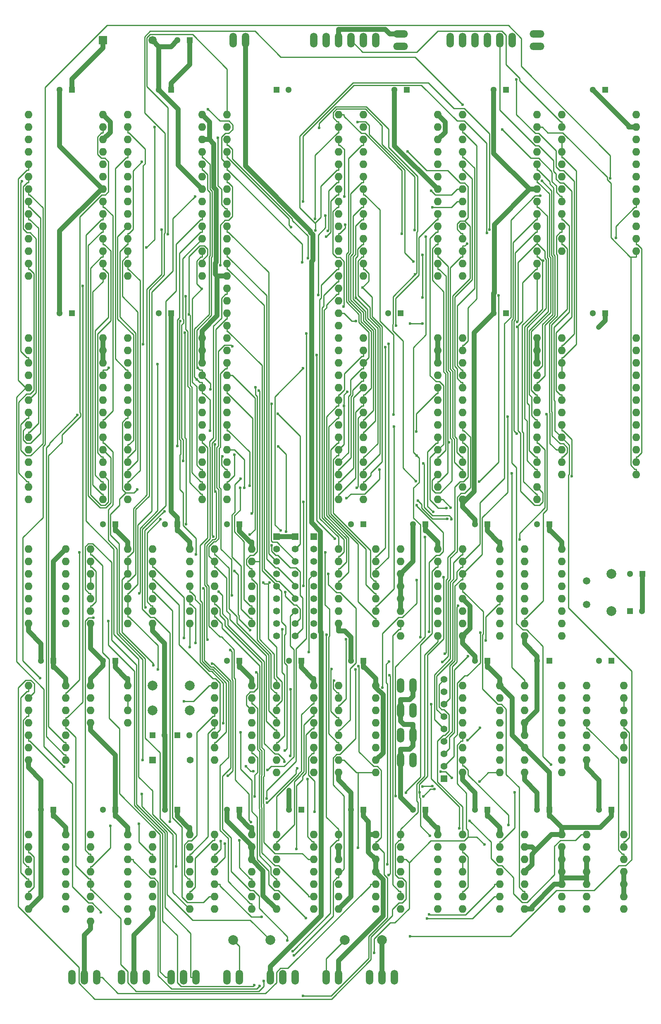
<source format=gbr>
G04 #@! TF.FileFunction,Copper,L1,Top,Signal*
%FSLAX46Y46*%
G04 Gerber Fmt 4.6, Leading zero omitted, Abs format (unit mm)*
G04 Created by KiCad (PCBNEW 4.0.2+dfsg1-stable) date Mon 20 Feb 2017 01:09:21 PM EST*
%MOMM*%
G01*
G04 APERTURE LIST*
%ADD10C,0.100000*%
%ADD11R,1.300000X1.300000*%
%ADD12C,1.300000*%
%ADD13R,1.400000X1.400000*%
%ADD14C,1.400000*%
%ADD15O,1.506220X3.014980*%
%ADD16C,1.699260*%
%ADD17R,1.699260X1.699260*%
%ADD18C,1.998980*%
%ADD19R,1.397000X1.397000*%
%ADD20C,1.397000*%
%ADD21O,1.600000X1.600000*%
%ADD22C,1.501140*%
%ADD23O,3.014980X1.506220*%
%ADD24C,0.600000*%
%ADD25C,1.000000*%
%ADD26C,0.250000*%
G04 APERTURE END LIST*
D10*
D11*
X53340000Y-165100000D03*
D12*
X55840000Y-165100000D03*
D11*
X58420000Y-165100000D03*
D12*
X60920000Y-165100000D03*
D13*
X53340000Y-170180000D03*
D14*
X61090000Y-170180000D03*
D11*
X60960000Y-22860000D03*
D12*
X58460000Y-22860000D03*
D11*
X36830000Y-33020000D03*
D12*
X34330000Y-33020000D03*
D11*
X57150000Y-33020000D03*
D12*
X54650000Y-33020000D03*
D11*
X78740000Y-33020000D03*
D12*
X81240000Y-33020000D03*
D11*
X105410000Y-33020000D03*
D12*
X102910000Y-33020000D03*
D11*
X125730000Y-33020000D03*
D12*
X123230000Y-33020000D03*
D11*
X121920000Y-149860000D03*
D12*
X119420000Y-149860000D03*
D11*
X36830000Y-78740000D03*
D12*
X34330000Y-78740000D03*
D11*
X57150000Y-78740000D03*
D12*
X54650000Y-78740000D03*
D11*
X104140000Y-78740000D03*
D12*
X101640000Y-78740000D03*
D11*
X125730000Y-78740000D03*
D12*
X123230000Y-78740000D03*
D11*
X146050000Y-33020000D03*
D12*
X143550000Y-33020000D03*
D11*
X134620000Y-149860000D03*
D12*
X132120000Y-149860000D03*
D11*
X147320000Y-180340000D03*
D12*
X144820000Y-180340000D03*
D11*
X45720000Y-121920000D03*
D12*
X43220000Y-121920000D03*
D11*
X58420000Y-121920000D03*
D12*
X55920000Y-121920000D03*
D11*
X71120000Y-121920000D03*
D12*
X68620000Y-121920000D03*
D11*
X134620000Y-121920000D03*
D12*
X132120000Y-121920000D03*
D11*
X121920000Y-121920000D03*
D12*
X119420000Y-121920000D03*
D11*
X96520000Y-121920000D03*
D12*
X94020000Y-121920000D03*
D11*
X109220000Y-121920000D03*
D12*
X106720000Y-121920000D03*
D11*
X33020000Y-149860000D03*
D12*
X30520000Y-149860000D03*
D11*
X45720000Y-149860000D03*
D12*
X43220000Y-149860000D03*
D11*
X96520000Y-149860000D03*
D12*
X94020000Y-149860000D03*
D11*
X71120000Y-149860000D03*
D12*
X68620000Y-149860000D03*
D11*
X83820000Y-149860000D03*
D12*
X81320000Y-149860000D03*
D11*
X146050000Y-78740000D03*
D12*
X143550000Y-78740000D03*
D11*
X33020000Y-180340000D03*
D12*
X30520000Y-180340000D03*
D11*
X45720000Y-180340000D03*
D12*
X43220000Y-180340000D03*
D11*
X58420000Y-180340000D03*
D12*
X55920000Y-180340000D03*
D11*
X71120000Y-180340000D03*
D12*
X68620000Y-180340000D03*
D11*
X83820000Y-180340000D03*
D12*
X81320000Y-180340000D03*
D11*
X96520000Y-180340000D03*
D12*
X94020000Y-180340000D03*
D11*
X109220000Y-180340000D03*
D12*
X106720000Y-180340000D03*
D11*
X121920000Y-180340000D03*
D12*
X119420000Y-180340000D03*
D15*
X68580000Y-214630000D03*
X71120000Y-214630000D03*
X88900000Y-214630000D03*
X91440000Y-214630000D03*
D16*
X53340520Y-22857460D03*
D17*
X43180520Y-22857460D03*
D15*
X86360000Y-22860000D03*
X88900000Y-22860000D03*
X91440000Y-22860000D03*
X93980000Y-22860000D03*
X96520000Y-22860000D03*
X99060000Y-22860000D03*
X114300000Y-22860000D03*
X116840000Y-22860000D03*
X119380000Y-22860000D03*
X121920000Y-22860000D03*
X124460000Y-22860000D03*
X127000000Y-22860000D03*
X69850000Y-22860000D03*
X72390000Y-22860000D03*
D18*
X60960000Y-154940000D03*
X53340000Y-154940000D03*
X53340000Y-160020000D03*
X60960000Y-160020000D03*
X69850000Y-207010000D03*
X77470000Y-207010000D03*
X147320000Y-139700000D03*
X147320000Y-132080000D03*
X92710000Y-207010000D03*
X100330000Y-207010000D03*
D19*
X113030000Y-173990000D03*
D20*
X113030000Y-171450000D03*
X113030000Y-168910000D03*
X113030000Y-166370000D03*
X113030000Y-163830000D03*
X113030000Y-161290000D03*
X113030000Y-158750000D03*
X113030000Y-156210000D03*
X113030000Y-153670000D03*
D19*
X86360000Y-124460000D03*
D20*
X86360000Y-127000000D03*
X86360000Y-129540000D03*
X86360000Y-132080000D03*
X86360000Y-134620000D03*
X86360000Y-137160000D03*
X86360000Y-139700000D03*
X86360000Y-142240000D03*
X86360000Y-144780000D03*
D19*
X82550000Y-124460000D03*
D20*
X82550000Y-127000000D03*
X82550000Y-129540000D03*
X82550000Y-132080000D03*
X82550000Y-134620000D03*
X82550000Y-137160000D03*
X82550000Y-139700000D03*
X82550000Y-142240000D03*
X82550000Y-144780000D03*
D19*
X78740000Y-124460000D03*
D20*
X78740000Y-127000000D03*
X78740000Y-129540000D03*
X78740000Y-132080000D03*
X78740000Y-134620000D03*
X78740000Y-137160000D03*
X78740000Y-139700000D03*
X78740000Y-142240000D03*
X78740000Y-144780000D03*
D15*
X57150000Y-214630000D03*
X59690000Y-214630000D03*
X62230000Y-214630000D03*
X46990000Y-214630000D03*
X49530000Y-214630000D03*
X52070000Y-214630000D03*
X36830000Y-214630000D03*
X39370000Y-214630000D03*
X41910000Y-214630000D03*
X97790000Y-214630000D03*
X100330000Y-214630000D03*
X102870000Y-214630000D03*
X77470000Y-214630000D03*
X80010000Y-214630000D03*
X82550000Y-214630000D03*
D21*
X40640000Y-154940000D03*
X40640000Y-157480000D03*
X40640000Y-160020000D03*
X40640000Y-162560000D03*
X48260000Y-162560000D03*
X48260000Y-160020000D03*
X48260000Y-157480000D03*
X48260000Y-154940000D03*
X27940000Y-127000000D03*
X27940000Y-129540000D03*
X27940000Y-132080000D03*
X27940000Y-134620000D03*
X27940000Y-137160000D03*
X27940000Y-139700000D03*
X27940000Y-142240000D03*
X35560000Y-142240000D03*
X35560000Y-139700000D03*
X35560000Y-137160000D03*
X35560000Y-134620000D03*
X35560000Y-132080000D03*
X35560000Y-129540000D03*
X35560000Y-127000000D03*
X40640000Y-127000000D03*
X40640000Y-129540000D03*
X40640000Y-132080000D03*
X40640000Y-134620000D03*
X40640000Y-137160000D03*
X40640000Y-139700000D03*
X40640000Y-142240000D03*
X48260000Y-142240000D03*
X48260000Y-139700000D03*
X48260000Y-137160000D03*
X48260000Y-134620000D03*
X48260000Y-132080000D03*
X48260000Y-129540000D03*
X48260000Y-127000000D03*
X27940000Y-185420000D03*
X27940000Y-187960000D03*
X27940000Y-190500000D03*
X27940000Y-193040000D03*
X27940000Y-195580000D03*
X27940000Y-198120000D03*
X27940000Y-200660000D03*
X35560000Y-200660000D03*
X35560000Y-198120000D03*
X35560000Y-195580000D03*
X35560000Y-193040000D03*
X35560000Y-190500000D03*
X35560000Y-187960000D03*
X35560000Y-185420000D03*
X27940000Y-154940000D03*
X27940000Y-157480000D03*
X27940000Y-160020000D03*
X27940000Y-162560000D03*
X27940000Y-165100000D03*
X27940000Y-167640000D03*
X27940000Y-170180000D03*
X35560000Y-170180000D03*
X35560000Y-167640000D03*
X35560000Y-165100000D03*
X35560000Y-162560000D03*
X35560000Y-160020000D03*
X35560000Y-157480000D03*
X35560000Y-154940000D03*
X53340000Y-127000000D03*
X53340000Y-129540000D03*
X53340000Y-132080000D03*
X53340000Y-134620000D03*
X53340000Y-137160000D03*
X53340000Y-139700000D03*
X53340000Y-142240000D03*
X60960000Y-142240000D03*
X60960000Y-139700000D03*
X60960000Y-137160000D03*
X60960000Y-134620000D03*
X60960000Y-132080000D03*
X60960000Y-129540000D03*
X60960000Y-127000000D03*
X66040000Y-154940000D03*
X66040000Y-157480000D03*
X66040000Y-160020000D03*
X66040000Y-162560000D03*
X66040000Y-165100000D03*
X66040000Y-167640000D03*
X66040000Y-170180000D03*
X73660000Y-170180000D03*
X73660000Y-167640000D03*
X73660000Y-165100000D03*
X73660000Y-162560000D03*
X73660000Y-160020000D03*
X73660000Y-157480000D03*
X73660000Y-154940000D03*
X53340000Y-185420000D03*
X53340000Y-187960000D03*
X53340000Y-190500000D03*
X53340000Y-193040000D03*
X53340000Y-195580000D03*
X53340000Y-198120000D03*
X53340000Y-200660000D03*
X60960000Y-200660000D03*
X60960000Y-198120000D03*
X60960000Y-195580000D03*
X60960000Y-193040000D03*
X60960000Y-190500000D03*
X60960000Y-187960000D03*
X60960000Y-185420000D03*
X66040000Y-185420000D03*
X66040000Y-187960000D03*
X66040000Y-190500000D03*
X66040000Y-193040000D03*
X66040000Y-195580000D03*
X66040000Y-198120000D03*
X66040000Y-200660000D03*
X73660000Y-200660000D03*
X73660000Y-198120000D03*
X73660000Y-195580000D03*
X73660000Y-193040000D03*
X73660000Y-190500000D03*
X73660000Y-187960000D03*
X73660000Y-185420000D03*
X78740000Y-185420000D03*
X78740000Y-187960000D03*
X78740000Y-190500000D03*
X78740000Y-193040000D03*
X78740000Y-195580000D03*
X78740000Y-198120000D03*
X78740000Y-200660000D03*
X86360000Y-200660000D03*
X86360000Y-198120000D03*
X86360000Y-195580000D03*
X86360000Y-193040000D03*
X86360000Y-190500000D03*
X86360000Y-187960000D03*
X86360000Y-185420000D03*
X91440000Y-185420000D03*
X91440000Y-187960000D03*
X91440000Y-190500000D03*
X91440000Y-193040000D03*
X91440000Y-195580000D03*
X91440000Y-198120000D03*
X91440000Y-200660000D03*
X99060000Y-200660000D03*
X99060000Y-198120000D03*
X99060000Y-195580000D03*
X99060000Y-193040000D03*
X99060000Y-190500000D03*
X99060000Y-187960000D03*
X99060000Y-185420000D03*
X104140000Y-127000000D03*
X104140000Y-129540000D03*
X104140000Y-132080000D03*
X104140000Y-134620000D03*
X104140000Y-137160000D03*
X104140000Y-139700000D03*
X104140000Y-142240000D03*
X104140000Y-144780000D03*
X111760000Y-144780000D03*
X111760000Y-142240000D03*
X111760000Y-139700000D03*
X111760000Y-137160000D03*
X111760000Y-134620000D03*
X111760000Y-132080000D03*
X111760000Y-129540000D03*
X111760000Y-127000000D03*
X91440000Y-154940000D03*
X91440000Y-157480000D03*
X91440000Y-160020000D03*
X91440000Y-162560000D03*
X91440000Y-165100000D03*
X91440000Y-167640000D03*
X91440000Y-170180000D03*
X91440000Y-172720000D03*
X99060000Y-172720000D03*
X99060000Y-170180000D03*
X99060000Y-167640000D03*
X99060000Y-165100000D03*
X99060000Y-162560000D03*
X99060000Y-160020000D03*
X99060000Y-157480000D03*
X99060000Y-154940000D03*
X104140000Y-185420000D03*
X104140000Y-187960000D03*
X104140000Y-190500000D03*
X104140000Y-193040000D03*
X104140000Y-195580000D03*
X104140000Y-198120000D03*
X104140000Y-200660000D03*
X111760000Y-200660000D03*
X111760000Y-198120000D03*
X111760000Y-195580000D03*
X111760000Y-193040000D03*
X111760000Y-190500000D03*
X111760000Y-187960000D03*
X111760000Y-185420000D03*
X91440000Y-127000000D03*
X91440000Y-129540000D03*
X91440000Y-132080000D03*
X91440000Y-134620000D03*
X91440000Y-137160000D03*
X91440000Y-139700000D03*
X91440000Y-142240000D03*
X99060000Y-142240000D03*
X99060000Y-139700000D03*
X99060000Y-137160000D03*
X99060000Y-134620000D03*
X99060000Y-132080000D03*
X99060000Y-129540000D03*
X99060000Y-127000000D03*
X66040000Y-127000000D03*
X66040000Y-129540000D03*
X66040000Y-132080000D03*
X66040000Y-134620000D03*
X66040000Y-137160000D03*
X66040000Y-139700000D03*
X66040000Y-142240000D03*
X73660000Y-142240000D03*
X73660000Y-139700000D03*
X73660000Y-137160000D03*
X73660000Y-134620000D03*
X73660000Y-132080000D03*
X73660000Y-129540000D03*
X73660000Y-127000000D03*
X78740000Y-154940000D03*
X78740000Y-157480000D03*
X78740000Y-160020000D03*
X78740000Y-162560000D03*
X78740000Y-165100000D03*
X78740000Y-167640000D03*
X78740000Y-170180000D03*
X78740000Y-172720000D03*
X86360000Y-172720000D03*
X86360000Y-170180000D03*
X86360000Y-167640000D03*
X86360000Y-165100000D03*
X86360000Y-162560000D03*
X86360000Y-160020000D03*
X86360000Y-157480000D03*
X86360000Y-154940000D03*
X116840000Y-127000000D03*
X116840000Y-129540000D03*
X116840000Y-132080000D03*
X116840000Y-134620000D03*
X116840000Y-137160000D03*
X116840000Y-139700000D03*
X116840000Y-142240000D03*
X116840000Y-144780000D03*
X124460000Y-144780000D03*
X124460000Y-142240000D03*
X124460000Y-139700000D03*
X124460000Y-137160000D03*
X124460000Y-134620000D03*
X124460000Y-132080000D03*
X124460000Y-129540000D03*
X124460000Y-127000000D03*
X129540000Y-154940000D03*
X129540000Y-157480000D03*
X129540000Y-160020000D03*
X129540000Y-162560000D03*
X129540000Y-165100000D03*
X129540000Y-167640000D03*
X129540000Y-170180000D03*
X129540000Y-172720000D03*
X137160000Y-172720000D03*
X137160000Y-170180000D03*
X137160000Y-167640000D03*
X137160000Y-165100000D03*
X137160000Y-162560000D03*
X137160000Y-160020000D03*
X137160000Y-157480000D03*
X137160000Y-154940000D03*
X116840000Y-154940000D03*
X116840000Y-157480000D03*
X116840000Y-160020000D03*
X116840000Y-162560000D03*
X116840000Y-165100000D03*
X116840000Y-167640000D03*
X116840000Y-170180000D03*
X116840000Y-172720000D03*
X124460000Y-172720000D03*
X124460000Y-170180000D03*
X124460000Y-167640000D03*
X124460000Y-165100000D03*
X124460000Y-162560000D03*
X124460000Y-160020000D03*
X124460000Y-157480000D03*
X124460000Y-154940000D03*
X116840000Y-185420000D03*
X116840000Y-187960000D03*
X116840000Y-190500000D03*
X116840000Y-193040000D03*
X116840000Y-195580000D03*
X116840000Y-198120000D03*
X116840000Y-200660000D03*
X124460000Y-200660000D03*
X124460000Y-198120000D03*
X124460000Y-195580000D03*
X124460000Y-193040000D03*
X124460000Y-190500000D03*
X124460000Y-187960000D03*
X124460000Y-185420000D03*
X129540000Y-185420000D03*
X129540000Y-187960000D03*
X129540000Y-190500000D03*
X129540000Y-193040000D03*
X129540000Y-195580000D03*
X129540000Y-198120000D03*
X129540000Y-200660000D03*
X137160000Y-200660000D03*
X137160000Y-198120000D03*
X137160000Y-195580000D03*
X137160000Y-193040000D03*
X137160000Y-190500000D03*
X137160000Y-187960000D03*
X137160000Y-185420000D03*
D22*
X142240000Y-133449060D03*
X142240000Y-138330940D03*
D21*
X137160000Y-83820000D03*
X137160000Y-86360000D03*
X137160000Y-88900000D03*
X137160000Y-91440000D03*
X137160000Y-93980000D03*
X137160000Y-96520000D03*
X137160000Y-99060000D03*
X137160000Y-101600000D03*
X137160000Y-104140000D03*
X137160000Y-106680000D03*
X137160000Y-109220000D03*
X137160000Y-111760000D03*
X152400000Y-111760000D03*
X152400000Y-109220000D03*
X152400000Y-106680000D03*
X152400000Y-104140000D03*
X152400000Y-101600000D03*
X152400000Y-99060000D03*
X152400000Y-96520000D03*
X152400000Y-93980000D03*
X152400000Y-91440000D03*
X152400000Y-88900000D03*
X152400000Y-86360000D03*
X152400000Y-83820000D03*
X68580000Y-38100000D03*
X68580000Y-40640000D03*
X68580000Y-43180000D03*
X68580000Y-45720000D03*
X68580000Y-48260000D03*
X68580000Y-50800000D03*
X68580000Y-53340000D03*
X68580000Y-55880000D03*
X68580000Y-58420000D03*
X68580000Y-60960000D03*
X68580000Y-63500000D03*
X68580000Y-66040000D03*
X68580000Y-68580000D03*
X68580000Y-71120000D03*
X68580000Y-73660000D03*
X68580000Y-76200000D03*
X68580000Y-78740000D03*
X68580000Y-81280000D03*
X68580000Y-83820000D03*
X68580000Y-86360000D03*
X68580000Y-88900000D03*
X68580000Y-91440000D03*
X68580000Y-93980000D03*
X68580000Y-96520000D03*
X68580000Y-99060000D03*
X68580000Y-101600000D03*
X68580000Y-104140000D03*
X68580000Y-106680000D03*
X68580000Y-109220000D03*
X68580000Y-111760000D03*
X68580000Y-114300000D03*
X68580000Y-116840000D03*
X91440000Y-116840000D03*
X91440000Y-114300000D03*
X91440000Y-111760000D03*
X91440000Y-109220000D03*
X91440000Y-106680000D03*
X91440000Y-104140000D03*
X91440000Y-101600000D03*
X91440000Y-99060000D03*
X91440000Y-96520000D03*
X91440000Y-93980000D03*
X91440000Y-91440000D03*
X91440000Y-88900000D03*
X91440000Y-86360000D03*
X91440000Y-83820000D03*
X91440000Y-81280000D03*
X91440000Y-78740000D03*
X91440000Y-76200000D03*
X91440000Y-73660000D03*
X91440000Y-71120000D03*
X91440000Y-68580000D03*
X91440000Y-66040000D03*
X91440000Y-63500000D03*
X91440000Y-60960000D03*
X91440000Y-58420000D03*
X91440000Y-55880000D03*
X91440000Y-53340000D03*
X91440000Y-50800000D03*
X91440000Y-48260000D03*
X91440000Y-45720000D03*
X91440000Y-43180000D03*
X91440000Y-40640000D03*
X91440000Y-38100000D03*
X27940000Y-38100000D03*
X27940000Y-40640000D03*
X27940000Y-43180000D03*
X27940000Y-45720000D03*
X27940000Y-48260000D03*
X27940000Y-50800000D03*
X27940000Y-53340000D03*
X27940000Y-55880000D03*
X27940000Y-58420000D03*
X27940000Y-60960000D03*
X27940000Y-63500000D03*
X27940000Y-66040000D03*
X27940000Y-68580000D03*
X27940000Y-71120000D03*
X43180000Y-71120000D03*
X43180000Y-68580000D03*
X43180000Y-66040000D03*
X43180000Y-63500000D03*
X43180000Y-60960000D03*
X43180000Y-58420000D03*
X43180000Y-55880000D03*
X43180000Y-53340000D03*
X43180000Y-50800000D03*
X43180000Y-48260000D03*
X43180000Y-45720000D03*
X43180000Y-43180000D03*
X43180000Y-40640000D03*
X43180000Y-38100000D03*
X27940000Y-83820000D03*
X27940000Y-86360000D03*
X27940000Y-88900000D03*
X27940000Y-91440000D03*
X27940000Y-93980000D03*
X27940000Y-96520000D03*
X27940000Y-99060000D03*
X27940000Y-101600000D03*
X27940000Y-104140000D03*
X27940000Y-106680000D03*
X27940000Y-109220000D03*
X27940000Y-111760000D03*
X27940000Y-114300000D03*
X27940000Y-116840000D03*
X43180000Y-116840000D03*
X43180000Y-114300000D03*
X43180000Y-111760000D03*
X43180000Y-109220000D03*
X43180000Y-106680000D03*
X43180000Y-104140000D03*
X43180000Y-101600000D03*
X43180000Y-99060000D03*
X43180000Y-96520000D03*
X43180000Y-93980000D03*
X43180000Y-91440000D03*
X43180000Y-88900000D03*
X43180000Y-86360000D03*
X43180000Y-83820000D03*
X48260000Y-38100000D03*
X48260000Y-40640000D03*
X48260000Y-43180000D03*
X48260000Y-45720000D03*
X48260000Y-48260000D03*
X48260000Y-50800000D03*
X48260000Y-53340000D03*
X48260000Y-55880000D03*
X48260000Y-58420000D03*
X48260000Y-60960000D03*
X48260000Y-63500000D03*
X48260000Y-66040000D03*
X48260000Y-68580000D03*
X48260000Y-71120000D03*
X63500000Y-71120000D03*
X63500000Y-68580000D03*
X63500000Y-66040000D03*
X63500000Y-63500000D03*
X63500000Y-60960000D03*
X63500000Y-58420000D03*
X63500000Y-55880000D03*
X63500000Y-53340000D03*
X63500000Y-50800000D03*
X63500000Y-48260000D03*
X63500000Y-45720000D03*
X63500000Y-43180000D03*
X63500000Y-40640000D03*
X63500000Y-38100000D03*
X48260000Y-83820000D03*
X48260000Y-86360000D03*
X48260000Y-88900000D03*
X48260000Y-91440000D03*
X48260000Y-93980000D03*
X48260000Y-96520000D03*
X48260000Y-99060000D03*
X48260000Y-101600000D03*
X48260000Y-104140000D03*
X48260000Y-106680000D03*
X48260000Y-109220000D03*
X48260000Y-111760000D03*
X48260000Y-114300000D03*
X48260000Y-116840000D03*
X63500000Y-116840000D03*
X63500000Y-114300000D03*
X63500000Y-111760000D03*
X63500000Y-109220000D03*
X63500000Y-106680000D03*
X63500000Y-104140000D03*
X63500000Y-101600000D03*
X63500000Y-99060000D03*
X63500000Y-96520000D03*
X63500000Y-93980000D03*
X63500000Y-91440000D03*
X63500000Y-88900000D03*
X63500000Y-86360000D03*
X63500000Y-83820000D03*
X96520000Y-38100000D03*
X96520000Y-40640000D03*
X96520000Y-43180000D03*
X96520000Y-45720000D03*
X96520000Y-48260000D03*
X96520000Y-50800000D03*
X96520000Y-53340000D03*
X96520000Y-55880000D03*
X96520000Y-58420000D03*
X96520000Y-60960000D03*
X96520000Y-63500000D03*
X96520000Y-66040000D03*
X96520000Y-68580000D03*
X96520000Y-71120000D03*
X111760000Y-71120000D03*
X111760000Y-68580000D03*
X111760000Y-66040000D03*
X111760000Y-63500000D03*
X111760000Y-60960000D03*
X111760000Y-58420000D03*
X111760000Y-55880000D03*
X111760000Y-53340000D03*
X111760000Y-50800000D03*
X111760000Y-48260000D03*
X111760000Y-45720000D03*
X111760000Y-43180000D03*
X111760000Y-40640000D03*
X111760000Y-38100000D03*
X96520000Y-83820000D03*
X96520000Y-86360000D03*
X96520000Y-88900000D03*
X96520000Y-91440000D03*
X96520000Y-93980000D03*
X96520000Y-96520000D03*
X96520000Y-99060000D03*
X96520000Y-101600000D03*
X96520000Y-104140000D03*
X96520000Y-106680000D03*
X96520000Y-109220000D03*
X96520000Y-111760000D03*
X96520000Y-114300000D03*
X96520000Y-116840000D03*
X111760000Y-116840000D03*
X111760000Y-114300000D03*
X111760000Y-111760000D03*
X111760000Y-109220000D03*
X111760000Y-106680000D03*
X111760000Y-104140000D03*
X111760000Y-101600000D03*
X111760000Y-99060000D03*
X111760000Y-96520000D03*
X111760000Y-93980000D03*
X111760000Y-91440000D03*
X111760000Y-88900000D03*
X111760000Y-86360000D03*
X111760000Y-83820000D03*
X116840000Y-38100000D03*
X116840000Y-40640000D03*
X116840000Y-43180000D03*
X116840000Y-45720000D03*
X116840000Y-48260000D03*
X116840000Y-50800000D03*
X116840000Y-53340000D03*
X116840000Y-55880000D03*
X116840000Y-58420000D03*
X116840000Y-60960000D03*
X116840000Y-63500000D03*
X116840000Y-66040000D03*
X116840000Y-68580000D03*
X116840000Y-71120000D03*
X132080000Y-71120000D03*
X132080000Y-68580000D03*
X132080000Y-66040000D03*
X132080000Y-63500000D03*
X132080000Y-60960000D03*
X132080000Y-58420000D03*
X132080000Y-55880000D03*
X132080000Y-53340000D03*
X132080000Y-50800000D03*
X132080000Y-48260000D03*
X132080000Y-45720000D03*
X132080000Y-43180000D03*
X132080000Y-40640000D03*
X132080000Y-38100000D03*
X116840000Y-83820000D03*
X116840000Y-86360000D03*
X116840000Y-88900000D03*
X116840000Y-91440000D03*
X116840000Y-93980000D03*
X116840000Y-96520000D03*
X116840000Y-99060000D03*
X116840000Y-101600000D03*
X116840000Y-104140000D03*
X116840000Y-106680000D03*
X116840000Y-109220000D03*
X116840000Y-111760000D03*
X116840000Y-114300000D03*
X116840000Y-116840000D03*
X132080000Y-116840000D03*
X132080000Y-114300000D03*
X132080000Y-111760000D03*
X132080000Y-109220000D03*
X132080000Y-106680000D03*
X132080000Y-104140000D03*
X132080000Y-101600000D03*
X132080000Y-99060000D03*
X132080000Y-96520000D03*
X132080000Y-93980000D03*
X132080000Y-91440000D03*
X132080000Y-88900000D03*
X132080000Y-86360000D03*
X132080000Y-83820000D03*
X137160000Y-38100000D03*
X137160000Y-40640000D03*
X137160000Y-43180000D03*
X137160000Y-45720000D03*
X137160000Y-48260000D03*
X137160000Y-50800000D03*
X137160000Y-53340000D03*
X137160000Y-55880000D03*
X137160000Y-58420000D03*
X137160000Y-60960000D03*
X137160000Y-63500000D03*
X137160000Y-66040000D03*
X152400000Y-66040000D03*
X152400000Y-63500000D03*
X152400000Y-60960000D03*
X152400000Y-58420000D03*
X152400000Y-55880000D03*
X152400000Y-53340000D03*
X152400000Y-50800000D03*
X152400000Y-48260000D03*
X152400000Y-45720000D03*
X152400000Y-43180000D03*
X152400000Y-40640000D03*
X152400000Y-38100000D03*
D15*
X106680000Y-154940000D03*
X104140000Y-154940000D03*
X104140000Y-160020000D03*
X106680000Y-160020000D03*
X106680000Y-165100000D03*
X104140000Y-165100000D03*
X104140000Y-170180000D03*
X106680000Y-170180000D03*
D23*
X104140000Y-24130000D03*
X104140000Y-21590000D03*
X132080000Y-24130000D03*
X132080000Y-21590000D03*
D11*
X153670000Y-132080000D03*
D12*
X151170000Y-132080000D03*
D11*
X151130000Y-139700000D03*
D12*
X153630000Y-139700000D03*
D21*
X40640000Y-185420000D03*
X40640000Y-187960000D03*
X40640000Y-190500000D03*
X40640000Y-193040000D03*
X40640000Y-195580000D03*
X40640000Y-198120000D03*
X40640000Y-200660000D03*
X40640000Y-203200000D03*
X48260000Y-203200000D03*
X48260000Y-200660000D03*
X48260000Y-198120000D03*
X48260000Y-195580000D03*
X48260000Y-193040000D03*
X48260000Y-190500000D03*
X48260000Y-187960000D03*
X48260000Y-185420000D03*
X129540000Y-127000000D03*
X129540000Y-129540000D03*
X129540000Y-132080000D03*
X129540000Y-134620000D03*
X129540000Y-137160000D03*
X129540000Y-139700000D03*
X129540000Y-142240000D03*
X129540000Y-144780000D03*
X137160000Y-144780000D03*
X137160000Y-142240000D03*
X137160000Y-139700000D03*
X137160000Y-137160000D03*
X137160000Y-134620000D03*
X137160000Y-132080000D03*
X137160000Y-129540000D03*
X137160000Y-127000000D03*
X142240000Y-185420000D03*
X142240000Y-187960000D03*
X142240000Y-190500000D03*
X142240000Y-193040000D03*
X142240000Y-195580000D03*
X142240000Y-198120000D03*
X142240000Y-200660000D03*
X149860000Y-200660000D03*
X149860000Y-198120000D03*
X149860000Y-195580000D03*
X149860000Y-193040000D03*
X149860000Y-190500000D03*
X149860000Y-187960000D03*
X149860000Y-185420000D03*
X142240000Y-154940000D03*
X142240000Y-157480000D03*
X142240000Y-160020000D03*
X142240000Y-162560000D03*
X142240000Y-165100000D03*
X142240000Y-167640000D03*
X142240000Y-170180000D03*
X149860000Y-170180000D03*
X149860000Y-167640000D03*
X149860000Y-165100000D03*
X149860000Y-162560000D03*
X149860000Y-160020000D03*
X149860000Y-157480000D03*
X149860000Y-154940000D03*
D11*
X147320000Y-149860000D03*
D12*
X144820000Y-149860000D03*
D11*
X134620000Y-180340000D03*
D12*
X132120000Y-180340000D03*
D24*
X81320000Y-176341900D03*
X144680700Y-81568100D03*
X93017200Y-145423800D03*
X90037000Y-151502800D03*
X85327900Y-148026400D03*
X89380200Y-132090900D03*
X88776300Y-127644400D03*
X127877200Y-30861500D03*
X51136600Y-177072400D03*
X120456200Y-144095900D03*
X121622600Y-145703300D03*
X117924300Y-148889200D03*
X115900400Y-138610200D03*
X132775300Y-54697800D03*
X126095700Y-99833600D03*
X116175500Y-184119100D03*
X110455900Y-158740200D03*
X88972900Y-144476100D03*
X82045500Y-209235700D03*
X82300700Y-210093400D03*
X94907200Y-151578400D03*
X95493800Y-150891000D03*
X84178000Y-218424200D03*
X101737800Y-193688500D03*
X101863800Y-152824500D03*
X79050200Y-99297600D03*
X77775800Y-97278200D03*
X73660400Y-119672500D03*
X69629400Y-136432700D03*
X76878400Y-172187800D03*
X80543700Y-135741300D03*
X77759500Y-126204600D03*
X73250600Y-124012200D03*
X54958000Y-120884000D03*
X65777200Y-124397300D03*
X80417400Y-168179400D03*
X64582500Y-145510300D03*
X90503800Y-153868800D03*
X139214900Y-112032800D03*
X51903900Y-138868200D03*
X55833800Y-119236000D03*
X62067300Y-54805900D03*
X54441500Y-151600200D03*
X74307100Y-177613800D03*
X108799400Y-177569900D03*
X111138000Y-176114000D03*
X124973100Y-41125500D03*
X116836700Y-36011800D03*
X55247700Y-61584300D03*
X74645300Y-152205700D03*
X117840900Y-166094500D03*
X120388400Y-163547000D03*
X53545400Y-150719900D03*
X105296100Y-176841600D03*
X42811200Y-201282700D03*
X59756300Y-158112200D03*
X37964800Y-99541000D03*
X66750100Y-42785800D03*
X112974200Y-132729000D03*
X110201900Y-185633400D03*
X108084300Y-176727500D03*
X73993500Y-172395000D03*
X72477900Y-171452900D03*
X67230800Y-68899700D03*
X39076400Y-73143200D03*
X76092800Y-215336600D03*
X98716900Y-209619400D03*
X121340600Y-187440400D03*
X147123600Y-51135500D03*
X30349700Y-153379300D03*
X59948100Y-82724400D03*
X60249100Y-121853500D03*
X38358600Y-127652300D03*
X56473400Y-62573400D03*
X106768600Y-68101800D03*
X95368400Y-39577700D03*
X114060700Y-105160900D03*
X53743600Y-40637200D03*
X52107900Y-65273000D03*
X87500400Y-40788900D03*
X107138600Y-70778300D03*
X114437400Y-118460500D03*
X107306800Y-113063900D03*
X96341000Y-73464700D03*
X85170700Y-67424600D03*
X107724600Y-117035400D03*
X113738300Y-120748100D03*
X81689300Y-61056300D03*
X64736600Y-36927900D03*
X95003500Y-75536400D03*
X84001800Y-68255900D03*
X108813200Y-109457300D03*
X114588800Y-120836500D03*
X86955200Y-87224500D03*
X90683600Y-124888100D03*
X109998000Y-143894600D03*
X107441300Y-117991800D03*
X73217300Y-114056400D03*
X79115000Y-105977100D03*
X80702800Y-123444700D03*
X72152400Y-114421700D03*
X93081100Y-116589000D03*
X99848400Y-110723100D03*
X126920400Y-111432900D03*
X107434400Y-107847300D03*
X109354900Y-63078500D03*
X108182200Y-145022600D03*
X67679900Y-107968300D03*
X113233600Y-148429100D03*
X66229000Y-115189300D03*
X73522700Y-182840100D03*
X71114200Y-186534200D03*
X110639500Y-56998500D03*
X70134300Y-107644800D03*
X66136000Y-105561500D03*
X112715200Y-150092000D03*
X110451300Y-53678200D03*
X50237900Y-114780500D03*
X95195400Y-114405100D03*
X102687100Y-99417600D03*
X58194300Y-191904500D03*
X84252000Y-117335200D03*
X84252000Y-134534400D03*
X35253400Y-171502300D03*
X71274600Y-114397200D03*
X71390700Y-112541900D03*
X69256100Y-147606900D03*
X68795400Y-173329800D03*
X26604400Y-51722200D03*
X54409000Y-89157100D03*
X50619900Y-135991500D03*
X41249800Y-140983800D03*
X62557300Y-89861700D03*
X44412300Y-89893100D03*
X133094700Y-51641700D03*
X93254800Y-94765700D03*
X92563700Y-97634600D03*
X65203400Y-94262400D03*
X62421300Y-92246300D03*
X65084700Y-102782700D03*
X107402900Y-102949300D03*
X102781800Y-101901100D03*
X51435800Y-85054900D03*
X75156700Y-94579000D03*
X74464100Y-93886400D03*
X76048200Y-133857500D03*
X84207300Y-89998500D03*
X79561300Y-123182100D03*
X77309300Y-133861000D03*
X69683100Y-85502000D03*
X59070300Y-80287500D03*
X62254000Y-128031700D03*
X101020000Y-85628000D03*
X94982300Y-80343300D03*
X101659800Y-84960000D03*
X58422200Y-105913700D03*
X121858500Y-62250000D03*
X84178000Y-55853900D03*
X92795800Y-60552400D03*
X127980500Y-103358300D03*
X59590300Y-108899600D03*
X128065900Y-80500200D03*
X108610800Y-75502400D03*
X108610800Y-66747300D03*
X88773400Y-58733000D03*
X87273900Y-74976700D03*
X63445600Y-73740700D03*
X133331400Y-67944900D03*
X148230300Y-63299200D03*
X92496300Y-77351200D03*
X60828500Y-78936400D03*
X128047400Y-81535500D03*
X108673300Y-80806900D03*
X106129300Y-80806900D03*
X60146400Y-75202500D03*
X88928800Y-63032000D03*
X89222500Y-61831500D03*
X120278500Y-113128200D03*
X124209100Y-75087400D03*
X86725900Y-61747900D03*
X117752300Y-64456400D03*
X122356800Y-61570200D03*
X51188300Y-47750500D03*
X105573700Y-45597400D03*
X113554800Y-118616000D03*
X92620100Y-54867300D03*
X86666200Y-59371400D03*
X107004700Y-61660400D03*
X104417500Y-62454100D03*
X82842100Y-188367800D03*
X59817800Y-145212400D03*
X74216300Y-216200800D03*
X44290200Y-141676100D03*
X109557500Y-202556300D03*
X80986500Y-207043800D03*
X65558600Y-150447500D03*
X60960000Y-147011800D03*
X114683400Y-173786300D03*
X112361500Y-172486400D03*
X81524400Y-169321600D03*
X81647300Y-155674400D03*
X62150700Y-146155200D03*
X109985100Y-201734100D03*
X84782100Y-202508500D03*
X71383500Y-164475700D03*
X67831600Y-162645600D03*
X120305400Y-174539700D03*
X110646600Y-175458500D03*
X108610200Y-175556800D03*
X80366800Y-170516500D03*
X66944200Y-135727600D03*
X73331100Y-143555900D03*
X70158900Y-131437600D03*
X126222400Y-183408800D03*
X51364200Y-170132300D03*
X128506100Y-125016500D03*
X107458900Y-133361100D03*
X100461600Y-155293500D03*
X110819100Y-119363800D03*
X109185100Y-124500200D03*
X103145700Y-177486800D03*
X50555100Y-183215800D03*
X56895600Y-182731200D03*
X134954900Y-171052100D03*
X103183700Y-81253100D03*
X84877400Y-82879000D03*
X76717400Y-178013900D03*
X67310700Y-186763300D03*
X83003200Y-171842500D03*
X76821400Y-178841900D03*
X68160700Y-187241900D03*
X75665600Y-202279100D03*
X63744900Y-134974000D03*
X95475900Y-188062400D03*
X101415600Y-191457300D03*
X101743100Y-149956700D03*
X85064300Y-174010700D03*
X79939900Y-143398400D03*
X44744400Y-183585200D03*
X86522300Y-180706700D03*
X118271600Y-182553600D03*
X106091900Y-206250800D03*
X75317300Y-216345200D03*
X134084800Y-99382800D03*
X127504500Y-176794100D03*
D25*
X150899700Y-40369700D02*
X143550000Y-33020000D01*
X150899700Y-40640000D02*
X150899700Y-40369700D01*
X152400000Y-40640000D02*
X150899700Y-40640000D01*
X132120000Y-148860300D02*
X132120000Y-149860000D01*
X129540000Y-146280300D02*
X132120000Y-148860300D01*
X129540000Y-144780000D02*
X129540000Y-146280300D01*
X91440000Y-172720000D02*
X91440000Y-174220300D01*
X104140000Y-139700000D02*
X104140000Y-137160000D01*
X144820000Y-174260300D02*
X144820000Y-180340000D01*
X142240000Y-171680300D02*
X144820000Y-174260300D01*
X142240000Y-170180000D02*
X142240000Y-171680300D01*
X149860000Y-193040000D02*
X149860000Y-195580000D01*
X149860000Y-195580000D02*
X149860000Y-198120000D01*
X137160000Y-187960000D02*
X137160000Y-190500000D01*
X137160000Y-190500000D02*
X137160000Y-193040000D01*
X27940000Y-170180000D02*
X27940000Y-171680300D01*
X40640000Y-142240000D02*
X40640000Y-143740300D01*
X43220000Y-150859700D02*
X43220000Y-149860000D01*
X40640000Y-153439700D02*
X43220000Y-150859700D01*
X40640000Y-154940000D02*
X40640000Y-153439700D01*
X100330000Y-214630000D02*
X100330000Y-207010000D01*
X49530000Y-205970300D02*
X53340000Y-202160300D01*
X49530000Y-214630000D02*
X49530000Y-205970300D01*
X53340000Y-200660000D02*
X53340000Y-202160300D01*
X106680000Y-154940000D02*
X106680000Y-157147800D01*
X153670000Y-139660000D02*
X153670000Y-132080000D01*
X153630000Y-139700000D02*
X153670000Y-139660000D01*
X30520000Y-174260300D02*
X30520000Y-180340000D01*
X27940000Y-171680300D02*
X30520000Y-174260300D01*
X132080000Y-53340000D02*
X130579700Y-53340000D01*
X106015600Y-157812200D02*
X106680000Y-157147800D01*
X104140000Y-157812200D02*
X106015600Y-157812200D01*
X104140000Y-137160000D02*
X104140000Y-134620000D01*
X104140000Y-170180000D02*
X104140000Y-172387800D01*
X58589600Y-36959600D02*
X54650000Y-33020000D01*
X58589600Y-48429600D02*
X58589600Y-36959600D01*
X63500000Y-53340000D02*
X58589600Y-48429600D01*
X40640000Y-147280000D02*
X43220000Y-149860000D01*
X40640000Y-143740300D02*
X40640000Y-147280000D01*
X34330000Y-61895000D02*
X34330000Y-78740000D01*
X43032500Y-53192500D02*
X34330000Y-61895000D01*
X43180000Y-53340000D02*
X43032500Y-53192500D01*
X34330000Y-44490000D02*
X34330000Y-33020000D01*
X43032500Y-53192500D02*
X34330000Y-44490000D01*
X104140000Y-132080000D02*
X104140000Y-134620000D01*
X106015600Y-167972200D02*
X104140000Y-167972200D01*
X106680000Y-167307800D02*
X106015600Y-167972200D01*
X106680000Y-165100000D02*
X106680000Y-167307800D01*
X104140000Y-170180000D02*
X104140000Y-167972200D01*
X119420000Y-176800300D02*
X116840000Y-174220300D01*
X119420000Y-180340000D02*
X119420000Y-176800300D01*
X116840000Y-172720000D02*
X116840000Y-174220300D01*
X30520000Y-146320300D02*
X27940000Y-143740300D01*
X30520000Y-149860000D02*
X30520000Y-146320300D01*
X27940000Y-142240000D02*
X27940000Y-143740300D01*
X39370000Y-205970300D02*
X40640000Y-204700300D01*
X39370000Y-214630000D02*
X39370000Y-205970300D01*
X40640000Y-203200000D02*
X40640000Y-204700300D01*
X30520000Y-198080000D02*
X30520000Y-180340000D01*
X27940000Y-200660000D02*
X30520000Y-198080000D01*
X57153000Y-24167000D02*
X54650000Y-24167000D01*
X58460000Y-22860000D02*
X57153000Y-24167000D01*
X53340500Y-22857500D02*
X54650000Y-24167000D01*
X54650000Y-24167000D02*
X54650000Y-33020000D01*
X75995800Y-197915800D02*
X78740000Y-200660000D01*
X75995800Y-192835800D02*
X75995800Y-197915800D01*
X73660000Y-190500000D02*
X75995800Y-192835800D01*
X104140000Y-159730500D02*
X104140000Y-157812200D01*
X118355100Y-138675100D02*
X116840000Y-137160000D01*
X118355100Y-143264900D02*
X118355100Y-138675100D01*
X116840000Y-144780000D02*
X118355100Y-143264900D01*
X123230000Y-45990300D02*
X130579700Y-53340000D01*
X123230000Y-33020000D02*
X123230000Y-45990300D01*
X53340000Y-142240000D02*
X53340000Y-143740300D01*
X132120000Y-159980000D02*
X132120000Y-149860000D01*
X129540000Y-162560000D02*
X132120000Y-159980000D01*
X142240000Y-190500000D02*
X142240000Y-193040000D01*
X132120000Y-176800300D02*
X132120000Y-180340000D01*
X129540000Y-174220300D02*
X132120000Y-176800300D01*
X129540000Y-172720000D02*
X129540000Y-174220300D01*
X137160000Y-194310000D02*
X142240000Y-194310000D01*
X142240000Y-193040000D02*
X142240000Y-194310000D01*
X142240000Y-194310000D02*
X142240000Y-195580000D01*
X137160000Y-193040000D02*
X137160000Y-194310000D01*
X119420000Y-120920300D02*
X119420000Y-121920000D01*
X116840000Y-118340300D02*
X119420000Y-120920300D01*
X116840000Y-116840000D02*
X116840000Y-117590100D01*
X116840000Y-117590100D02*
X116840000Y-118340300D01*
X129540000Y-165100000D02*
X129540000Y-162560000D01*
X55840000Y-146240300D02*
X53340000Y-143740300D01*
X55840000Y-165100000D02*
X55840000Y-146240300D01*
X104140000Y-159730500D02*
X104140000Y-160020000D01*
X104804400Y-162892200D02*
X106680000Y-162892200D01*
X104140000Y-162227800D02*
X104804400Y-162892200D01*
X104140000Y-160020000D02*
X104140000Y-162227800D01*
X106680000Y-165100000D02*
X106680000Y-162892200D01*
X119252400Y-115177700D02*
X116840000Y-117590100D01*
X119252400Y-82717600D02*
X119252400Y-115177700D01*
X123230000Y-78740000D02*
X119252400Y-82717600D01*
X73660000Y-190500000D02*
X73660000Y-187960000D01*
X55920000Y-165180000D02*
X55840000Y-165100000D01*
X55920000Y-180340000D02*
X55920000Y-165180000D01*
X119420000Y-148860300D02*
X116840000Y-146280300D01*
X119420000Y-149860000D02*
X119420000Y-148860300D01*
X116840000Y-144780000D02*
X116840000Y-146280300D01*
X81320000Y-180340000D02*
X81320000Y-176341900D01*
X68620000Y-182625200D02*
X68620000Y-180340000D01*
X73660000Y-187665200D02*
X68620000Y-182625200D01*
X73660000Y-187960000D02*
X73660000Y-187665200D01*
X94020000Y-145007500D02*
X94020000Y-149860000D01*
X92752800Y-143740300D02*
X94020000Y-145007500D01*
X91440000Y-143740300D02*
X92752800Y-143740300D01*
X91440000Y-142240000D02*
X91440000Y-143740300D01*
X123208800Y-78718800D02*
X123230000Y-78740000D01*
X123208800Y-74673100D02*
X123208800Y-78718800D01*
X123357100Y-74524800D02*
X123208800Y-74673100D01*
X123357100Y-60562600D02*
X123357100Y-74524800D01*
X130579700Y-53340000D02*
X123357100Y-60562600D01*
X106720000Y-129500000D02*
X104140000Y-132080000D01*
X106720000Y-121920000D02*
X106720000Y-129500000D01*
X102910000Y-44490000D02*
X102910000Y-33020000D01*
X111760000Y-53340000D02*
X102910000Y-44490000D01*
X137160000Y-194310000D02*
X137160000Y-195580000D01*
X131040300Y-200199400D02*
X131040300Y-200660000D01*
X135659700Y-195580000D02*
X131040300Y-200199400D01*
X137160000Y-195580000D02*
X135659700Y-195580000D01*
X129540000Y-200660000D02*
X131040300Y-200660000D01*
X104190100Y-172437900D02*
X104140000Y-172387800D01*
X104190100Y-177810100D02*
X104190100Y-172437900D01*
X106720000Y-180340000D02*
X104190100Y-177810100D01*
X94020000Y-176800300D02*
X94020000Y-180340000D01*
X91440000Y-174220300D02*
X94020000Y-176800300D01*
X94020000Y-198080000D02*
X91440000Y-200660000D01*
X94020000Y-180340000D02*
X94020000Y-198080000D01*
D26*
X48260000Y-157480000D02*
X48260000Y-160020000D01*
D25*
X132080000Y-83820000D02*
X132080000Y-86360000D01*
X132080000Y-86360000D02*
X132080000Y-88900000D01*
X113268500Y-39608500D02*
X111760000Y-38100000D01*
X113268500Y-41671500D02*
X113268500Y-39608500D01*
X111760000Y-43180000D02*
X113268500Y-41671500D01*
X63500000Y-83820000D02*
X63500000Y-86360000D01*
X43180000Y-83820000D02*
X43180000Y-86360000D01*
X43180000Y-86360000D02*
X43180000Y-88900000D01*
X44688500Y-39608500D02*
X43180000Y-38100000D01*
X44688500Y-41671500D02*
X44688500Y-39608500D01*
X43180000Y-43180000D02*
X44688500Y-41671500D01*
X48260000Y-185420000D02*
X48260000Y-183919700D01*
X122230600Y-151210300D02*
X121920000Y-151210300D01*
X124460000Y-153439700D02*
X122230600Y-151210300D01*
X124460000Y-154940000D02*
X124460000Y-153439700D01*
X121920000Y-149860000D02*
X121920000Y-151210300D01*
X124149400Y-125499700D02*
X121920000Y-123270300D01*
X124460000Y-125499700D02*
X124149400Y-125499700D01*
X121920000Y-121920000D02*
X121920000Y-123270300D01*
X124460000Y-127000000D02*
X124460000Y-125499700D01*
X137160000Y-185420000D02*
X137160000Y-183919700D01*
X73660000Y-127000000D02*
X73660000Y-125499700D01*
X71120000Y-121920000D02*
X71120000Y-123270300D01*
X73660000Y-185420000D02*
X73660000Y-183919700D01*
X71120000Y-180340000D02*
X71120000Y-181690300D01*
X58730600Y-123270300D02*
X58420000Y-123270300D01*
X60960000Y-125499700D02*
X58730600Y-123270300D01*
X60960000Y-127000000D02*
X60960000Y-125499700D01*
X58420000Y-121920000D02*
X58420000Y-123270300D01*
X33330600Y-151210300D02*
X33020000Y-151210300D01*
X35560000Y-153439700D02*
X33330600Y-151210300D01*
X35560000Y-154940000D02*
X35560000Y-153439700D01*
X33020000Y-149860000D02*
X33020000Y-151210300D01*
X33330600Y-181690300D02*
X33020000Y-181690300D01*
X35560000Y-183919700D02*
X33330600Y-181690300D01*
X35560000Y-185420000D02*
X35560000Y-183919700D01*
X33020000Y-180340000D02*
X33020000Y-181690300D01*
X46030600Y-123270300D02*
X45720000Y-123270300D01*
X48260000Y-125499700D02*
X46030600Y-123270300D01*
X48260000Y-127000000D02*
X48260000Y-125499700D01*
X45720000Y-121920000D02*
X45720000Y-123270300D01*
X91440000Y-214630000D02*
X91440000Y-212422200D01*
X60960000Y-27859700D02*
X57150000Y-31669700D01*
X60960000Y-22860000D02*
X60960000Y-27859700D01*
X57150000Y-33020000D02*
X57150000Y-31669700D01*
X134620000Y-181015100D02*
X134620000Y-181690300D01*
X134620000Y-181015100D02*
X134620000Y-180340000D01*
X45720000Y-181015100D02*
X45720000Y-181690300D01*
X45720000Y-181015100D02*
X45720000Y-180340000D01*
X45720000Y-169140300D02*
X40640000Y-164060300D01*
X45720000Y-180340000D02*
X45720000Y-169140300D01*
X40640000Y-162560000D02*
X40640000Y-164060300D01*
X58420000Y-121920000D02*
X58420000Y-120569700D01*
X63500000Y-43180000D02*
X65000300Y-43180000D01*
X65000300Y-39600300D02*
X63500000Y-38100000D01*
X65000300Y-43180000D02*
X65000300Y-39600300D01*
X63500000Y-86360000D02*
X63500000Y-88900000D01*
X68580000Y-71120000D02*
X67079700Y-71120000D01*
X67079700Y-71120000D02*
X66604600Y-71120000D01*
X66604600Y-79215100D02*
X66604600Y-71120000D01*
X63500000Y-82319700D02*
X66604600Y-79215100D01*
X63500000Y-83820000D02*
X63500000Y-82319700D01*
X134930600Y-181690300D02*
X137160000Y-183919700D01*
X134620000Y-181690300D02*
X134930600Y-181690300D01*
X33020000Y-129540000D02*
X33020000Y-148509700D01*
X35560000Y-127000000D02*
X33020000Y-129540000D01*
X33020000Y-149860000D02*
X33020000Y-148509700D01*
X73187700Y-183919700D02*
X73660000Y-183919700D01*
X71120000Y-181852000D02*
X73187700Y-183919700D01*
X71120000Y-181690300D02*
X71120000Y-181852000D01*
X145090600Y-183919700D02*
X147320000Y-181690300D01*
X137160000Y-183919700D02*
X145090600Y-183919700D01*
X134620000Y-180340000D02*
X134620000Y-178989700D01*
X147320000Y-180340000D02*
X147320000Y-181690300D01*
X82550000Y-124460000D02*
X81151200Y-124460000D01*
X127000000Y-165100000D02*
X129540000Y-167640000D01*
X127000000Y-157480000D02*
X127000000Y-165100000D01*
X124460000Y-154940000D02*
X127000000Y-157480000D01*
X57150000Y-78740000D02*
X57150000Y-80090300D01*
X60649400Y-183919700D02*
X60960000Y-183919700D01*
X58420000Y-181690300D02*
X60649400Y-183919700D01*
X58420000Y-180340000D02*
X58420000Y-181690300D01*
X60960000Y-185420000D02*
X60960000Y-183919700D01*
X91440000Y-190500000D02*
X91440000Y-187960000D01*
X99060000Y-190500000D02*
X99060000Y-193040000D01*
X99060000Y-185420000D02*
X97559700Y-185420000D01*
X97559700Y-182730000D02*
X96520000Y-181690300D01*
X97559700Y-185420000D02*
X97559700Y-182730000D01*
X97559700Y-188999700D02*
X97559700Y-185420000D01*
X99060000Y-190500000D02*
X97559700Y-188999700D01*
X96520000Y-180340000D02*
X96520000Y-181690300D01*
X137160000Y-127000000D02*
X137160000Y-125499700D01*
X134930600Y-123270300D02*
X137160000Y-125499700D01*
X134620000Y-123270300D02*
X134930600Y-123270300D01*
X134620000Y-121920000D02*
X134620000Y-123270300D01*
X129540000Y-187960000D02*
X131040300Y-187960000D01*
X131791400Y-188711000D02*
X131040300Y-187960000D01*
X131041200Y-189461200D02*
X131791400Y-188711000D01*
X131041200Y-191538800D02*
X131041200Y-189461200D01*
X129540000Y-193040000D02*
X131041200Y-191538800D01*
X135082400Y-185420000D02*
X137160000Y-185420000D01*
X131791400Y-188711000D02*
X135082400Y-185420000D01*
X46030600Y-181690300D02*
X45720000Y-181690300D01*
X48260000Y-183919700D02*
X46030600Y-181690300D01*
X111760000Y-83820000D02*
X111760000Y-86360000D01*
X111760000Y-86360000D02*
X111760000Y-88900000D01*
X122230600Y-181690300D02*
X124460000Y-183919700D01*
X121920000Y-181690300D02*
X122230600Y-181690300D01*
X124460000Y-185420000D02*
X124460000Y-183919700D01*
X121920000Y-180340000D02*
X121920000Y-181690300D01*
X134620000Y-172720000D02*
X134620000Y-178989700D01*
X129540000Y-167640000D02*
X134620000Y-172720000D01*
X66224000Y-70739400D02*
X66604600Y-71120000D01*
X66224000Y-68491900D02*
X66224000Y-70739400D01*
X66402000Y-68313900D02*
X66224000Y-68491900D01*
X66402000Y-53464800D02*
X66402000Y-68313900D01*
X65924700Y-52987500D02*
X66402000Y-53464800D01*
X65924700Y-44104400D02*
X65924700Y-52987500D01*
X65000300Y-43180000D02*
X65924700Y-44104400D01*
X111760000Y-127000000D02*
X111760000Y-125499700D01*
X109220000Y-121920000D02*
X109220000Y-123270300D01*
X96830600Y-151210300D02*
X96520000Y-151210300D01*
X99060000Y-153439700D02*
X96830600Y-151210300D01*
X99060000Y-154940000D02*
X99060000Y-153439700D01*
X96520000Y-149860000D02*
X96520000Y-151210300D01*
X73323500Y-125499700D02*
X73660000Y-125499700D01*
X71120000Y-123296200D02*
X73323500Y-125499700D01*
X71120000Y-123270300D02*
X71120000Y-123296200D01*
X71430600Y-151210300D02*
X71120000Y-151210300D01*
X73660000Y-153439700D02*
X71430600Y-151210300D01*
X73660000Y-154940000D02*
X73660000Y-153439700D01*
X71120000Y-149860000D02*
X71120000Y-151210300D01*
X100566000Y-168674000D02*
X99060000Y-170180000D01*
X100566000Y-156812500D02*
X100566000Y-168674000D01*
X99060000Y-155306500D02*
X100566000Y-156812500D01*
X99060000Y-154940000D02*
X99060000Y-155306500D01*
X78740000Y-124460000D02*
X81151200Y-124460000D01*
X47949400Y-153439700D02*
X48260000Y-153439700D01*
X45720000Y-151210300D02*
X47949400Y-153439700D01*
X45720000Y-149860000D02*
X45720000Y-151210300D01*
X48260000Y-154940000D02*
X48260000Y-153439700D01*
X57150000Y-119299700D02*
X57150000Y-80090300D01*
X58420000Y-120569700D02*
X57150000Y-119299700D01*
X111449400Y-183919700D02*
X111760000Y-183919700D01*
X109220000Y-181690300D02*
X111449400Y-183919700D01*
X109220000Y-180340000D02*
X109220000Y-181690300D01*
X111760000Y-185420000D02*
X111760000Y-183919700D01*
X146050000Y-80198800D02*
X146050000Y-78740000D01*
X144680700Y-81568100D02*
X146050000Y-80198800D01*
X109530600Y-123270300D02*
X109220000Y-123270300D01*
X111760000Y-125499700D02*
X109530600Y-123270300D01*
X86049400Y-153439700D02*
X86360000Y-153439700D01*
X83820000Y-151210300D02*
X86049400Y-153439700D01*
X83820000Y-149860000D02*
X83820000Y-151210300D01*
X86360000Y-154940000D02*
X86360000Y-153439700D01*
X36830000Y-30757900D02*
X43180500Y-24407400D01*
X36830000Y-33020000D02*
X36830000Y-30757900D01*
X43180500Y-22857500D02*
X43180500Y-24407400D01*
X91440000Y-211228300D02*
X91440000Y-212422200D01*
X100601900Y-202066400D02*
X91440000Y-211228300D01*
X100601900Y-194604100D02*
X100601900Y-202066400D01*
X99060000Y-193062200D02*
X100601900Y-194604100D01*
X99060000Y-193040000D02*
X99060000Y-193062200D01*
D26*
X71120000Y-208280000D02*
X71120000Y-214630000D01*
X69850000Y-207010000D02*
X71120000Y-208280000D01*
X88900000Y-210820000D02*
X88900000Y-214630000D01*
X92710000Y-207010000D02*
X88900000Y-210820000D01*
X91440000Y-160020000D02*
X91440000Y-158894700D01*
X93017200Y-157598800D02*
X93017200Y-145423800D01*
X91721300Y-158894700D02*
X93017200Y-157598800D01*
X91440000Y-158894700D02*
X91721300Y-158894700D01*
X91440000Y-162560000D02*
X91440000Y-161434700D01*
X85327900Y-133112100D02*
X85327900Y-148026400D01*
X86360000Y-132080000D02*
X85327900Y-133112100D01*
X89849000Y-151690800D02*
X90037000Y-151502800D01*
X89849000Y-160125000D02*
X89849000Y-151690800D01*
X91158700Y-161434700D02*
X89849000Y-160125000D01*
X91440000Y-161434700D02*
X91158700Y-161434700D01*
X91440000Y-165100000D02*
X91440000Y-163974700D01*
X91721300Y-163974700D02*
X91440000Y-163974700D01*
X93790800Y-161905200D02*
X91721300Y-163974700D01*
X93790800Y-151470100D02*
X93790800Y-161905200D01*
X95025400Y-150235500D02*
X93790800Y-151470100D01*
X95025400Y-139118500D02*
X95025400Y-150235500D01*
X91796900Y-135890000D02*
X95025400Y-139118500D01*
X91055800Y-135890000D02*
X91796900Y-135890000D01*
X89380200Y-134214400D02*
X91055800Y-135890000D01*
X89380200Y-132090900D02*
X89380200Y-134214400D01*
X91440000Y-167640000D02*
X91440000Y-166514700D01*
X88697200Y-127723500D02*
X88776300Y-127644400D01*
X88697200Y-138362200D02*
X88697200Y-127723500D01*
X89598200Y-139263200D02*
X88697200Y-138362200D01*
X89598200Y-144735200D02*
X89598200Y-139263200D01*
X89398700Y-144934700D02*
X89598200Y-144735200D01*
X89398700Y-164754700D02*
X89398700Y-144934700D01*
X91158700Y-166514700D02*
X89398700Y-164754700D01*
X91440000Y-166514700D02*
X91158700Y-166514700D01*
D25*
X100994400Y-20652200D02*
X101932200Y-21590000D01*
X91440000Y-20652200D02*
X100994400Y-20652200D01*
X91440000Y-22860000D02*
X91440000Y-20652200D01*
X104140000Y-21590000D02*
X101932200Y-21590000D01*
D26*
X137160000Y-40640000D02*
X137160000Y-39514700D01*
X96371600Y-25251600D02*
X93980000Y-22860000D01*
X107489700Y-25251600D02*
X96371600Y-25251600D01*
X111750900Y-20990400D02*
X107489700Y-25251600D01*
X124879500Y-20990400D02*
X111750900Y-20990400D01*
X125730000Y-21840900D02*
X124879500Y-20990400D01*
X125730000Y-27829900D02*
X125730000Y-21840900D01*
X128502500Y-30602400D02*
X125730000Y-27829900D01*
X128502500Y-31120800D02*
X128502500Y-30602400D01*
X136896400Y-39514700D02*
X128502500Y-31120800D01*
X137160000Y-39514700D02*
X136896400Y-39514700D01*
X127877200Y-38065500D02*
X127877200Y-30861500D01*
X131721700Y-41910000D02*
X127877200Y-38065500D01*
X132407500Y-41910000D02*
X131721700Y-41910000D01*
X135968900Y-45471400D02*
X132407500Y-41910000D01*
X135968900Y-48747000D02*
X135968900Y-45471400D01*
X136722800Y-49500900D02*
X135968900Y-48747000D01*
X137476900Y-49500900D02*
X136722800Y-49500900D01*
X139712600Y-51736600D02*
X137476900Y-49500900D01*
X139712600Y-82963500D02*
X139712600Y-51736600D01*
X137441400Y-85234700D02*
X139712600Y-82963500D01*
X137160000Y-85234700D02*
X137441400Y-85234700D01*
X137160000Y-86360000D02*
X137160000Y-85234700D01*
X137160000Y-96520000D02*
X137160000Y-95394700D01*
X136878700Y-95394700D02*
X137160000Y-95394700D01*
X136006000Y-94522000D02*
X136878700Y-95394700D01*
X136006000Y-82694600D02*
X136006000Y-94522000D01*
X139232500Y-79468100D02*
X136006000Y-82694600D01*
X139232500Y-53771800D02*
X139232500Y-79468100D01*
X137530700Y-52070000D02*
X139232500Y-53771800D01*
X136801600Y-52070000D02*
X137530700Y-52070000D01*
X135968900Y-51237300D02*
X136801600Y-52070000D01*
X135968900Y-50137700D02*
X135968900Y-51237300D01*
X135518600Y-49687400D02*
X135968900Y-50137700D01*
X135518600Y-47500700D02*
X135518600Y-49687400D01*
X132467900Y-44450000D02*
X135518600Y-47500700D01*
X131756800Y-44450000D02*
X132467900Y-44450000D01*
X124460000Y-37153200D02*
X131756800Y-44450000D01*
X124460000Y-22860000D02*
X124460000Y-37153200D01*
D25*
X77470000Y-214630000D02*
X77470000Y-212422200D01*
X77470000Y-212396600D02*
X77470000Y-212422200D01*
X87868500Y-201998100D02*
X77470000Y-212396600D01*
X87868500Y-143968300D02*
X87868500Y-201998100D01*
X87764800Y-143864600D02*
X87868500Y-143968300D01*
X87764800Y-123424800D02*
X87764800Y-143864600D01*
X85919000Y-121579000D02*
X87764800Y-123424800D01*
X85919000Y-68091000D02*
X85919000Y-121579000D01*
X86171000Y-67839000D02*
X85919000Y-68091000D01*
X86171000Y-62607600D02*
X86171000Y-67839000D01*
X85725600Y-62162200D02*
X86171000Y-62607600D01*
X85725600Y-61940700D02*
X85725600Y-62162200D01*
X72390000Y-48605100D02*
X85725600Y-61940700D01*
X72390000Y-22860000D02*
X72390000Y-48605100D01*
D26*
X51136600Y-179662700D02*
X51136600Y-177072400D01*
X56318600Y-184844700D02*
X51136600Y-179662700D01*
X56318600Y-197631200D02*
X56318600Y-184844700D01*
X61591900Y-202904500D02*
X56318600Y-197631200D01*
X73364500Y-202904500D02*
X61591900Y-202904500D01*
X77470000Y-207010000D02*
X73364500Y-202904500D01*
X115111700Y-169368300D02*
X113030000Y-171450000D01*
X115111700Y-165579100D02*
X115111700Y-169368300D01*
X115714600Y-164976200D02*
X115111700Y-165579100D01*
X115714600Y-154443100D02*
X115714600Y-164976200D01*
X117278200Y-152879500D02*
X115714600Y-154443100D01*
X117799600Y-152879500D02*
X117278200Y-152879500D01*
X120456200Y-150222900D02*
X117799600Y-152879500D01*
X120456200Y-144095900D02*
X120456200Y-150222900D01*
X124460000Y-137160000D02*
X124460000Y-138285300D01*
X124178600Y-138285300D02*
X124460000Y-138285300D01*
X121622600Y-140841300D02*
X124178600Y-138285300D01*
X121622600Y-145703300D02*
X121622600Y-140841300D01*
X115151000Y-151662500D02*
X117924300Y-148889200D01*
X115151000Y-164499500D02*
X115151000Y-151662500D01*
X114143300Y-165507200D02*
X115151000Y-164499500D01*
X114143300Y-167796700D02*
X114143300Y-165507200D01*
X113030000Y-168910000D02*
X114143300Y-167796700D01*
X115700500Y-138810100D02*
X115900400Y-138610200D01*
X115700500Y-150056500D02*
X115700500Y-138810100D01*
X114700600Y-151056400D02*
X115700500Y-150056500D01*
X114700600Y-164284500D02*
X114700600Y-151056400D01*
X113030000Y-165955100D02*
X114700600Y-164284500D01*
X113030000Y-166370000D02*
X113030000Y-165955100D01*
X111087000Y-161887000D02*
X113030000Y-163830000D01*
X111087000Y-152666300D02*
X111087000Y-161887000D01*
X114334200Y-149419100D02*
X111087000Y-152666300D01*
X114334200Y-133739300D02*
X114334200Y-149419100D01*
X114959300Y-133114200D02*
X114334200Y-133739300D01*
X114959300Y-129768100D02*
X114959300Y-133114200D01*
X116602100Y-128125300D02*
X114959300Y-129768100D01*
X116840000Y-128125300D02*
X116602100Y-128125300D01*
X116840000Y-127000000D02*
X116840000Y-128125300D01*
X116840000Y-129540000D02*
X116840000Y-130665300D01*
X120425000Y-125955000D02*
X116840000Y-129540000D01*
X120425000Y-117484200D02*
X120425000Y-125955000D01*
X125438500Y-112470700D02*
X120425000Y-117484200D01*
X125438500Y-80835200D02*
X125438500Y-112470700D01*
X126723900Y-79549800D02*
X125438500Y-80835200D01*
X126723900Y-59630800D02*
X126723900Y-79549800D01*
X131656900Y-54697800D02*
X126723900Y-59630800D01*
X132775300Y-54697800D02*
X131656900Y-54697800D01*
X116558700Y-130665300D02*
X116840000Y-130665300D01*
X115634900Y-131589100D02*
X116558700Y-130665300D01*
X115634900Y-133097400D02*
X115634900Y-131589100D01*
X114784600Y-133947700D02*
X115634900Y-133097400D01*
X114784600Y-149698600D02*
X114784600Y-133947700D01*
X111537400Y-152945800D02*
X114784600Y-149698600D01*
X111537400Y-159797400D02*
X111537400Y-152945800D01*
X113030000Y-161290000D02*
X111537400Y-159797400D01*
X120875400Y-128044600D02*
X116840000Y-132080000D01*
X120875400Y-120571800D02*
X120875400Y-128044600D01*
X126095700Y-115351500D02*
X120875400Y-120571800D01*
X126095700Y-99833600D02*
X126095700Y-115351500D01*
X116840000Y-132080000D02*
X116840000Y-133205300D01*
X116586500Y-133205300D02*
X116840000Y-133205300D01*
X115250100Y-134541700D02*
X116586500Y-133205300D01*
X115250100Y-149870000D02*
X115250100Y-134541700D01*
X114250200Y-150869900D02*
X115250100Y-149870000D01*
X114250200Y-157529800D02*
X114250200Y-150869900D01*
X113030000Y-158750000D02*
X114250200Y-157529800D01*
X116175500Y-179715000D02*
X116175500Y-184119100D01*
X110455900Y-173995400D02*
X116175500Y-179715000D01*
X110455900Y-158740200D02*
X110455900Y-173995400D01*
X116840000Y-185420000D02*
X116840000Y-184294700D01*
X116840000Y-179714000D02*
X116840000Y-184294700D01*
X111722400Y-174596400D02*
X116840000Y-179714000D01*
X111722400Y-166217800D02*
X111722400Y-174596400D01*
X112840200Y-165100000D02*
X111722400Y-166217800D01*
X113219600Y-165100000D02*
X112840200Y-165100000D01*
X114061000Y-164258600D02*
X113219600Y-165100000D01*
X114061000Y-160838600D02*
X114061000Y-164258600D01*
X113019800Y-159797400D02*
X114061000Y-160838600D01*
X112556500Y-159797400D02*
X113019800Y-159797400D01*
X111987800Y-159228700D02*
X112556500Y-159797400D01*
X111987800Y-154712200D02*
X111987800Y-159228700D01*
X113030000Y-153670000D02*
X111987800Y-154712200D01*
X88948300Y-144500700D02*
X88972900Y-144476100D01*
X88948300Y-181803000D02*
X88948300Y-144500700D01*
X91440000Y-184294700D02*
X88948300Y-181803000D01*
X91440000Y-185420000D02*
X91440000Y-184294700D01*
X91158700Y-186545300D02*
X91440000Y-186545300D01*
X89767900Y-187936100D02*
X91158700Y-186545300D01*
X89767900Y-201513300D02*
X89767900Y-187936100D01*
X82045500Y-209235700D02*
X89767900Y-201513300D01*
X91440000Y-185420000D02*
X91440000Y-186545300D01*
X90314700Y-202079400D02*
X82300700Y-210093400D01*
X90314700Y-195009200D02*
X90314700Y-202079400D01*
X91158600Y-194165300D02*
X90314700Y-195009200D01*
X91440000Y-194165300D02*
X91158600Y-194165300D01*
X91440000Y-193040000D02*
X91440000Y-193602600D01*
X91440000Y-193602600D02*
X91440000Y-194165300D01*
X94907200Y-165783400D02*
X94907200Y-151578400D01*
X91706700Y-168983900D02*
X94907200Y-165783400D01*
X91038600Y-168983900D02*
X91706700Y-168983900D01*
X90314600Y-169707900D02*
X91038600Y-168983900D01*
X90314600Y-175224800D02*
X90314600Y-169707900D01*
X92593300Y-177503500D02*
X90314600Y-175224800D01*
X92593300Y-192449300D02*
X92593300Y-177503500D01*
X91440000Y-193602600D02*
X92593300Y-192449300D01*
X99060000Y-187960000D02*
X99060000Y-187397300D01*
X99060000Y-187397300D02*
X99060000Y-186834700D01*
X95641700Y-151038900D02*
X95493800Y-150891000D01*
X95641700Y-168421600D02*
X95641700Y-151038900D01*
X98670100Y-171450000D02*
X95641700Y-168421600D01*
X99405700Y-171450000D02*
X98670100Y-171450000D01*
X100202600Y-172246900D02*
X99405700Y-171450000D01*
X100202600Y-185973400D02*
X100202600Y-172246900D01*
X99341300Y-186834700D02*
X100202600Y-185973400D01*
X99060000Y-186834700D02*
X99341300Y-186834700D01*
X84178000Y-218424100D02*
X84178000Y-218424200D01*
X89925800Y-218424100D02*
X84178000Y-218424100D01*
X97641300Y-210708600D02*
X89925800Y-218424100D01*
X97641300Y-206194200D02*
X97641300Y-210708600D01*
X101427300Y-202408200D02*
X97641300Y-206194200D01*
X101427300Y-194262300D02*
X101427300Y-202408200D01*
X100762900Y-193597900D02*
X101427300Y-194262300D01*
X100762900Y-189100200D02*
X100762900Y-193597900D01*
X99060000Y-187397300D02*
X100762900Y-189100200D01*
X102063800Y-153024500D02*
X101863800Y-152824500D01*
X102063800Y-193362500D02*
X102063800Y-153024500D01*
X101737800Y-193688500D02*
X102063800Y-193362500D01*
X46276400Y-217918000D02*
X42988400Y-214630000D01*
X76491100Y-217918000D02*
X46276400Y-217918000D01*
X78740000Y-215669100D02*
X76491100Y-217918000D01*
X78740000Y-213547900D02*
X78740000Y-215669100D01*
X79556100Y-212731800D02*
X78740000Y-213547900D01*
X81064200Y-212731800D02*
X79556100Y-212731800D01*
X97934700Y-195861300D02*
X81064200Y-212731800D01*
X97934700Y-195580000D02*
X97934700Y-195861300D01*
X99060000Y-195580000D02*
X97934700Y-195580000D01*
X41910000Y-214630000D02*
X42988400Y-214630000D01*
X83573900Y-125976100D02*
X82550000Y-127000000D01*
X83573900Y-103821300D02*
X83573900Y-125976100D01*
X79050200Y-99297600D02*
X83573900Y-103821300D01*
X77659900Y-97394100D02*
X77775800Y-97278200D01*
X77659900Y-125307600D02*
X77659900Y-97394100D01*
X77923000Y-125570700D02*
X77659900Y-125307600D01*
X78809500Y-125570700D02*
X77923000Y-125570700D01*
X82550000Y-129311200D02*
X78809500Y-125570700D01*
X82550000Y-129540000D02*
X82550000Y-129311200D01*
X68580000Y-93980000D02*
X68580000Y-95105300D01*
X68760800Y-95105300D02*
X68580000Y-95105300D01*
X73851000Y-100195500D02*
X68760800Y-95105300D01*
X73851000Y-119481900D02*
X73851000Y-100195500D01*
X73660400Y-119672500D02*
X73851000Y-119481900D01*
X68580000Y-66040000D02*
X68580000Y-67165300D01*
X68795900Y-67165300D02*
X68580000Y-67165300D01*
X76682600Y-75052000D02*
X68795900Y-67165300D01*
X76682600Y-128958700D02*
X76682600Y-75052000D01*
X78533900Y-130810000D02*
X76682600Y-128958700D01*
X78993800Y-130810000D02*
X78533900Y-130810000D01*
X82550000Y-134366200D02*
X78993800Y-130810000D01*
X82550000Y-134620000D02*
X82550000Y-134366200D01*
X68580000Y-68580000D02*
X68580000Y-69705300D01*
X68795900Y-69705300D02*
X68580000Y-69705300D01*
X76232300Y-77141700D02*
X68795900Y-69705300D01*
X76232300Y-131060900D02*
X76232300Y-77141700D01*
X78725600Y-133554200D02*
X76232300Y-131060900D01*
X79241000Y-133554200D02*
X78725600Y-133554200D01*
X82550000Y-136863200D02*
X79241000Y-133554200D01*
X82550000Y-137160000D02*
X82550000Y-136863200D01*
X68580000Y-88900000D02*
X68580000Y-90025300D01*
X68298700Y-90025300D02*
X68580000Y-90025300D01*
X67238800Y-91085200D02*
X68298700Y-90025300D01*
X67238800Y-106088700D02*
X67238800Y-91085200D01*
X66964300Y-106363200D02*
X67238800Y-106088700D01*
X66964300Y-114277900D02*
X66964300Y-106363200D01*
X67367100Y-114680700D02*
X66964300Y-114277900D01*
X67367100Y-126931500D02*
X67367100Y-114680700D01*
X69496700Y-129061100D02*
X67367100Y-126931500D01*
X69496700Y-136300000D02*
X69496700Y-129061100D01*
X69629400Y-136432700D02*
X69496700Y-136300000D01*
X81526100Y-140723900D02*
X82550000Y-139700000D01*
X81526100Y-146775900D02*
X81526100Y-140723900D01*
X82305500Y-147555300D02*
X81526100Y-146775900D01*
X82305500Y-169462200D02*
X82305500Y-147555300D01*
X80317700Y-171450000D02*
X82305500Y-169462200D01*
X77616200Y-171450000D02*
X80317700Y-171450000D01*
X76878400Y-172187800D02*
X77616200Y-171450000D01*
X62230000Y-214630000D02*
X61151600Y-214630000D01*
X40640000Y-137160000D02*
X40640000Y-136034700D01*
X83615700Y-141174300D02*
X82550000Y-142240000D01*
X83615700Y-139247400D02*
X83615700Y-141174300D01*
X82798300Y-138430000D02*
X83615700Y-139247400D01*
X82332800Y-138430000D02*
X82798300Y-138430000D01*
X80543700Y-136640900D02*
X82332800Y-138430000D01*
X80543700Y-135741300D02*
X80543700Y-136640900D01*
X40358600Y-136034700D02*
X40640000Y-136034700D01*
X39514700Y-135190800D02*
X40358600Y-136034700D01*
X39514700Y-126513500D02*
X39514700Y-135190800D01*
X40173400Y-125854800D02*
X39514700Y-126513500D01*
X41108900Y-125854800D02*
X40173400Y-125854800D01*
X44973400Y-129719300D02*
X41108900Y-125854800D01*
X44973400Y-145560400D02*
X44973400Y-129719300D01*
X50061000Y-150648000D02*
X44973400Y-145560400D01*
X50061000Y-179224000D02*
X50061000Y-150648000D01*
X55868200Y-185031200D02*
X50061000Y-179224000D01*
X55868200Y-200318700D02*
X55868200Y-185031200D01*
X61151600Y-205602100D02*
X55868200Y-200318700D01*
X61151600Y-214630000D02*
X61151600Y-205602100D01*
X77706700Y-126257400D02*
X77759500Y-126204600D01*
X77706700Y-127430800D02*
X77706700Y-126257400D01*
X78545900Y-128270000D02*
X77706700Y-127430800D01*
X78990900Y-128270000D02*
X78545900Y-128270000D01*
X81530900Y-130810000D02*
X78990900Y-128270000D01*
X82728000Y-130810000D02*
X81530900Y-130810000D01*
X83573900Y-131655900D02*
X82728000Y-130810000D01*
X83573900Y-136455100D02*
X83573900Y-131655900D01*
X84066100Y-136947300D02*
X83573900Y-136455100D01*
X84066100Y-143263900D02*
X84066100Y-136947300D01*
X82550000Y-144780000D02*
X84066100Y-143263900D01*
X40640000Y-127000000D02*
X40640000Y-128125300D01*
X57150000Y-214630000D02*
X56071600Y-214630000D01*
X54915700Y-213474100D02*
X56071600Y-214630000D01*
X54915700Y-185352600D02*
X54915700Y-213474100D01*
X46545400Y-176982300D02*
X54915700Y-185352600D01*
X46545400Y-163685400D02*
X46545400Y-176982300D01*
X44496400Y-161636400D02*
X46545400Y-163685400D01*
X44496400Y-149514100D02*
X44496400Y-161636400D01*
X43114200Y-148131900D02*
X44496400Y-149514100D01*
X43114200Y-130318200D02*
X43114200Y-148131900D01*
X40921300Y-128125300D02*
X43114200Y-130318200D01*
X40640000Y-128125300D02*
X40921300Y-128125300D01*
X68580000Y-91440000D02*
X69705300Y-91440000D01*
X74314600Y-96049300D02*
X69705300Y-91440000D01*
X74314600Y-122948200D02*
X74314600Y-96049300D01*
X73250600Y-124012200D02*
X74314600Y-122948200D01*
X53340000Y-139700000D02*
X53340000Y-138574700D01*
X68580000Y-60960000D02*
X68580000Y-62085300D01*
X52214700Y-123627300D02*
X54958000Y-120884000D01*
X52214700Y-137730800D02*
X52214700Y-123627300D01*
X53058600Y-138574700D02*
X52214700Y-137730800D01*
X53340000Y-138574700D02*
X53058600Y-138574700D01*
X68861300Y-62085300D02*
X68580000Y-62085300D01*
X77132900Y-70356900D02*
X68861300Y-62085300D01*
X77132900Y-127932900D02*
X77132900Y-70356900D01*
X78740000Y-129540000D02*
X77132900Y-127932900D01*
X68580000Y-78740000D02*
X68580000Y-79865300D01*
X27658600Y-191914700D02*
X27940000Y-191914700D01*
X26814700Y-191070800D02*
X27658600Y-191914700D01*
X26814700Y-161989300D02*
X26814700Y-191070800D01*
X27658700Y-161145300D02*
X26814700Y-161989300D01*
X27940000Y-161145300D02*
X27658700Y-161145300D01*
X27940000Y-160020000D02*
X27940000Y-161145300D01*
X27940000Y-193040000D02*
X27940000Y-191914700D01*
X68387200Y-79865300D02*
X68580000Y-79865300D01*
X66279000Y-81973500D02*
X68387200Y-79865300D01*
X66279000Y-104534200D02*
X66279000Y-81973500D01*
X65510700Y-105302500D02*
X66279000Y-104534200D01*
X65510700Y-105820500D02*
X65510700Y-105302500D01*
X65537900Y-105847700D02*
X65510700Y-105820500D01*
X65537900Y-124158000D02*
X65537900Y-105847700D01*
X65777200Y-124397300D02*
X65537900Y-124158000D01*
X68580000Y-81280000D02*
X68580000Y-82405300D01*
X28221400Y-196994700D02*
X27940000Y-196994700D01*
X29065300Y-196150800D02*
X28221400Y-196994700D01*
X29065300Y-189929300D02*
X29065300Y-196150800D01*
X28221300Y-189085300D02*
X29065300Y-189929300D01*
X27940000Y-189085300D02*
X28221300Y-189085300D01*
X27940000Y-187960000D02*
X27940000Y-189085300D01*
X27940000Y-198120000D02*
X27940000Y-196994700D01*
X68777300Y-82405300D02*
X68580000Y-82405300D01*
X75782000Y-89410000D02*
X68777300Y-82405300D01*
X75782000Y-131341800D02*
X75782000Y-89410000D01*
X78740000Y-134299800D02*
X75782000Y-131341800D01*
X78740000Y-134620000D02*
X78740000Y-134299800D01*
X79763900Y-135643900D02*
X78740000Y-134620000D01*
X79763900Y-141882400D02*
X79763900Y-135643900D01*
X80619700Y-142738200D02*
X79763900Y-141882400D01*
X80619700Y-144289600D02*
X80619700Y-142738200D01*
X80341200Y-144568100D02*
X80619700Y-144289600D01*
X80341200Y-150260600D02*
X80341200Y-144568100D01*
X80855800Y-150775200D02*
X80341200Y-150260600D01*
X80855800Y-167741000D02*
X80855800Y-150775200D01*
X80417400Y-168179400D02*
X80855800Y-167741000D01*
X27658700Y-194454700D02*
X27940000Y-194454700D01*
X26341800Y-193137800D02*
X27658700Y-194454700D01*
X26341800Y-157382200D02*
X26341800Y-193137800D01*
X27658700Y-156065300D02*
X26341800Y-157382200D01*
X27940000Y-156065300D02*
X27658700Y-156065300D01*
X27940000Y-154940000D02*
X27940000Y-156065300D01*
X27940000Y-195580000D02*
X27940000Y-194454700D01*
X68580000Y-73660000D02*
X68580000Y-74785300D01*
X68298600Y-74785300D02*
X68580000Y-74785300D01*
X67454700Y-75629200D02*
X68298600Y-74785300D01*
X67454700Y-79742800D02*
X67454700Y-75629200D01*
X65828700Y-81368800D02*
X67454700Y-79742800D01*
X65828700Y-104187000D02*
X65828700Y-81368800D01*
X65060400Y-104955300D02*
X65828700Y-104187000D01*
X65060400Y-106007100D02*
X65060400Y-104955300D01*
X65087600Y-106034300D02*
X65060400Y-106007100D01*
X65087600Y-124847600D02*
X65087600Y-106034300D01*
X63982900Y-125952300D02*
X65087600Y-124847600D01*
X63982900Y-134327700D02*
X63982900Y-125952300D01*
X63983000Y-134327700D02*
X63982900Y-134327700D01*
X64407400Y-134752100D02*
X63983000Y-134327700D01*
X64407400Y-145335200D02*
X64407400Y-134752100D01*
X64582500Y-145510300D02*
X64407400Y-145335200D01*
X91158600Y-156354700D02*
X91440000Y-156354700D01*
X90314700Y-155510800D02*
X91158600Y-156354700D01*
X90314700Y-154057900D02*
X90314700Y-155510800D01*
X90503800Y-153868800D02*
X90314700Y-154057900D01*
X91440000Y-157480000D02*
X91440000Y-156354700D01*
X40921400Y-130665300D02*
X40640000Y-130665300D01*
X41765300Y-131509200D02*
X40921400Y-130665300D01*
X41765300Y-137730700D02*
X41765300Y-131509200D01*
X40921300Y-138574700D02*
X41765300Y-137730700D01*
X40640000Y-138574700D02*
X40921300Y-138574700D01*
X40640000Y-129540000D02*
X40640000Y-130665300D01*
X40640000Y-139700000D02*
X40640000Y-138574700D01*
X40640000Y-134620000D02*
X40640000Y-132080000D01*
X139214900Y-104498900D02*
X139214900Y-112032800D01*
X137441300Y-102725300D02*
X139214900Y-104498900D01*
X137160000Y-102725300D02*
X137441300Y-102725300D01*
X137160000Y-101600000D02*
X137160000Y-102725300D01*
X55690700Y-119236000D02*
X55833800Y-119236000D01*
X51748800Y-123177900D02*
X55690700Y-119236000D01*
X51748800Y-138713100D02*
X51748800Y-123177900D01*
X51903900Y-138868200D02*
X51748800Y-138713100D01*
X48454000Y-136034700D02*
X48260000Y-136034700D01*
X50346100Y-134142600D02*
X48454000Y-136034700D01*
X50346100Y-122088900D02*
X50346100Y-134142600D01*
X53223300Y-119211700D02*
X50346100Y-122088900D01*
X53223300Y-74354100D02*
X53223300Y-119211700D01*
X57519300Y-70058100D02*
X53223300Y-74354100D01*
X57519300Y-59353900D02*
X57519300Y-70058100D01*
X62067300Y-54805900D02*
X57519300Y-59353900D01*
X48260000Y-137160000D02*
X48260000Y-136034700D01*
X48260000Y-137160000D02*
X48260000Y-139700000D01*
X54441500Y-146725400D02*
X54441500Y-151600200D01*
X48541400Y-140825300D02*
X54441500Y-146725400D01*
X48260000Y-140825300D02*
X48541400Y-140825300D01*
X48260000Y-139700000D02*
X48260000Y-140825300D01*
X61241400Y-196994700D02*
X60960000Y-196994700D01*
X62085300Y-196150800D02*
X61241400Y-196994700D01*
X62085300Y-190218600D02*
X62085300Y-196150800D01*
X65758600Y-186545300D02*
X62085300Y-190218600D01*
X66040000Y-186545300D02*
X65758600Y-186545300D01*
X66040000Y-185420000D02*
X66040000Y-186545300D01*
X60960000Y-198120000D02*
X60960000Y-196994700D01*
X73660000Y-167640000D02*
X73660000Y-168765300D01*
X73941300Y-168765300D02*
X73660000Y-168765300D01*
X74839100Y-169663100D02*
X73941300Y-168765300D01*
X74839100Y-172654100D02*
X74839100Y-169663100D01*
X74307200Y-173186000D02*
X74839100Y-172654100D01*
X74307200Y-177613800D02*
X74307200Y-173186000D01*
X74307100Y-177613800D02*
X74307200Y-177613800D01*
X110255300Y-176114000D02*
X111138000Y-176114000D01*
X108799400Y-177569900D02*
X110255300Y-176114000D01*
X137160000Y-55880000D02*
X137160000Y-54754700D01*
X136878600Y-54754700D02*
X137160000Y-54754700D01*
X136034700Y-53910800D02*
X136878600Y-54754700D01*
X136034700Y-52660300D02*
X136034700Y-53910800D01*
X135134100Y-51759700D02*
X136034700Y-52660300D01*
X135134100Y-49939900D02*
X135134100Y-51759700D01*
X135068300Y-49874100D02*
X135134100Y-49939900D01*
X135068300Y-49656700D02*
X135068300Y-49874100D01*
X132401600Y-46990000D02*
X135068300Y-49656700D01*
X130837600Y-46990000D02*
X132401600Y-46990000D01*
X124973100Y-41125500D02*
X130837600Y-46990000D01*
X48541300Y-133494700D02*
X48260000Y-133494700D01*
X49890100Y-132145900D02*
X48541300Y-133494700D01*
X49890100Y-118841200D02*
X49890100Y-132145900D01*
X52640100Y-116091200D02*
X49890100Y-118841200D01*
X52640100Y-73982200D02*
X52640100Y-116091200D01*
X55747700Y-70874600D02*
X52640100Y-73982200D01*
X55747700Y-62414800D02*
X55747700Y-70874600D01*
X55908700Y-62253800D02*
X55747700Y-62414800D01*
X55908700Y-41917900D02*
X55908700Y-62253800D01*
X51715200Y-37724400D02*
X55908700Y-41917900D01*
X51715200Y-22159900D02*
X51715200Y-37724400D01*
X52873400Y-21001700D02*
X51715200Y-22159900D01*
X74325700Y-21001700D02*
X52873400Y-21001700D01*
X79631500Y-26307500D02*
X74325700Y-21001700D01*
X107132400Y-26307500D02*
X79631500Y-26307500D01*
X116836700Y-36011800D02*
X107132400Y-26307500D01*
X48260000Y-134620000D02*
X48260000Y-133494700D01*
X48260000Y-129540000D02*
X48260000Y-128414700D01*
X72534600Y-158894600D02*
X73660000Y-160020000D01*
X72534600Y-157007900D02*
X72534600Y-158894600D01*
X73332500Y-156210000D02*
X72534600Y-157007900D01*
X74059000Y-156210000D02*
X73332500Y-156210000D01*
X74820400Y-155448600D02*
X74059000Y-156210000D01*
X74820400Y-152380800D02*
X74820400Y-155448600D01*
X74645300Y-152205700D02*
X74820400Y-152380800D01*
X48541300Y-128414700D02*
X48260000Y-128414700D01*
X49439800Y-127516200D02*
X48541300Y-128414700D01*
X49439800Y-118654600D02*
X49439800Y-127516200D01*
X52189800Y-115904600D02*
X49439800Y-118654600D01*
X52189800Y-73795600D02*
X52189800Y-115904600D01*
X55247700Y-70737700D02*
X52189800Y-73795600D01*
X55247700Y-61584300D02*
X55247700Y-70737700D01*
X48260000Y-129540000D02*
X48260000Y-132080000D01*
X53545400Y-150453000D02*
X53545400Y-150719900D01*
X47094600Y-144002200D02*
X53545400Y-150453000D01*
X47094600Y-133245400D02*
X47094600Y-144002200D01*
X48260000Y-132080000D02*
X47094600Y-133245400D01*
X117840900Y-166094500D02*
X120388400Y-163547000D01*
X66040000Y-162560000D02*
X66040000Y-163685300D01*
X60960000Y-190500000D02*
X60960000Y-189374700D01*
X61199300Y-189374700D02*
X60960000Y-189374700D01*
X64728100Y-185845900D02*
X61199300Y-189374700D01*
X64728100Y-164715800D02*
X64728100Y-185845900D01*
X65758600Y-163685300D02*
X64728100Y-164715800D01*
X66040000Y-163685300D02*
X65758600Y-163685300D01*
X111760000Y-129540000D02*
X111760000Y-130665300D01*
X105296100Y-176551300D02*
X105296100Y-176841600D01*
X108194700Y-173652700D02*
X105296100Y-176551300D01*
X108194700Y-146636700D02*
X108194700Y-173652700D01*
X110623300Y-144208100D02*
X108194700Y-146636700D01*
X110623300Y-131520700D02*
X110623300Y-144208100D01*
X111478700Y-130665300D02*
X110623300Y-131520700D01*
X111760000Y-130665300D02*
X111478700Y-130665300D01*
X149860000Y-165100000D02*
X149860000Y-167640000D01*
X104140000Y-185420000D02*
X104140000Y-186545300D01*
X111760000Y-144780000D02*
X111760000Y-145905300D01*
X104140000Y-185420000D02*
X104140000Y-184294700D01*
X104185700Y-184294700D02*
X104140000Y-184294700D01*
X107705300Y-180775100D02*
X104185700Y-184294700D01*
X107705300Y-178819300D02*
X107705300Y-180775100D01*
X107449200Y-178563200D02*
X107705300Y-178819300D01*
X107449200Y-175035100D02*
X107449200Y-178563200D01*
X109034300Y-173450000D02*
X107449200Y-175035100D01*
X109034300Y-148631000D02*
X109034300Y-173450000D01*
X111760000Y-145905300D02*
X109034300Y-148631000D01*
X29118600Y-156301400D02*
X27940000Y-157480000D01*
X29118600Y-154500200D02*
X29118600Y-156301400D01*
X28417600Y-153799200D02*
X29118600Y-154500200D01*
X27384200Y-153799200D02*
X28417600Y-153799200D01*
X25823900Y-155359500D02*
X27384200Y-153799200D01*
X25823900Y-200137400D02*
X25823900Y-155359500D01*
X38272000Y-212585500D02*
X25823900Y-200137400D01*
X38272000Y-215813200D02*
X38272000Y-212585500D01*
X41510700Y-219051900D02*
X38272000Y-215813200D01*
X89999500Y-219051900D02*
X41510700Y-219051900D01*
X98091600Y-210959800D02*
X89999500Y-219051900D01*
X98091600Y-206380800D02*
X98091600Y-210959800D01*
X102456800Y-202015600D02*
X98091600Y-206380800D01*
X102456800Y-200745700D02*
X102456800Y-202015600D01*
X103812500Y-199390000D02*
X102456800Y-200745700D01*
X104480600Y-199390000D02*
X103812500Y-199390000D01*
X105275400Y-198595200D02*
X104480600Y-199390000D01*
X105275400Y-195072900D02*
X105275400Y-198595200D01*
X104512500Y-194310000D02*
X105275400Y-195072900D01*
X103763500Y-194310000D02*
X104512500Y-194310000D01*
X103014700Y-193561200D02*
X103763500Y-194310000D01*
X103014700Y-187389200D02*
X103014700Y-193561200D01*
X103858600Y-186545300D02*
X103014700Y-187389200D01*
X104140000Y-186545300D02*
X103858600Y-186545300D01*
X28221300Y-166225300D02*
X27940000Y-166225300D01*
X36932500Y-174936500D02*
X28221300Y-166225300D01*
X36932500Y-196066300D02*
X36932500Y-174936500D01*
X40256200Y-199390000D02*
X36932500Y-196066300D01*
X40998000Y-199390000D02*
X40256200Y-199390000D01*
X42811200Y-201203200D02*
X40998000Y-199390000D01*
X42811200Y-201282700D02*
X42811200Y-201203200D01*
X27940000Y-165100000D02*
X27940000Y-166225300D01*
X66040000Y-154940000D02*
X64914700Y-154940000D01*
X61742500Y-158112200D02*
X59756300Y-158112200D01*
X64914700Y-154940000D02*
X61742500Y-158112200D01*
X35560000Y-170180000D02*
X35560000Y-169054700D01*
X32246600Y-105259200D02*
X37964800Y-99541000D01*
X32246600Y-105522800D02*
X32246600Y-105259200D01*
X31571100Y-106198300D02*
X32246600Y-105522800D01*
X31571100Y-165347100D02*
X31571100Y-106198300D01*
X35278700Y-169054700D02*
X31571100Y-165347100D01*
X35560000Y-169054700D02*
X35278700Y-169054700D01*
X152400000Y-66040000D02*
X152400000Y-67165300D01*
X152400000Y-111760000D02*
X152400000Y-110634700D01*
X132080000Y-40640000D02*
X133205300Y-40640000D01*
X152400000Y-67165300D02*
X151274700Y-67165300D01*
X152118600Y-110634700D02*
X152400000Y-110634700D01*
X151274700Y-109790800D02*
X152118600Y-110634700D01*
X151274700Y-67165300D02*
X151274700Y-109790800D01*
X43180000Y-40640000D02*
X43180000Y-41765300D01*
X35560000Y-167640000D02*
X35560000Y-166514700D01*
X68580000Y-58420000D02*
X68580000Y-57294700D01*
X68298600Y-57294700D02*
X68580000Y-57294700D01*
X67454700Y-56450800D02*
X68298600Y-57294700D01*
X67454700Y-53350300D02*
X67454700Y-56450800D01*
X66750100Y-52645700D02*
X67454700Y-53350300D01*
X66750100Y-42785800D02*
X66750100Y-52645700D01*
X42898700Y-41765300D02*
X43180000Y-41765300D01*
X42054600Y-42609400D02*
X42898700Y-41765300D01*
X42054600Y-46192100D02*
X42054600Y-42609400D01*
X42852500Y-46990000D02*
X42054600Y-46192100D01*
X43579000Y-46990000D02*
X42852500Y-46990000D01*
X44325800Y-47736800D02*
X43579000Y-46990000D01*
X44325800Y-53816800D02*
X44325800Y-47736800D01*
X43677200Y-54465400D02*
X44325800Y-53816800D01*
X42926900Y-54465400D02*
X43677200Y-54465400D01*
X38440900Y-58951400D02*
X42926900Y-54465400D01*
X38440900Y-99014100D02*
X38440900Y-58951400D01*
X38597300Y-99170500D02*
X38440900Y-99014100D01*
X38597300Y-99792900D02*
X38597300Y-99170500D01*
X34775400Y-103614800D02*
X38597300Y-99792900D01*
X34775400Y-105084000D02*
X34775400Y-103614800D01*
X32021500Y-107837900D02*
X34775400Y-105084000D01*
X32021500Y-163257500D02*
X32021500Y-107837900D01*
X35278700Y-166514700D02*
X32021500Y-163257500D01*
X35560000Y-166514700D02*
X35278700Y-166514700D01*
X151173300Y-67165300D02*
X151274700Y-67165300D01*
X147255500Y-63247500D02*
X151173300Y-67165300D01*
X147255500Y-52151600D02*
X147255500Y-63247500D01*
X147255400Y-52151600D02*
X147255500Y-52151600D01*
X146498300Y-51394500D02*
X147255400Y-52151600D01*
X146498300Y-50876300D02*
X146498300Y-51394500D01*
X137387300Y-41765300D02*
X146498300Y-50876300D01*
X134330600Y-41765300D02*
X137387300Y-41765300D01*
X133205300Y-40640000D02*
X134330600Y-41765300D01*
X73420000Y-172395000D02*
X72477900Y-171452900D01*
X73993500Y-172395000D02*
X73420000Y-172395000D01*
X108084300Y-177839600D02*
X108084300Y-176727500D01*
X108200000Y-177955300D02*
X108084300Y-177839600D01*
X108200000Y-183631500D02*
X108200000Y-177955300D01*
X110201900Y-185633400D02*
X108200000Y-183631500D01*
X112974200Y-145328000D02*
X112974200Y-132729000D01*
X109671300Y-148630900D02*
X112974200Y-145328000D01*
X109671300Y-173449900D02*
X109671300Y-148630900D01*
X107979300Y-175141900D02*
X109671300Y-173449900D01*
X107979300Y-176622500D02*
X107979300Y-175141900D01*
X108084300Y-176727500D02*
X107979300Y-176622500D01*
X104140000Y-190500000D02*
X105265300Y-190500000D01*
X35560000Y-162560000D02*
X35560000Y-163685300D01*
X67230800Y-60652400D02*
X67230800Y-68899700D01*
X68193200Y-59690000D02*
X67230800Y-60652400D01*
X68931800Y-59690000D02*
X68193200Y-59690000D01*
X69709500Y-58912300D02*
X68931800Y-59690000D01*
X69709500Y-52773500D02*
X69709500Y-58912300D01*
X68861300Y-51925300D02*
X69709500Y-52773500D01*
X68580000Y-51925300D02*
X68861300Y-51925300D01*
X35560000Y-162560000D02*
X35560000Y-161434700D01*
X68580000Y-50800000D02*
X68580000Y-51925300D01*
X35841300Y-163685300D02*
X35560000Y-163685300D01*
X37611300Y-165455300D02*
X35841300Y-163685300D01*
X37611300Y-191707300D02*
X37611300Y-165455300D01*
X40358700Y-194454700D02*
X37611300Y-191707300D01*
X40640000Y-194454700D02*
X40358700Y-194454700D01*
X35841300Y-161434700D02*
X35560000Y-161434700D01*
X39019900Y-158256100D02*
X35841300Y-161434700D01*
X39019900Y-100007200D02*
X39019900Y-158256100D01*
X39076400Y-99950700D02*
X39019900Y-100007200D01*
X39076400Y-73143200D02*
X39076400Y-99950700D01*
X116840000Y-165100000D02*
X116840000Y-166225300D01*
X40640000Y-195017300D02*
X40640000Y-194454700D01*
X40640000Y-195017300D02*
X40640000Y-195580000D01*
X105901700Y-200539200D02*
X105901700Y-191136400D01*
X102990100Y-203450800D02*
X105901700Y-200539200D01*
X102015500Y-203450800D02*
X102990100Y-203450800D01*
X98716900Y-206749400D02*
X102015500Y-203450800D01*
X98716900Y-209619400D02*
X98716900Y-206749400D01*
X105265300Y-190500000D02*
X105901700Y-191136400D01*
X40640000Y-195580000D02*
X40640000Y-196705300D01*
X119763200Y-185863000D02*
X121340600Y-187440400D01*
X117988800Y-185863000D02*
X119763200Y-185863000D01*
X117988800Y-184576200D02*
X117988800Y-185863000D01*
X117646300Y-184233700D02*
X117988800Y-184576200D01*
X117646300Y-176900600D02*
X117646300Y-184233700D01*
X115714700Y-174969000D02*
X117646300Y-176900600D01*
X115714700Y-167069200D02*
X115714700Y-174969000D01*
X116558600Y-166225300D02*
X115714700Y-167069200D01*
X116840000Y-166225300D02*
X116558600Y-166225300D01*
X110348100Y-186690000D02*
X105901700Y-191136400D01*
X117161800Y-186690000D02*
X110348100Y-186690000D01*
X117988800Y-185863000D02*
X117161800Y-186690000D01*
X40921300Y-196705300D02*
X40640000Y-196705300D01*
X46819900Y-202603900D02*
X40921300Y-196705300D01*
X46819900Y-211999100D02*
X46819900Y-202603900D01*
X48260000Y-213439200D02*
X46819900Y-211999100D01*
X48260000Y-215707000D02*
X48260000Y-213439200D01*
X50010600Y-217457600D02*
X48260000Y-215707000D01*
X75117700Y-217457600D02*
X50010600Y-217457600D01*
X76092800Y-216482500D02*
X75117700Y-217457600D01*
X76092800Y-215336600D02*
X76092800Y-216482500D01*
X137160000Y-60960000D02*
X137160000Y-62085300D01*
X137160000Y-106680000D02*
X136034700Y-106680000D01*
X26792900Y-149822500D02*
X30349700Y-153379300D01*
X26792900Y-124630800D02*
X26792900Y-149822500D01*
X30894600Y-120529100D02*
X26792900Y-124630800D01*
X30894600Y-105981900D02*
X30894600Y-120529100D01*
X31345800Y-105530700D02*
X30894600Y-105981900D01*
X31345800Y-32469400D02*
X31345800Y-105530700D01*
X44062500Y-19752700D02*
X31345800Y-32469400D01*
X126213800Y-19752700D02*
X44062500Y-19752700D01*
X128913000Y-22451900D02*
X126213800Y-19752700D01*
X128913000Y-28204300D02*
X128913000Y-22451900D01*
X147123600Y-46414900D02*
X128913000Y-28204300D01*
X147123600Y-51135500D02*
X147123600Y-46414900D01*
X136878600Y-62085300D02*
X137160000Y-62085300D01*
X136034700Y-62929200D02*
X136878600Y-62085300D01*
X136034700Y-66579300D02*
X136034700Y-62929200D01*
X136208200Y-66752800D02*
X136034700Y-66579300D01*
X136208200Y-79297200D02*
X136208200Y-66752800D01*
X134646900Y-80858500D02*
X136208200Y-79297200D01*
X134646900Y-99010800D02*
X134646900Y-80858500D01*
X134710100Y-99074000D02*
X134646900Y-99010800D01*
X134710100Y-105355400D02*
X134710100Y-99074000D01*
X136034700Y-106680000D02*
X134710100Y-105355400D01*
X35560000Y-157480000D02*
X35560000Y-156354700D01*
X59948100Y-104116300D02*
X59948100Y-82724400D01*
X60249100Y-104417300D02*
X59948100Y-104116300D01*
X60249100Y-121853500D02*
X60249100Y-104417300D01*
X35764400Y-156354700D02*
X35560000Y-156354700D01*
X38358600Y-153760500D02*
X35764400Y-156354700D01*
X38358600Y-127652300D02*
X38358600Y-153760500D01*
X111760000Y-68580000D02*
X111760000Y-69705300D01*
X111760000Y-114300000D02*
X111760000Y-113174700D01*
X43180000Y-68580000D02*
X43180000Y-69705300D01*
X43180000Y-114300000D02*
X43180000Y-113174700D01*
X43421500Y-69705300D02*
X43180000Y-69705300D01*
X44316900Y-70600700D02*
X43421500Y-69705300D01*
X44316900Y-79519400D02*
X44316900Y-70600700D01*
X41555900Y-82280400D02*
X44316900Y-79519400D01*
X41555900Y-111831900D02*
X41555900Y-82280400D01*
X42898700Y-113174700D02*
X41555900Y-111831900D01*
X43180000Y-113174700D02*
X42898700Y-113174700D01*
X56473400Y-36653200D02*
X56473400Y-62573400D01*
X52165500Y-32345300D02*
X56473400Y-36653200D01*
X52165500Y-22346500D02*
X52165500Y-32345300D01*
X52841000Y-21671000D02*
X52165500Y-22346500D01*
X61531300Y-21671000D02*
X52841000Y-21671000D01*
X68580000Y-28719700D02*
X61531300Y-21671000D01*
X68580000Y-38100000D02*
X68580000Y-28719700D01*
X105042800Y-66376000D02*
X106768600Y-68101800D01*
X105042800Y-49436300D02*
X105042800Y-66376000D01*
X97752800Y-42146300D02*
X105042800Y-49436300D01*
X97752800Y-40278800D02*
X97752800Y-42146300D01*
X96988600Y-39514600D02*
X97752800Y-40278800D01*
X95431500Y-39514600D02*
X96988600Y-39514600D01*
X95368400Y-39577700D02*
X95431500Y-39514600D01*
X113825900Y-105160900D02*
X114060700Y-105160900D01*
X113825900Y-90921100D02*
X113825900Y-105160900D01*
X113451500Y-90546700D02*
X113825900Y-90921100D01*
X113451500Y-71128800D02*
X113451500Y-90546700D01*
X112028000Y-69705300D02*
X113451500Y-71128800D01*
X111760000Y-69705300D02*
X112028000Y-69705300D01*
X112041300Y-113174700D02*
X111760000Y-113174700D01*
X113825900Y-111390100D02*
X112041300Y-113174700D01*
X113825900Y-105160900D02*
X113825900Y-111390100D01*
X43180000Y-116840000D02*
X43180000Y-115714700D01*
X43180000Y-71120000D02*
X43180000Y-72245300D01*
X41078300Y-74347000D02*
X43180000Y-72245300D01*
X41078300Y-113817600D02*
X41078300Y-74347000D01*
X42975400Y-115714700D02*
X41078300Y-113817600D01*
X43180000Y-115714700D02*
X42975400Y-115714700D01*
X53743600Y-63637300D02*
X52107900Y-65273000D01*
X53743600Y-40637200D02*
X53743600Y-63637300D01*
X112885300Y-116908400D02*
X114437400Y-118460500D01*
X112885300Y-116840000D02*
X112885300Y-116908400D01*
X111760000Y-116840000D02*
X112885300Y-116840000D01*
X87500400Y-39806300D02*
X87500400Y-40788900D01*
X90831900Y-36474800D02*
X87500400Y-39806300D01*
X97136900Y-36474800D02*
X90831900Y-36474800D01*
X101681500Y-41019400D02*
X97136900Y-36474800D01*
X101681500Y-44763200D02*
X101681500Y-41019400D01*
X107630000Y-50711700D02*
X101681500Y-44763200D01*
X107630000Y-61919500D02*
X107630000Y-50711700D01*
X107456100Y-62093400D02*
X107630000Y-61919500D01*
X107456100Y-70460800D02*
X107456100Y-62093400D01*
X107138600Y-70778300D02*
X107456100Y-70460800D01*
X102615300Y-75301600D02*
X107138600Y-70778300D01*
X102615300Y-80937100D02*
X102615300Y-75301600D01*
X102551900Y-81000500D02*
X102615300Y-80937100D01*
X102551900Y-82259100D02*
X102551900Y-81000500D01*
X104640400Y-84347600D02*
X102551900Y-82259100D01*
X104640400Y-110397500D02*
X104640400Y-84347600D01*
X107306800Y-113063900D02*
X104640400Y-110397500D01*
X96520000Y-68580000D02*
X96520000Y-69705300D01*
X96520000Y-114300000D02*
X96520000Y-113174700D01*
X27940000Y-68580000D02*
X27940000Y-69705300D01*
X27940000Y-114300000D02*
X27940000Y-113174700D01*
X27658600Y-113174700D02*
X27940000Y-113174700D01*
X25914100Y-111430200D02*
X27658600Y-113174700D01*
X25914100Y-96876900D02*
X25914100Y-111430200D01*
X27541000Y-95250000D02*
X25914100Y-96876900D01*
X28267600Y-95250000D02*
X27541000Y-95250000D01*
X29065300Y-94452300D02*
X28267600Y-95250000D01*
X29065300Y-70549200D02*
X29065300Y-94452300D01*
X28221400Y-69705300D02*
X29065300Y-70549200D01*
X27940000Y-69705300D02*
X28221400Y-69705300D01*
X98309400Y-75433100D02*
X96341000Y-73464700D01*
X98309400Y-79358900D02*
X98309400Y-75433100D01*
X100373800Y-81423300D02*
X98309400Y-79358900D01*
X100373800Y-109069200D02*
X100373800Y-81423300D01*
X98063200Y-111379800D02*
X100373800Y-109069200D01*
X98063200Y-111881600D02*
X98063200Y-111379800D01*
X96770100Y-113174700D02*
X98063200Y-111881600D01*
X96520000Y-113174700D02*
X96770100Y-113174700D01*
X96801300Y-69705300D02*
X96520000Y-69705300D01*
X97666400Y-70570400D02*
X96801300Y-69705300D01*
X97666400Y-72139300D02*
X97666400Y-70570400D01*
X96341000Y-73464700D02*
X97666400Y-72139300D01*
X68861400Y-44305300D02*
X68580000Y-44305300D01*
X69705300Y-45149200D02*
X68861400Y-44305300D01*
X69705300Y-47122200D02*
X69705300Y-45149200D01*
X81989900Y-59406800D02*
X69705300Y-47122200D01*
X81989900Y-59725400D02*
X81989900Y-59406800D01*
X85170700Y-62906200D02*
X81989900Y-59725400D01*
X85170700Y-67424600D02*
X85170700Y-62906200D01*
X68580000Y-43180000D02*
X68580000Y-44305300D01*
X96520000Y-111760000D02*
X96520000Y-110634700D01*
X96520000Y-66040000D02*
X96520000Y-67165300D01*
X96238600Y-67165300D02*
X96520000Y-67165300D01*
X95394700Y-68009200D02*
X96238600Y-67165300D01*
X95394700Y-75043200D02*
X95394700Y-68009200D01*
X97859100Y-77507600D02*
X95394700Y-75043200D01*
X97859100Y-79545500D02*
X97859100Y-77507600D01*
X99923500Y-81609900D02*
X97859100Y-79545500D01*
X99923500Y-107512600D02*
X99923500Y-81609900D01*
X96801400Y-110634700D02*
X99923500Y-107512600D01*
X96520000Y-110634700D02*
X96801400Y-110634700D01*
X68580000Y-45720000D02*
X68580000Y-46845300D01*
X81314500Y-60681500D02*
X81689300Y-61056300D01*
X81314500Y-59368300D02*
X81314500Y-60681500D01*
X68791500Y-46845300D02*
X81314500Y-59368300D01*
X68580000Y-46845300D02*
X68791500Y-46845300D01*
X110670100Y-120748100D02*
X113738300Y-120748100D01*
X108476300Y-118554300D02*
X110670100Y-120748100D01*
X108476300Y-117787000D02*
X108476300Y-118554300D01*
X108476200Y-117787000D02*
X108476300Y-117787000D01*
X107724600Y-117035400D02*
X108476200Y-117787000D01*
X96520000Y-63500000D02*
X96520000Y-64625300D01*
X67178700Y-39370000D02*
X64736600Y-36927900D01*
X68982600Y-39370000D02*
X67178700Y-39370000D01*
X69760300Y-40147700D02*
X68982600Y-39370000D01*
X69760300Y-41080700D02*
X69760300Y-40147700D01*
X68931000Y-41910000D02*
X69760300Y-41080700D01*
X68224400Y-41910000D02*
X68931000Y-41910000D01*
X67454600Y-42679800D02*
X68224400Y-41910000D01*
X67454600Y-47134600D02*
X67454600Y-42679800D01*
X68580000Y-48260000D02*
X67454600Y-47134600D01*
X96520000Y-109220000D02*
X96520000Y-108094700D01*
X68580000Y-48260000D02*
X68580000Y-49385300D01*
X94922900Y-75455800D02*
X95003500Y-75536400D01*
X94922900Y-67488700D02*
X94922900Y-75455800D01*
X95373300Y-67038300D02*
X94922900Y-67488700D01*
X95373300Y-65557500D02*
X95373300Y-67038300D01*
X96305500Y-64625300D02*
X95373300Y-65557500D01*
X96520000Y-64625300D02*
X96305500Y-64625300D01*
X97408800Y-77941700D02*
X95003500Y-75536400D01*
X97408800Y-79732200D02*
X97408800Y-77941700D01*
X99473200Y-81796600D02*
X97408800Y-79732200D01*
X99473200Y-105357400D02*
X99473200Y-81796600D01*
X96735900Y-108094700D02*
X99473200Y-105357400D01*
X96520000Y-108094700D02*
X96735900Y-108094700D01*
X84001800Y-64602600D02*
X84001800Y-68255900D01*
X68784500Y-49385300D02*
X84001800Y-64602600D01*
X68580000Y-49385300D02*
X68784500Y-49385300D01*
X114588800Y-120592200D02*
X114588800Y-120836500D01*
X114119300Y-120122700D02*
X114588800Y-120592200D01*
X110687700Y-120122700D02*
X114119300Y-120122700D01*
X108981100Y-118416100D02*
X110687700Y-120122700D01*
X108981100Y-109625200D02*
X108981100Y-118416100D01*
X108813200Y-109457300D02*
X108981100Y-109625200D01*
X152681400Y-64625300D02*
X152400000Y-64625300D01*
X153525300Y-65469200D02*
X152681400Y-64625300D01*
X153525300Y-107250700D02*
X153525300Y-65469200D01*
X152681300Y-108094700D02*
X153525300Y-107250700D01*
X152400000Y-108094700D02*
X152681300Y-108094700D01*
X152400000Y-109220000D02*
X152400000Y-108094700D01*
X152400000Y-63500000D02*
X152400000Y-64625300D01*
X86955200Y-121159700D02*
X90683600Y-124888100D01*
X86955200Y-87224500D02*
X86955200Y-121159700D01*
X68861300Y-102725300D02*
X68580000Y-102725300D01*
X73217300Y-107081300D02*
X68861300Y-102725300D01*
X73217300Y-114056400D02*
X73217300Y-107081300D01*
X68580000Y-101600000D02*
X68580000Y-102725300D01*
X107441300Y-118156200D02*
X107441300Y-117991800D01*
X112894300Y-123609200D02*
X107441300Y-118156200D01*
X112894300Y-127479200D02*
X112894300Y-123609200D01*
X112103500Y-128270000D02*
X112894300Y-127479200D01*
X111405200Y-128270000D02*
X112103500Y-128270000D01*
X109998000Y-129677200D02*
X111405200Y-128270000D01*
X109998000Y-143894600D02*
X109998000Y-129677200D01*
X80702800Y-107564900D02*
X79115000Y-105977100D01*
X80702800Y-123444700D02*
X80702800Y-107564900D01*
X126920400Y-151195100D02*
X129540000Y-153814700D01*
X126920400Y-111432900D02*
X126920400Y-151195100D01*
X129540000Y-154940000D02*
X129540000Y-153814700D01*
X93974400Y-115695700D02*
X93081100Y-116589000D01*
X96828200Y-115695700D02*
X93974400Y-115695700D01*
X99848400Y-112675500D02*
X96828200Y-115695700D01*
X99848400Y-110723100D02*
X99848400Y-112675500D01*
X72152400Y-108696600D02*
X72152400Y-114421700D01*
X70135800Y-106680000D02*
X72152400Y-108696600D01*
X68580000Y-106680000D02*
X70135800Y-106680000D01*
X137160000Y-109220000D02*
X137160000Y-108094700D01*
X137160000Y-63500000D02*
X137160000Y-64625300D01*
X46159900Y-63060100D02*
X48260000Y-60960000D01*
X46159900Y-79872900D02*
X46159900Y-63060100D01*
X49432000Y-83145000D02*
X46159900Y-79872900D01*
X49432000Y-104664000D02*
X49432000Y-83145000D01*
X48541300Y-105554700D02*
X49432000Y-104664000D01*
X48260000Y-105554700D02*
X48541300Y-105554700D01*
X48260000Y-106680000D02*
X48260000Y-105554700D01*
X137441400Y-64625300D02*
X137160000Y-64625300D01*
X138285300Y-65469200D02*
X137441400Y-64625300D01*
X138285300Y-77857000D02*
X138285300Y-65469200D01*
X135097200Y-81045100D02*
X138285300Y-77857000D01*
X135097200Y-98824200D02*
X135097200Y-81045100D01*
X135160400Y-98887400D02*
X135097200Y-98824200D01*
X135160400Y-103737500D02*
X135160400Y-98887400D01*
X136832900Y-105410000D02*
X135160400Y-103737500D01*
X137483100Y-105410000D02*
X136832900Y-105410000D01*
X138285400Y-106212300D02*
X137483100Y-105410000D01*
X138285400Y-107250600D02*
X138285400Y-106212300D01*
X137441300Y-108094700D02*
X138285400Y-107250600D01*
X137160000Y-108094700D02*
X137441300Y-108094700D01*
X109354900Y-83122500D02*
X109354900Y-63078500D01*
X106768300Y-85709100D02*
X109354900Y-83122500D01*
X106768300Y-107181200D02*
X106768300Y-85709100D01*
X107434400Y-107847300D02*
X106768300Y-107181200D01*
X108182200Y-121943100D02*
X108182200Y-145022600D01*
X106815900Y-120576800D02*
X108182200Y-121943100D01*
X106815900Y-114439200D02*
X106815900Y-120576800D01*
X107932100Y-113323000D02*
X106815900Y-114439200D01*
X107932100Y-108345000D02*
X107932100Y-113323000D01*
X107434400Y-107847300D02*
X107932100Y-108345000D01*
X27940000Y-58420000D02*
X27940000Y-59545300D01*
X27940000Y-104140000D02*
X27940000Y-103014700D01*
X68580000Y-111760000D02*
X68580000Y-110634700D01*
X68298600Y-110634700D02*
X68580000Y-110634700D01*
X67454700Y-109790800D02*
X68298600Y-110634700D01*
X67454700Y-108193500D02*
X67454700Y-109790800D01*
X67679900Y-107968300D02*
X67454700Y-108193500D01*
X96520000Y-104140000D02*
X96520000Y-103014700D01*
X96520000Y-58420000D02*
X96520000Y-59545300D01*
X96238700Y-59545300D02*
X96520000Y-59545300D01*
X94922900Y-60861100D02*
X96238700Y-59545300D01*
X94922900Y-66626500D02*
X94922900Y-60861100D01*
X94378200Y-67171200D02*
X94922900Y-66626500D01*
X94378200Y-75795400D02*
X94378200Y-67171200D01*
X96958500Y-78375700D02*
X94378200Y-75795400D01*
X96958500Y-80019900D02*
X96958500Y-78375700D01*
X99022900Y-82084300D02*
X96958500Y-80019900D01*
X99022900Y-100728800D02*
X99022900Y-82084300D01*
X96737000Y-103014700D02*
X99022900Y-100728800D01*
X96520000Y-103014700D02*
X96737000Y-103014700D01*
X28221300Y-103014700D02*
X27940000Y-103014700D01*
X29965900Y-101270100D02*
X28221300Y-103014700D01*
X29965900Y-61289900D02*
X29965900Y-101270100D01*
X28221300Y-59545300D02*
X29965900Y-61289900D01*
X27940000Y-59545300D02*
X28221300Y-59545300D01*
X116840000Y-104140000D02*
X116840000Y-105265300D01*
X113433400Y-148229300D02*
X113233600Y-148429100D01*
X113433400Y-133344500D02*
X113433400Y-148229300D01*
X113833600Y-132944300D02*
X113433400Y-133344500D01*
X113833600Y-128681500D02*
X113833600Y-132944300D01*
X115264300Y-127250800D02*
X113833600Y-128681500D01*
X115264300Y-114248200D02*
X115264300Y-127250800D01*
X116352200Y-113160300D02*
X115264300Y-114248200D01*
X117065500Y-113160300D02*
X116352200Y-113160300D01*
X117976600Y-112249200D02*
X117065500Y-113160300D01*
X117976600Y-106120600D02*
X117976600Y-112249200D01*
X117121300Y-105265300D02*
X117976600Y-106120600D01*
X116840000Y-105265300D02*
X117121300Y-105265300D01*
X96520000Y-55880000D02*
X96520000Y-57005300D01*
X96520000Y-101600000D02*
X96520000Y-100474700D01*
X27940000Y-55880000D02*
X27940000Y-57005300D01*
X73660000Y-195580000D02*
X73660000Y-194454700D01*
X114589400Y-57005300D02*
X115714700Y-55880000D01*
X110646300Y-57005300D02*
X114589400Y-57005300D01*
X110639500Y-56998500D02*
X110646300Y-57005300D01*
X116840000Y-55880000D02*
X115714700Y-55880000D01*
X71114200Y-192190200D02*
X71114200Y-186534200D01*
X73378700Y-194454700D02*
X71114200Y-192190200D01*
X73660000Y-194454700D02*
X73378700Y-194454700D01*
X68580000Y-114300000D02*
X68580000Y-113174700D01*
X96238700Y-57005300D02*
X96520000Y-57005300D01*
X94432700Y-58811300D02*
X96238700Y-57005300D01*
X94432700Y-66479800D02*
X94432700Y-58811300D01*
X93927900Y-66984600D02*
X94432700Y-66479800D01*
X93927900Y-75982000D02*
X93927900Y-66984600D01*
X96508200Y-78562300D02*
X93927900Y-75982000D01*
X96508200Y-80206500D02*
X96508200Y-78562300D01*
X98572600Y-82270900D02*
X96508200Y-80206500D01*
X98572600Y-98614900D02*
X98572600Y-82270900D01*
X96712800Y-100474700D02*
X98572600Y-98614900D01*
X96520000Y-100474700D02*
X96712800Y-100474700D01*
X26814700Y-102725300D02*
X27940000Y-101600000D01*
X26814700Y-104612300D02*
X26814700Y-102725300D01*
X27523800Y-105321400D02*
X26814700Y-104612300D01*
X28371000Y-105321400D02*
X27523800Y-105321400D01*
X30434900Y-103257500D02*
X28371000Y-105321400D01*
X30434900Y-59218900D02*
X30434900Y-103257500D01*
X28221300Y-57005300D02*
X30434900Y-59218900D01*
X27940000Y-57005300D02*
X28221300Y-57005300D01*
X66063600Y-105633900D02*
X66136000Y-105561500D01*
X66063600Y-115023900D02*
X66063600Y-105633900D01*
X66229000Y-115189300D02*
X66063600Y-115023900D01*
X68861000Y-113174700D02*
X68580000Y-113174700D01*
X70134300Y-111901400D02*
X68861000Y-113174700D01*
X70134300Y-107644800D02*
X70134300Y-111901400D01*
X66402500Y-115362800D02*
X66229000Y-115189300D01*
X66402500Y-124656400D02*
X66402500Y-115362800D01*
X66036300Y-125022600D02*
X66402500Y-124656400D01*
X65671200Y-125022600D02*
X66036300Y-125022600D01*
X64433200Y-126260600D02*
X65671200Y-125022600D01*
X64433200Y-134141000D02*
X64433200Y-126260600D01*
X64857700Y-134565500D02*
X64433200Y-134141000D01*
X64857700Y-142683800D02*
X64857700Y-134565500D01*
X67117300Y-144943400D02*
X64857700Y-142683800D01*
X67477000Y-144943400D02*
X67117300Y-144943400D01*
X70058200Y-147524600D02*
X67477000Y-144943400D01*
X70058200Y-153338800D02*
X70058200Y-147524600D01*
X70258100Y-153538700D02*
X70058200Y-153338800D01*
X70258100Y-174255000D02*
X70258100Y-153538700D01*
X73072400Y-177069300D02*
X70258100Y-174255000D01*
X73072400Y-182389800D02*
X73072400Y-177069300D01*
X73522700Y-182840100D02*
X73072400Y-182389800D01*
X116840000Y-101600000D02*
X116840000Y-102725300D01*
X113883700Y-148923500D02*
X112715200Y-150092000D01*
X113883700Y-133552900D02*
X113883700Y-148923500D01*
X114283900Y-133152700D02*
X113883700Y-133552900D01*
X114283900Y-128868100D02*
X114283900Y-133152700D01*
X115714700Y-127437300D02*
X114283900Y-128868100D01*
X115714700Y-116365200D02*
X115714700Y-127437300D01*
X116509900Y-115570000D02*
X115714700Y-116365200D01*
X117242700Y-115570000D02*
X116509900Y-115570000D01*
X118427000Y-114385700D02*
X117242700Y-115570000D01*
X118427000Y-104031000D02*
X118427000Y-114385700D01*
X117121300Y-102725300D02*
X118427000Y-104031000D01*
X116840000Y-102725300D02*
X117121300Y-102725300D01*
X116840000Y-53340000D02*
X115714700Y-53340000D01*
X114589400Y-54465300D02*
X115714700Y-53340000D01*
X111238400Y-54465300D02*
X114589400Y-54465300D01*
X110451300Y-53678200D02*
X111238400Y-54465300D01*
X48260000Y-99060000D02*
X48260000Y-100185300D01*
X96520000Y-53340000D02*
X96520000Y-54465300D01*
X49544600Y-115473800D02*
X47837700Y-115473800D01*
X50237900Y-114780500D02*
X49544600Y-115473800D01*
X47978600Y-100185300D02*
X48260000Y-100185300D01*
X47134700Y-101029200D02*
X47978600Y-100185300D01*
X47134700Y-114770800D02*
X47134700Y-101029200D01*
X47837700Y-115473800D02*
X47134700Y-114770800D01*
X95394700Y-114205800D02*
X95195400Y-114405100D01*
X95394700Y-100185300D02*
X95394700Y-114205800D01*
X96520000Y-99060000D02*
X95394700Y-100185300D01*
X27940000Y-53340000D02*
X27940000Y-54465300D01*
X27940000Y-99060000D02*
X27940000Y-100185300D01*
X102687100Y-83099700D02*
X102687100Y-99417600D01*
X99911500Y-80324100D02*
X102687100Y-83099700D01*
X99911500Y-57575500D02*
X99911500Y-80324100D01*
X96801300Y-54465300D02*
X99911500Y-57575500D01*
X96520000Y-54465300D02*
X96801300Y-54465300D01*
X27658700Y-100185300D02*
X27940000Y-100185300D01*
X26364400Y-101479600D02*
X27658700Y-100185300D01*
X26364400Y-106721400D02*
X26364400Y-101479600D01*
X27480400Y-107837400D02*
X26364400Y-106721400D01*
X28402200Y-107837400D02*
X27480400Y-107837400D01*
X30894800Y-105344800D02*
X28402200Y-107837400D01*
X30894800Y-57138700D02*
X30894800Y-105344800D01*
X28221400Y-54465300D02*
X30894800Y-57138700D01*
X27940000Y-54465300D02*
X28221400Y-54465300D01*
X58194300Y-185370500D02*
X58194300Y-191904500D01*
X54894600Y-182070800D02*
X58194300Y-185370500D01*
X54894600Y-168657300D02*
X54894600Y-182070800D01*
X51862100Y-165624800D02*
X54894600Y-168657300D01*
X51862100Y-149406600D02*
X51862100Y-165624800D01*
X46514600Y-144059100D02*
X51862100Y-149406600D01*
X46514600Y-125892300D02*
X46514600Y-144059100D01*
X44718000Y-124095700D02*
X46514600Y-125892300D01*
X44718000Y-119879800D02*
X44718000Y-124095700D01*
X46581900Y-118015900D02*
X44718000Y-119879800D01*
X46581900Y-116729600D02*
X46581900Y-118015900D01*
X47837700Y-115473800D02*
X46581900Y-116729600D01*
X96520000Y-50800000D02*
X96520000Y-51925300D01*
X96520000Y-96520000D02*
X96520000Y-95394700D01*
X27940000Y-50800000D02*
X27940000Y-51925300D01*
X91440000Y-116840000D02*
X91440000Y-115714700D01*
X27683900Y-51925300D02*
X27940000Y-51925300D01*
X26814700Y-52794500D02*
X27683900Y-51925300D01*
X26814700Y-61432300D02*
X26814700Y-52794500D01*
X27612400Y-62230000D02*
X26814700Y-61432300D01*
X28261500Y-62230000D02*
X27612400Y-62230000D01*
X29515600Y-63484100D02*
X28261500Y-62230000D01*
X29515600Y-94944400D02*
X29515600Y-63484100D01*
X27940000Y-96520000D02*
X29515600Y-94944400D01*
X96520000Y-96520000D02*
X96520000Y-97645300D01*
X91644300Y-115714700D02*
X91440000Y-115714700D01*
X94944400Y-112414600D02*
X91644300Y-115714700D01*
X94944400Y-98939600D02*
X94944400Y-112414600D01*
X96238700Y-97645300D02*
X94944400Y-98939600D01*
X96520000Y-97645300D02*
X96238700Y-97645300D01*
X96238700Y-51925300D02*
X96520000Y-51925300D01*
X93940700Y-54223300D02*
X96238700Y-51925300D01*
X93940700Y-66334900D02*
X93940700Y-54223300D01*
X93477600Y-66798000D02*
X93940700Y-66334900D01*
X93477600Y-76168600D02*
X93477600Y-66798000D01*
X96057900Y-78748900D02*
X93477600Y-76168600D01*
X96057900Y-80393100D02*
X96057900Y-78748900D01*
X98122300Y-82457500D02*
X96057900Y-80393100D01*
X98122300Y-94073800D02*
X98122300Y-82457500D01*
X96801400Y-95394700D02*
X98122300Y-94073800D01*
X96520000Y-95394700D02*
X96801400Y-95394700D01*
X84252000Y-134534400D02*
X84252000Y-117335200D01*
X91440000Y-114300000D02*
X91440000Y-113174700D01*
X91721300Y-113174700D02*
X91440000Y-113174700D01*
X94494000Y-110402000D02*
X91721300Y-113174700D01*
X94494000Y-96006000D02*
X94494000Y-110402000D01*
X96520000Y-93980000D02*
X94494000Y-96006000D01*
X27940000Y-48260000D02*
X27940000Y-49385300D01*
X27940000Y-93980000D02*
X27377300Y-93980000D01*
X25860300Y-92463000D02*
X27377300Y-93980000D01*
X25860300Y-51183700D02*
X25860300Y-92463000D01*
X27658700Y-49385300D02*
X25860300Y-51183700D01*
X27940000Y-49385300D02*
X27658700Y-49385300D01*
X73660000Y-139700000D02*
X73660000Y-138574700D01*
X116840000Y-48260000D02*
X116840000Y-49385300D01*
X116840000Y-93980000D02*
X116840000Y-92854700D01*
X31120700Y-167369600D02*
X35253400Y-171502300D01*
X31120700Y-155659400D02*
X31120700Y-167369600D01*
X25463800Y-150002500D02*
X31120700Y-155659400D01*
X25463800Y-95893500D02*
X25463800Y-150002500D01*
X27377300Y-93980000D02*
X25463800Y-95893500D01*
X73378700Y-138574700D02*
X73660000Y-138574700D01*
X72080000Y-137276000D02*
X73378700Y-138574700D01*
X72080000Y-125423400D02*
X72080000Y-137276000D01*
X70104100Y-123447500D02*
X72080000Y-125423400D01*
X70104100Y-120142500D02*
X70104100Y-123447500D01*
X71274600Y-118972000D02*
X70104100Y-120142500D01*
X71274600Y-114397200D02*
X71274600Y-118972000D01*
X116558600Y-92854700D02*
X116840000Y-92854700D01*
X115714700Y-92010800D02*
X116558600Y-92854700D01*
X115714700Y-90037000D02*
X115714700Y-92010800D01*
X115252700Y-89575000D02*
X115714700Y-90037000D01*
X115252700Y-75385300D02*
X115252700Y-89575000D01*
X118828000Y-71810000D02*
X115252700Y-75385300D01*
X118828000Y-51168800D02*
X118828000Y-71810000D01*
X117044500Y-49385300D02*
X118828000Y-51168800D01*
X116840000Y-49385300D02*
X117044500Y-49385300D01*
X48260000Y-45720000D02*
X48260000Y-46845300D01*
X48260000Y-91440000D02*
X48260000Y-90314700D01*
X91440000Y-111760000D02*
X91440000Y-110634700D01*
X96520000Y-91440000D02*
X96520000Y-92565300D01*
X96238700Y-92565300D02*
X96520000Y-92565300D01*
X94359500Y-94444500D02*
X96238700Y-92565300D01*
X94359500Y-95477200D02*
X94359500Y-94444500D01*
X94005300Y-95831400D02*
X94359500Y-95477200D01*
X94005300Y-108273700D02*
X94005300Y-95831400D01*
X91644300Y-110634700D02*
X94005300Y-108273700D01*
X91440000Y-110634700D02*
X91644300Y-110634700D01*
X73660000Y-142240000D02*
X73660000Y-141114700D01*
X70191000Y-113741600D02*
X71390700Y-112541900D01*
X70191000Y-119418700D02*
X70191000Y-113741600D01*
X69653700Y-119956000D02*
X70191000Y-119418700D01*
X69653700Y-128581200D02*
X69653700Y-119956000D01*
X71493500Y-130421000D02*
X69653700Y-128581200D01*
X71493500Y-139229500D02*
X71493500Y-130421000D01*
X73378700Y-141114700D02*
X71493500Y-139229500D01*
X73660000Y-141114700D02*
X73378700Y-141114700D01*
X47978700Y-90314700D02*
X48260000Y-90314700D01*
X45709600Y-88045600D02*
X47978700Y-90314700D01*
X45709600Y-49114400D02*
X45709600Y-88045600D01*
X47978700Y-46845300D02*
X45709600Y-49114400D01*
X48260000Y-46845300D02*
X47978700Y-46845300D01*
X117121300Y-46845300D02*
X116840000Y-46845300D01*
X119278300Y-49002300D02*
X117121300Y-46845300D01*
X119278300Y-73626900D02*
X119278300Y-49002300D01*
X115714600Y-77190600D02*
X119278300Y-73626900D01*
X115714600Y-89400000D02*
X115714600Y-77190600D01*
X116629300Y-90314700D02*
X115714600Y-89400000D01*
X116840000Y-90314700D02*
X116629300Y-90314700D01*
X116840000Y-91440000D02*
X116840000Y-90314700D01*
X116840000Y-45720000D02*
X116840000Y-46845300D01*
X69607900Y-147958700D02*
X69256100Y-147606900D01*
X69607900Y-153603100D02*
X69607900Y-147958700D01*
X69807800Y-153803000D02*
X69607900Y-153603100D01*
X69807800Y-172317400D02*
X69807800Y-153803000D01*
X68795400Y-173329800D02*
X69807800Y-172317400D01*
X96520000Y-88900000D02*
X96520000Y-90025300D01*
X96520000Y-43180000D02*
X96520000Y-44305300D01*
X96238700Y-90025300D02*
X96520000Y-90025300D01*
X93909200Y-92354800D02*
X96238700Y-90025300D01*
X93909200Y-95290600D02*
X93909200Y-92354800D01*
X93458900Y-95740900D02*
X93909200Y-95290600D01*
X93458900Y-107201100D02*
X93458900Y-95740900D01*
X91440000Y-109220000D02*
X93458900Y-107201100D01*
X26364300Y-51962300D02*
X26604400Y-51722200D01*
X26364300Y-86480300D02*
X26364300Y-51962300D01*
X27658700Y-87774700D02*
X26364300Y-86480300D01*
X27940000Y-87774700D02*
X27658700Y-87774700D01*
X27940000Y-88900000D02*
X27940000Y-87774700D01*
X96238700Y-44305300D02*
X96520000Y-44305300D01*
X93476600Y-47067400D02*
X96238700Y-44305300D01*
X93476600Y-66162100D02*
X93476600Y-47067400D01*
X93027300Y-66611400D02*
X93476600Y-66162100D01*
X93027300Y-76355200D02*
X93027300Y-66611400D01*
X95607600Y-78935500D02*
X93027300Y-76355200D01*
X95607600Y-80579700D02*
X95607600Y-78935500D01*
X97672000Y-82644100D02*
X95607600Y-80579700D01*
X97672000Y-87748000D02*
X97672000Y-82644100D01*
X96520000Y-88900000D02*
X97672000Y-87748000D01*
X50796500Y-135814900D02*
X50619900Y-135991500D01*
X50796500Y-122697300D02*
X50796500Y-135814900D01*
X54409000Y-119084800D02*
X50796500Y-122697300D01*
X54409000Y-89157100D02*
X54409000Y-119084800D01*
X40640000Y-190500000D02*
X40640000Y-189374700D01*
X40358600Y-189374700D02*
X40640000Y-189374700D01*
X39514700Y-188530800D02*
X40358600Y-189374700D01*
X39514700Y-141721100D02*
X39514700Y-188530800D01*
X40252000Y-140983800D02*
X39514700Y-141721100D01*
X41249800Y-140983800D02*
X40252000Y-140983800D01*
X63500000Y-45720000D02*
X63500000Y-46845300D01*
X63500000Y-91440000D02*
X63500000Y-90314700D01*
X43990700Y-90314700D02*
X43180000Y-90314700D01*
X44412300Y-89893100D02*
X43990700Y-90314700D01*
X43180000Y-91440000D02*
X43180000Y-90314700D01*
X63010300Y-90314700D02*
X63500000Y-90314700D01*
X62557300Y-89861700D02*
X63010300Y-90314700D01*
X132080000Y-91440000D02*
X132080000Y-90314700D01*
X62374700Y-89679100D02*
X62557300Y-89861700D01*
X62374700Y-82147000D02*
X62374700Y-89679100D01*
X65398700Y-79123000D02*
X62374700Y-82147000D01*
X65398700Y-67291800D02*
X65398700Y-79123000D01*
X65540200Y-67150300D02*
X65398700Y-67291800D01*
X65540200Y-53770200D02*
X65540200Y-67150300D01*
X65099300Y-53329300D02*
X65540200Y-53770200D01*
X65099300Y-48238200D02*
X65099300Y-53329300D01*
X63706400Y-46845300D02*
X65099300Y-48238200D01*
X63500000Y-46845300D02*
X63706400Y-46845300D01*
X91440000Y-106680000D02*
X91440000Y-107805300D01*
X99060000Y-134620000D02*
X99060000Y-133494700D01*
X91158600Y-107805300D02*
X91440000Y-107805300D01*
X90314700Y-108649200D02*
X91158600Y-107805300D01*
X90314700Y-119596500D02*
X90314700Y-108649200D01*
X97934700Y-127216500D02*
X90314700Y-119596500D01*
X97934700Y-132650800D02*
X97934700Y-127216500D01*
X98778600Y-133494700D02*
X97934700Y-132650800D01*
X99060000Y-133494700D02*
X98778600Y-133494700D01*
X65203400Y-93143400D02*
X63500000Y-91440000D01*
X65203400Y-94262400D02*
X65203400Y-93143400D01*
X92593900Y-97634600D02*
X92563700Y-97634600D01*
X92593900Y-95426600D02*
X92593900Y-97634600D01*
X93254800Y-94765700D02*
X92593900Y-95426600D01*
X92593900Y-105526100D02*
X91440000Y-106680000D01*
X92593900Y-97634600D02*
X92593900Y-105526100D01*
X135070700Y-53617700D02*
X133094700Y-51641700D01*
X135070700Y-66889100D02*
X135070700Y-53617700D01*
X135307600Y-67126000D02*
X135070700Y-66889100D01*
X135307600Y-78924000D02*
X135307600Y-67126000D01*
X133205300Y-81026300D02*
X135307600Y-78924000D01*
X133205300Y-89470800D02*
X133205300Y-81026300D01*
X132361400Y-90314700D02*
X133205300Y-89470800D01*
X132080000Y-90314700D02*
X132361400Y-90314700D01*
X132080000Y-48260000D02*
X132080000Y-49385300D01*
X132080000Y-93980000D02*
X132080000Y-92854700D01*
X63500000Y-48260000D02*
X63500000Y-49385300D01*
X63500000Y-93980000D02*
X63500000Y-95105300D01*
X63500000Y-93980000D02*
X63500000Y-92854700D01*
X63029700Y-92854700D02*
X63500000Y-92854700D01*
X62421300Y-92246300D02*
X63029700Y-92854700D01*
X65084700Y-96408700D02*
X65084700Y-102782700D01*
X63781300Y-95105300D02*
X65084700Y-96408700D01*
X63500000Y-95105300D02*
X63781300Y-95105300D01*
X111760000Y-93980000D02*
X111760000Y-95105300D01*
X61924400Y-91749400D02*
X62421300Y-92246300D01*
X61924400Y-81960400D02*
X61924400Y-91749400D01*
X64948400Y-78936400D02*
X61924400Y-81960400D01*
X64948400Y-67105200D02*
X64948400Y-78936400D01*
X65089900Y-66963700D02*
X64948400Y-67105200D01*
X65089900Y-53956800D02*
X65089900Y-66963700D01*
X64649000Y-53515900D02*
X65089900Y-53956800D01*
X64649000Y-50327800D02*
X64649000Y-53515900D01*
X63706500Y-49385300D02*
X64649000Y-50327800D01*
X63500000Y-49385300D02*
X63706500Y-49385300D01*
X91440000Y-104140000D02*
X91440000Y-105265300D01*
X99060000Y-137160000D02*
X99060000Y-136034700D01*
X91214700Y-105265300D02*
X91440000Y-105265300D01*
X89864300Y-106615700D02*
X91214700Y-105265300D01*
X89864300Y-119783000D02*
X89864300Y-106615700D01*
X97026500Y-126945200D02*
X89864300Y-119783000D01*
X97026500Y-134214400D02*
X97026500Y-126945200D01*
X98846800Y-136034700D02*
X97026500Y-134214400D01*
X99060000Y-136034700D02*
X98846800Y-136034700D01*
X132326000Y-49385300D02*
X132080000Y-49385300D01*
X134683800Y-51743100D02*
X132326000Y-49385300D01*
X134683800Y-52243200D02*
X134683800Y-51743100D01*
X135521000Y-53080400D02*
X134683800Y-52243200D01*
X135521000Y-66702500D02*
X135521000Y-53080400D01*
X135757900Y-66939400D02*
X135521000Y-66702500D01*
X135757900Y-79110600D02*
X135757900Y-66939400D01*
X133711200Y-81157300D02*
X135757900Y-79110600D01*
X133711200Y-91504800D02*
X133711200Y-81157300D01*
X132361300Y-92854700D02*
X133711200Y-91504800D01*
X132080000Y-92854700D02*
X132361300Y-92854700D01*
X111555600Y-95105300D02*
X111760000Y-95105300D01*
X107402900Y-99258000D02*
X111555600Y-95105300D01*
X107402900Y-102949300D02*
X107402900Y-99258000D01*
X43461300Y-100474700D02*
X43180000Y-100474700D01*
X45217500Y-98718500D02*
X43461300Y-100474700D01*
X45217500Y-58761500D02*
X45217500Y-98718500D01*
X43461300Y-57005300D02*
X45217500Y-58761500D01*
X43180000Y-57005300D02*
X43461300Y-57005300D01*
X43180000Y-55880000D02*
X43180000Y-57005300D01*
X43180000Y-101600000D02*
X43180000Y-100474700D01*
X99060000Y-139700000D02*
X99060000Y-138574700D01*
X132080000Y-101600000D02*
X132080000Y-100474700D01*
X132080000Y-55880000D02*
X132080000Y-57005300D01*
X99341300Y-138574700D02*
X99060000Y-138574700D01*
X102781800Y-135134200D02*
X99341300Y-138574700D01*
X102781800Y-101901100D02*
X102781800Y-135134200D01*
X132361300Y-57005300D02*
X132080000Y-57005300D01*
X134170000Y-58814000D02*
X132361300Y-57005300D01*
X134170000Y-67262200D02*
X134170000Y-58814000D01*
X134407000Y-67499200D02*
X134170000Y-67262200D01*
X134407000Y-78364100D02*
X134407000Y-67499200D01*
X130484600Y-82286500D02*
X134407000Y-78364100D01*
X130484600Y-95383700D02*
X130484600Y-82286500D01*
X130954700Y-95853800D02*
X130484600Y-95383700D01*
X130954700Y-99630800D02*
X130954700Y-95853800D01*
X131798600Y-100474700D02*
X130954700Y-99630800D01*
X132080000Y-100474700D02*
X131798600Y-100474700D01*
X132080000Y-50800000D02*
X132080000Y-51925300D01*
X132080000Y-96520000D02*
X132080000Y-95394700D01*
X91440000Y-99060000D02*
X91440000Y-100185300D01*
X99060000Y-142240000D02*
X99060000Y-141114700D01*
X91172600Y-100185300D02*
X91440000Y-100185300D01*
X89409300Y-101948600D02*
X91172600Y-100185300D01*
X89409300Y-119964900D02*
X89409300Y-101948600D01*
X95413200Y-125968800D02*
X89409300Y-119964900D01*
X95413200Y-137719700D02*
X95413200Y-125968800D01*
X98808200Y-141114700D02*
X95413200Y-137719700D01*
X99060000Y-141114700D02*
X98808200Y-141114700D01*
X132271600Y-51925300D02*
X132080000Y-51925300D01*
X134620400Y-54274100D02*
X132271600Y-51925300D01*
X134620400Y-67075700D02*
X134620400Y-54274100D01*
X134857300Y-67312600D02*
X134620400Y-67075700D01*
X134857300Y-78550700D02*
X134857300Y-67312600D01*
X130945900Y-82462100D02*
X134857300Y-78550700D01*
X130945900Y-94457800D02*
X130945900Y-82462100D01*
X131882800Y-95394700D02*
X130945900Y-94457800D01*
X132080000Y-95394700D02*
X131882800Y-95394700D01*
X91440000Y-134620000D02*
X91440000Y-133494700D01*
X91440000Y-96520000D02*
X91440000Y-97645300D01*
X48260000Y-40640000D02*
X48260000Y-41765300D01*
X51435800Y-48497100D02*
X51435800Y-85054900D01*
X51813600Y-48119300D02*
X51435800Y-48497100D01*
X51813600Y-45081900D02*
X51813600Y-48119300D01*
X48497000Y-41765300D02*
X51813600Y-45081900D01*
X48260000Y-41765300D02*
X48497000Y-41765300D01*
X91158600Y-97645300D02*
X91440000Y-97645300D01*
X88959000Y-99844900D02*
X91158600Y-97645300D01*
X88959000Y-120151500D02*
X88959000Y-99844900D01*
X93511700Y-124704200D02*
X88959000Y-120151500D01*
X93511700Y-131704300D02*
X93511700Y-124704200D01*
X91721300Y-133494700D02*
X93511700Y-131704300D01*
X91440000Y-133494700D02*
X91721300Y-133494700D01*
X117121300Y-41765300D02*
X116840000Y-41765300D01*
X119755400Y-44399400D02*
X117121300Y-41765300D01*
X119755400Y-75780500D02*
X119755400Y-44399400D01*
X117965300Y-77570600D02*
X119755400Y-75780500D01*
X117965300Y-84390800D02*
X117965300Y-77570600D01*
X117121400Y-85234700D02*
X117965300Y-84390800D01*
X116840000Y-85234700D02*
X117121400Y-85234700D01*
X116840000Y-86360000D02*
X116840000Y-85234700D01*
X116840000Y-40640000D02*
X116840000Y-41765300D01*
X91647100Y-95394700D02*
X91440000Y-95394700D01*
X92629400Y-94412400D02*
X91647100Y-95394700D01*
X92629400Y-91094600D02*
X92629400Y-94412400D01*
X96238700Y-87485300D02*
X92629400Y-91094600D01*
X96520000Y-87485300D02*
X96238700Y-87485300D01*
X96520000Y-86360000D02*
X96520000Y-87485300D01*
X91440000Y-96520000D02*
X91440000Y-95394700D01*
X73660000Y-129540000D02*
X74785300Y-129540000D01*
X78740000Y-154940000D02*
X78740000Y-153814700D01*
X75242200Y-145444100D02*
X75242200Y-129540000D01*
X78289600Y-148491500D02*
X75242200Y-145444100D01*
X78289600Y-153364300D02*
X78289600Y-148491500D01*
X78740000Y-153814700D02*
X78289600Y-153364300D01*
X75242200Y-129540000D02*
X74785300Y-129540000D01*
X75242200Y-94664500D02*
X75156700Y-94579000D01*
X75242200Y-129540000D02*
X75242200Y-94664500D01*
X78740000Y-157480000D02*
X78740000Y-156354700D01*
X73660000Y-132080000D02*
X73660000Y-133205300D01*
X73660000Y-132080000D02*
X73660000Y-130954700D01*
X78489500Y-156354700D02*
X78740000Y-156354700D01*
X77611800Y-155477000D02*
X78489500Y-156354700D01*
X77611800Y-148450600D02*
X77611800Y-155477000D01*
X74791800Y-145630600D02*
X77611800Y-148450600D01*
X74791800Y-134132700D02*
X74791800Y-145630600D01*
X73864400Y-133205300D02*
X74791800Y-134132700D01*
X73660000Y-133205300D02*
X73864400Y-133205300D01*
X74464100Y-95407800D02*
X74464100Y-93886400D01*
X74785400Y-95729100D02*
X74464100Y-95407800D01*
X74785400Y-127472100D02*
X74785400Y-95729100D01*
X73987500Y-128270000D02*
X74785400Y-127472100D01*
X73329600Y-128270000D02*
X73987500Y-128270000D01*
X72534700Y-129064900D02*
X73329600Y-128270000D01*
X72534700Y-130110800D02*
X72534700Y-129064900D01*
X73378600Y-130954700D02*
X72534700Y-130110800D01*
X73660000Y-130954700D02*
X73378600Y-130954700D01*
X78740000Y-160020000D02*
X78740000Y-158894700D01*
X78421600Y-122042400D02*
X79561300Y-123182100D01*
X78421600Y-95784200D02*
X78421600Y-122042400D01*
X84207300Y-89998500D02*
X78421600Y-95784200D01*
X77253500Y-133861000D02*
X77054300Y-134060200D01*
X77309300Y-133861000D02*
X77253500Y-133861000D01*
X77054300Y-145345700D02*
X77054300Y-134060200D01*
X78740000Y-147031400D02*
X77054300Y-145345700D01*
X78740000Y-153022100D02*
X78740000Y-147031400D01*
X79892300Y-154174400D02*
X78740000Y-153022100D01*
X79892300Y-157948700D02*
X79892300Y-154174400D01*
X78946300Y-158894700D02*
X79892300Y-157948700D01*
X78740000Y-158894700D02*
X78946300Y-158894700D01*
X76250900Y-134060200D02*
X76048200Y-133857500D01*
X77054300Y-134060200D02*
X76250900Y-134060200D01*
X69410300Y-85229200D02*
X69683100Y-85502000D01*
X68072100Y-85229200D02*
X69410300Y-85229200D01*
X66788500Y-86512800D02*
X68072100Y-85229200D01*
X66788500Y-105902100D02*
X66788500Y-86512800D01*
X66514000Y-106176600D02*
X66788500Y-105902100D01*
X66514000Y-114464600D02*
X66514000Y-106176600D01*
X66865700Y-114816300D02*
X66514000Y-114464600D01*
X66865700Y-124830100D02*
X66865700Y-114816300D01*
X66222900Y-125472900D02*
X66865700Y-124830100D01*
X65902900Y-125472900D02*
X66222900Y-125472900D01*
X64883500Y-126492300D02*
X65902900Y-125472900D01*
X64883500Y-128383500D02*
X64883500Y-126492300D01*
X66040000Y-129540000D02*
X64883500Y-128383500D01*
X78740000Y-165100000D02*
X78740000Y-163974700D01*
X66040000Y-129540000D02*
X66040000Y-130665300D01*
X66321300Y-130665300D02*
X66040000Y-130665300D01*
X68549200Y-132893200D02*
X66321300Y-130665300D01*
X68549200Y-139627300D02*
X68549200Y-132893200D01*
X69224800Y-140302900D02*
X68549200Y-139627300D01*
X69224800Y-141367900D02*
X69224800Y-140302900D01*
X76664900Y-148808000D02*
X69224800Y-141367900D01*
X76665000Y-148808000D02*
X76664900Y-148808000D01*
X76665000Y-162181000D02*
X76665000Y-148808000D01*
X78458700Y-163974700D02*
X76665000Y-162181000D01*
X78740000Y-163974700D02*
X78458700Y-163974700D01*
X66040000Y-127000000D02*
X66040000Y-128125300D01*
X78740000Y-162560000D02*
X78740000Y-161434700D01*
X62254000Y-124784400D02*
X62254000Y-128031700D01*
X59623700Y-122154100D02*
X62254000Y-124784400D01*
X59623700Y-115431200D02*
X59623700Y-122154100D01*
X58958300Y-114765800D02*
X59623700Y-115431200D01*
X58958300Y-107691400D02*
X58958300Y-114765800D01*
X59073000Y-107576700D02*
X58958300Y-107691400D01*
X59073000Y-104740000D02*
X59073000Y-107576700D01*
X58872500Y-104539500D02*
X59073000Y-104740000D01*
X58872500Y-80485300D02*
X58872500Y-104539500D01*
X59070300Y-80287500D02*
X58872500Y-80485300D01*
X66233800Y-128125300D02*
X66040000Y-128125300D01*
X68999700Y-130891200D02*
X66233800Y-128125300D01*
X68999700Y-139140200D02*
X68999700Y-130891200D01*
X70593300Y-140733800D02*
X68999700Y-139140200D01*
X70593300Y-142099500D02*
X70593300Y-140733800D01*
X70593400Y-142099500D02*
X70593300Y-142099500D01*
X77158600Y-148664700D02*
X70593400Y-142099500D01*
X77158600Y-160057800D02*
X77158600Y-148664700D01*
X78535500Y-161434700D02*
X77158600Y-160057800D01*
X78740000Y-161434700D02*
X78535500Y-161434700D01*
X99341300Y-128414700D02*
X99060000Y-128414700D01*
X101020000Y-126736000D02*
X99341300Y-128414700D01*
X101020000Y-85628000D02*
X101020000Y-126736000D01*
X99060000Y-129540000D02*
X99060000Y-128414700D01*
X94168600Y-80343300D02*
X94982300Y-80343300D01*
X92565300Y-78740000D02*
X94168600Y-80343300D01*
X99060000Y-132080000D02*
X99060000Y-130954700D01*
X91440000Y-78740000D02*
X92565300Y-78740000D01*
X101659800Y-128636200D02*
X101659800Y-84960000D01*
X99341300Y-130954700D02*
X101659800Y-128636200D01*
X99060000Y-130954700D02*
X99341300Y-130954700D01*
X91440000Y-73660000D02*
X91440000Y-74785300D01*
X91440000Y-132080000D02*
X91440000Y-130954700D01*
X91158600Y-74785300D02*
X91440000Y-74785300D01*
X88959000Y-76984900D02*
X91158600Y-74785300D01*
X88959000Y-77621800D02*
X88959000Y-76984900D01*
X88508700Y-78072100D02*
X88959000Y-77621800D01*
X88508700Y-120338100D02*
X88508700Y-78072100D01*
X93061400Y-124890800D02*
X88508700Y-120338100D01*
X93061400Y-129614600D02*
X93061400Y-124890800D01*
X91721300Y-130954700D02*
X93061400Y-129614600D01*
X91440000Y-130954700D02*
X91721300Y-130954700D01*
X91440000Y-71120000D02*
X91440000Y-72245300D01*
X91440000Y-129540000D02*
X91440000Y-128414700D01*
X91238100Y-72245300D02*
X91440000Y-72245300D01*
X88376600Y-75106800D02*
X91238100Y-72245300D01*
X88376600Y-77249000D02*
X88376600Y-75106800D01*
X88030800Y-77594800D02*
X88376600Y-77249000D01*
X88030800Y-120497100D02*
X88030800Y-77594800D01*
X92565300Y-125031600D02*
X88030800Y-120497100D01*
X92565300Y-127570800D02*
X92565300Y-125031600D01*
X91721400Y-128414700D02*
X92565300Y-127570800D01*
X91440000Y-128414700D02*
X91721400Y-128414700D01*
X91440000Y-68580000D02*
X91440000Y-69705300D01*
X91440000Y-127000000D02*
X91440000Y-125874700D01*
X91158700Y-69705300D02*
X91440000Y-69705300D01*
X87899300Y-72964700D02*
X91158700Y-69705300D01*
X87899300Y-75599200D02*
X87899300Y-72964700D01*
X87580500Y-75918000D02*
X87899300Y-75599200D01*
X87580500Y-120683700D02*
X87580500Y-75918000D01*
X91440000Y-124543200D02*
X87580500Y-120683700D01*
X91440000Y-125874700D02*
X91440000Y-124543200D01*
X63500000Y-60960000D02*
X63500000Y-62085300D01*
X91721300Y-62374700D02*
X91440000Y-62374700D01*
X92795800Y-61300200D02*
X91721300Y-62374700D01*
X92795800Y-60552400D02*
X92795800Y-61300200D01*
X91440000Y-63500000D02*
X91440000Y-62374700D01*
X132080000Y-60960000D02*
X132080000Y-62085300D01*
X63218600Y-62085300D02*
X63500000Y-62085300D01*
X58872500Y-66431400D02*
X63218600Y-62085300D01*
X58872500Y-79601000D02*
X58872500Y-66431400D01*
X58422200Y-80051300D02*
X58872500Y-79601000D01*
X58422200Y-105913700D02*
X58422200Y-80051300D01*
X121731500Y-62123000D02*
X121858500Y-62250000D01*
X121731500Y-43939000D02*
X121731500Y-62123000D01*
X117162500Y-39370000D02*
X121731500Y-43939000D01*
X115714600Y-39370000D02*
X117162500Y-39370000D01*
X108383000Y-32038400D02*
X115714600Y-39370000D01*
X94595200Y-32038400D02*
X108383000Y-32038400D01*
X84178000Y-42455600D02*
X94595200Y-32038400D01*
X84178000Y-55853900D02*
X84178000Y-42455600D01*
X127394600Y-102772400D02*
X127980500Y-103358300D01*
X127394600Y-80287200D02*
X127394600Y-102772400D01*
X127636000Y-80045800D02*
X127394600Y-80287200D01*
X127636000Y-66332300D02*
X127636000Y-80045800D01*
X131883000Y-62085300D02*
X127636000Y-66332300D01*
X132080000Y-62085300D02*
X131883000Y-62085300D01*
X59509300Y-67490700D02*
X63500000Y-63500000D01*
X59509300Y-79842100D02*
X59509300Y-67490700D01*
X59695600Y-80028400D02*
X59509300Y-79842100D01*
X59695600Y-80748400D02*
X59695600Y-80028400D01*
X59322800Y-81121200D02*
X59695600Y-80748400D01*
X59322800Y-104314500D02*
X59322800Y-81121200D01*
X59590300Y-104582000D02*
X59322800Y-104314500D01*
X59590300Y-108899600D02*
X59590300Y-104582000D01*
X132080000Y-109220000D02*
X132080000Y-108094700D01*
X132080000Y-63500000D02*
X132080000Y-64554400D01*
X128232900Y-80333200D02*
X128065900Y-80500200D01*
X128232900Y-68254200D02*
X128232900Y-80333200D01*
X131932700Y-64554400D02*
X128232900Y-68254200D01*
X132080000Y-64554400D02*
X131932700Y-64554400D01*
X108610800Y-75502400D02*
X108610800Y-66747300D01*
X132290400Y-64554400D02*
X132080000Y-64554400D01*
X133707500Y-65971500D02*
X132290400Y-64554400D01*
X133707500Y-67436600D02*
X133707500Y-65971500D01*
X133956700Y-67685800D02*
X133707500Y-67436600D01*
X133956700Y-77727300D02*
X133956700Y-67685800D01*
X130034200Y-81649800D02*
X133956700Y-77727300D01*
X130034200Y-97094500D02*
X130034200Y-81649800D01*
X130484500Y-97544800D02*
X130034200Y-97094500D01*
X130484500Y-106780600D02*
X130484500Y-97544800D01*
X131798600Y-108094700D02*
X130484500Y-106780600D01*
X132080000Y-108094700D02*
X131798600Y-108094700D01*
X63218600Y-67165300D02*
X63500000Y-67165300D01*
X62374700Y-68009200D02*
X63218600Y-67165300D01*
X62374700Y-72669800D02*
X62374700Y-68009200D01*
X63445600Y-73740700D02*
X62374700Y-72669800D01*
X63500000Y-66040000D02*
X63500000Y-67165300D01*
X63500000Y-111760000D02*
X63500000Y-110634700D01*
X61474100Y-75712200D02*
X63445600Y-73740700D01*
X61474100Y-92835000D02*
X61474100Y-75712200D01*
X62374700Y-93735600D02*
X61474100Y-92835000D01*
X62374700Y-109790800D02*
X62374700Y-93735600D01*
X63218600Y-110634700D02*
X62374700Y-109790800D01*
X63500000Y-110634700D02*
X63218600Y-110634700D01*
X87273900Y-62721300D02*
X87273900Y-74976700D01*
X88773400Y-61221800D02*
X87273900Y-62721300D01*
X88773400Y-58733000D02*
X88773400Y-61221800D01*
X132080000Y-111760000D02*
X132080000Y-110634700D01*
X132080000Y-66040000D02*
X132080000Y-67165300D01*
X152118700Y-57005300D02*
X152400000Y-57005300D01*
X148230300Y-60893700D02*
X152118700Y-57005300D01*
X148230300Y-63299200D02*
X148230300Y-60893700D01*
X152400000Y-55880000D02*
X152400000Y-57005300D01*
X133267100Y-68009200D02*
X133331400Y-67944900D01*
X133205300Y-68009200D02*
X133267100Y-68009200D01*
X133205300Y-77841800D02*
X133205300Y-68009200D01*
X129574000Y-81473100D02*
X133205300Y-77841800D01*
X129574000Y-100257600D02*
X129574000Y-81473100D01*
X130034100Y-100717700D02*
X129574000Y-100257600D01*
X130034100Y-108870100D02*
X130034100Y-100717700D01*
X131798700Y-110634700D02*
X130034100Y-108870100D01*
X132080000Y-110634700D02*
X131798700Y-110634700D01*
X132361400Y-67165300D02*
X132080000Y-67165300D01*
X133205300Y-68009200D02*
X132361400Y-67165300D01*
X63500000Y-114300000D02*
X63500000Y-113174700D01*
X91440000Y-55880000D02*
X91440000Y-57005300D01*
X132080000Y-68580000D02*
X132080000Y-69705300D01*
X60828500Y-67084600D02*
X60828500Y-78936400D01*
X63044000Y-64869100D02*
X60828500Y-67084600D01*
X63931300Y-64869100D02*
X63044000Y-64869100D01*
X64631600Y-65569400D02*
X63931300Y-64869100D01*
X64631600Y-66785100D02*
X64631600Y-65569400D01*
X63500000Y-67916700D02*
X64631600Y-66785100D01*
X63500000Y-68580000D02*
X63500000Y-67916700D01*
X91213300Y-57005300D02*
X91440000Y-57005300D01*
X90299300Y-57919300D02*
X91213300Y-57005300D01*
X90299300Y-66554100D02*
X90299300Y-57919300D01*
X91055200Y-67310000D02*
X90299300Y-66554100D01*
X91790800Y-67310000D02*
X91055200Y-67310000D01*
X92566600Y-68085800D02*
X91790800Y-67310000D01*
X92566600Y-77280900D02*
X92566600Y-68085800D01*
X92496300Y-77351200D02*
X92566600Y-77280900D01*
X61023800Y-79131700D02*
X60828500Y-78936400D01*
X61023800Y-93470100D02*
X61023800Y-79131700D01*
X61391500Y-93837800D02*
X61023800Y-93470100D01*
X61391500Y-111347500D02*
X61391500Y-93837800D01*
X63218700Y-113174700D02*
X61391500Y-111347500D01*
X63500000Y-113174700D02*
X63218700Y-113174700D01*
X131875700Y-69705300D02*
X132080000Y-69705300D01*
X129133600Y-72447400D02*
X131875700Y-69705300D01*
X129133600Y-80316900D02*
X129133600Y-72447400D01*
X128233000Y-81217500D02*
X129133600Y-80316900D01*
X128233000Y-81535500D02*
X128233000Y-81217500D01*
X128233000Y-81535500D02*
X128047400Y-81535500D01*
X108673300Y-80806900D02*
X106129300Y-80806900D01*
X133260700Y-115480700D02*
X132080000Y-114300000D01*
X133260700Y-117300300D02*
X133260700Y-115480700D01*
X132593300Y-117967700D02*
X133260700Y-117300300D01*
X131592100Y-117967700D02*
X132593300Y-117967700D01*
X128739500Y-115115100D02*
X131592100Y-117967700D01*
X128739500Y-103232700D02*
X128739500Y-115115100D01*
X128233000Y-102726200D02*
X128739500Y-103232700D01*
X128233000Y-81535500D02*
X128233000Y-102726200D01*
X132080000Y-116840000D02*
X132080000Y-115714700D01*
X132080000Y-71120000D02*
X132080000Y-72245300D01*
X63500000Y-116840000D02*
X63500000Y-115714700D01*
X91440000Y-53340000D02*
X91440000Y-54465300D01*
X91158700Y-54465300D02*
X91440000Y-54465300D01*
X89849000Y-55775000D02*
X91158700Y-54465300D01*
X89849000Y-62111800D02*
X89849000Y-55775000D01*
X88928800Y-63032000D02*
X89849000Y-62111800D01*
X60146400Y-82038300D02*
X60146400Y-75202500D01*
X60573500Y-82465400D02*
X60146400Y-82038300D01*
X60573500Y-93656700D02*
X60573500Y-82465400D01*
X60941200Y-94024400D02*
X60573500Y-93656700D01*
X60941200Y-113360400D02*
X60941200Y-94024400D01*
X63295500Y-115714700D02*
X60941200Y-113360400D01*
X63500000Y-115714700D02*
X63295500Y-115714700D01*
X131886300Y-115714700D02*
X132080000Y-115714700D01*
X129339400Y-113167800D02*
X131886300Y-115714700D01*
X129339400Y-103195600D02*
X129339400Y-113167800D01*
X129057900Y-102914100D02*
X129339400Y-103195600D01*
X129057900Y-81190900D02*
X129057900Y-102914100D01*
X132080000Y-78168800D02*
X129057900Y-81190900D01*
X132080000Y-72245300D02*
X132080000Y-78168800D01*
X48260000Y-68580000D02*
X48260000Y-69705300D01*
X48260000Y-114300000D02*
X48260000Y-113174700D01*
X91440000Y-50800000D02*
X91440000Y-51925300D01*
X48441200Y-69705300D02*
X48260000Y-69705300D01*
X50782900Y-72047000D02*
X48441200Y-69705300D01*
X50782900Y-110865400D02*
X50782900Y-72047000D01*
X48473600Y-113174700D02*
X50782900Y-110865400D01*
X48260000Y-113174700D02*
X48473600Y-113174700D01*
X124209100Y-109197600D02*
X124209100Y-75087400D01*
X120278500Y-113128200D02*
X124209100Y-109197600D01*
X91158700Y-51925300D02*
X91440000Y-51925300D01*
X89398700Y-53685300D02*
X91158700Y-51925300D01*
X89398700Y-61655300D02*
X89398700Y-53685300D01*
X89222500Y-61831500D02*
X89398700Y-61655300D01*
X116840000Y-111760000D02*
X116840000Y-110634700D01*
X116840000Y-66057500D02*
X116840000Y-67165300D01*
X116558700Y-67165300D02*
X116840000Y-67165300D01*
X114352100Y-69371900D02*
X116558700Y-67165300D01*
X114352100Y-90173500D02*
X114352100Y-69371900D01*
X114781900Y-90603300D02*
X114352100Y-90173500D01*
X114781900Y-104102700D02*
X114781900Y-90603300D01*
X115198000Y-104518800D02*
X114781900Y-104102700D01*
X115198000Y-109203000D02*
X115198000Y-104518800D01*
X116629700Y-110634700D02*
X115198000Y-109203000D01*
X116840000Y-110634700D02*
X116629700Y-110634700D01*
X48260000Y-66040000D02*
X48260000Y-67165300D01*
X48260000Y-111760000D02*
X48260000Y-110634700D01*
X47978700Y-67165300D02*
X48260000Y-67165300D01*
X47134600Y-68009400D02*
X47978700Y-67165300D01*
X47134600Y-75254900D02*
X47134600Y-68009400D01*
X50332600Y-78452900D02*
X47134600Y-75254900D01*
X50332600Y-108843400D02*
X50332600Y-78452900D01*
X48541300Y-110634700D02*
X50332600Y-108843400D01*
X48260000Y-110634700D02*
X48541300Y-110634700D01*
X91440000Y-48260000D02*
X91440000Y-49385300D01*
X116840000Y-66057500D02*
X116840000Y-66040000D01*
X116840000Y-66040000D02*
X116840000Y-64914700D01*
X117294000Y-64914700D02*
X116840000Y-64914700D01*
X117752300Y-64456400D02*
X117294000Y-64914700D01*
X87838500Y-59093200D02*
X86652600Y-60279100D01*
X87838500Y-52705500D02*
X87838500Y-59093200D01*
X91158700Y-49385300D02*
X87838500Y-52705500D01*
X91440000Y-49385300D02*
X91158700Y-49385300D01*
X86725900Y-60352400D02*
X86652600Y-60279100D01*
X86725900Y-61747900D02*
X86725900Y-60352400D01*
X122356800Y-41979900D02*
X122356800Y-61570200D01*
X117182800Y-36805900D02*
X122356800Y-41979900D01*
X115041600Y-36805900D02*
X117182800Y-36805900D01*
X109823700Y-31588000D02*
X115041600Y-36805900D01*
X94377000Y-31588000D02*
X109823700Y-31588000D01*
X83503500Y-42461500D02*
X94377000Y-31588000D01*
X83503500Y-57130000D02*
X83503500Y-42461500D01*
X86652600Y-60279100D02*
X83503500Y-57130000D01*
X48260000Y-109220000D02*
X48260000Y-108094700D01*
X48260000Y-63500000D02*
X48260000Y-64625300D01*
X116840000Y-109220000D02*
X116840000Y-108094700D01*
X116840000Y-63500000D02*
X116840000Y-62374700D01*
X48541400Y-62374700D02*
X48260000Y-62374700D01*
X49385300Y-61530800D02*
X48541400Y-62374700D01*
X49385300Y-49553500D02*
X49385300Y-61530800D01*
X51188300Y-47750500D02*
X49385300Y-49553500D01*
X117968200Y-59111600D02*
X117281300Y-59798500D01*
X117968200Y-52797100D02*
X117968200Y-59111600D01*
X117241100Y-52070000D02*
X117968200Y-52797100D01*
X116309800Y-52070000D02*
X117241100Y-52070000D01*
X113769800Y-49530000D02*
X116309800Y-52070000D01*
X109506300Y-49530000D02*
X113769800Y-49530000D01*
X105573700Y-45597400D02*
X109506300Y-49530000D01*
X116558600Y-62374700D02*
X116840000Y-62374700D01*
X115714700Y-61530800D02*
X116558600Y-62374700D01*
X115714700Y-60453600D02*
X115714700Y-61530800D01*
X116369800Y-59798500D02*
X115714700Y-60453600D01*
X117281300Y-59798500D02*
X116369800Y-59798500D01*
X48260000Y-63500000D02*
X48260000Y-62374700D01*
X48083100Y-64625300D02*
X48260000Y-64625300D01*
X46640800Y-66067600D02*
X48083100Y-64625300D01*
X46640800Y-79491600D02*
X46640800Y-66067600D01*
X49882300Y-82733100D02*
X46640800Y-79491600D01*
X49882300Y-106662000D02*
X49882300Y-82733100D01*
X48449600Y-108094700D02*
X49882300Y-106662000D01*
X48260000Y-108094700D02*
X48449600Y-108094700D01*
X116600800Y-108094700D02*
X116840000Y-108094700D01*
X115648300Y-107142200D02*
X116600800Y-108094700D01*
X115648300Y-104332200D02*
X115648300Y-107142200D01*
X115252700Y-103936600D02*
X115648300Y-104332200D01*
X115252700Y-90437200D02*
X115252700Y-103936600D01*
X114802400Y-89986900D02*
X115252700Y-90437200D01*
X114802400Y-75160200D02*
X114802400Y-89986900D01*
X118377700Y-71584900D02*
X114802400Y-75160200D01*
X118377700Y-60894900D02*
X118377700Y-71584900D01*
X117281300Y-59798500D02*
X118377700Y-60894900D01*
X43180000Y-60960000D02*
X43180000Y-62085300D01*
X111760000Y-60960000D02*
X111760000Y-62085300D01*
X112925200Y-105514800D02*
X111760000Y-106680000D01*
X112925200Y-93505100D02*
X112925200Y-105514800D01*
X112130100Y-92710000D02*
X112925200Y-93505100D01*
X111415600Y-92710000D02*
X112130100Y-92710000D01*
X110173400Y-91467800D02*
X111415600Y-92710000D01*
X110173400Y-63390600D02*
X110173400Y-91467800D01*
X111478700Y-62085300D02*
X110173400Y-63390600D01*
X111760000Y-62085300D02*
X111478700Y-62085300D01*
X110153700Y-108286300D02*
X111760000Y-106680000D01*
X110153700Y-116900900D02*
X110153700Y-108286300D01*
X111868800Y-118616000D02*
X110153700Y-116900900D01*
X113554800Y-118616000D02*
X111868800Y-118616000D01*
X42951200Y-62085300D02*
X43180000Y-62085300D01*
X40171300Y-64865200D02*
X42951200Y-62085300D01*
X40171300Y-116071600D02*
X40171300Y-64865200D01*
X42563900Y-118464200D02*
X40171300Y-116071600D01*
X43784300Y-118464200D02*
X42563900Y-118464200D01*
X44779600Y-117468900D02*
X43784300Y-118464200D01*
X44779600Y-108279600D02*
X44779600Y-117468900D01*
X43180000Y-106680000D02*
X44779600Y-108279600D01*
X91721300Y-44305300D02*
X91440000Y-44305300D01*
X92620100Y-45204100D02*
X91721300Y-44305300D01*
X92620100Y-54867300D02*
X92620100Y-45204100D01*
X91440000Y-43180000D02*
X91440000Y-44305300D01*
X42898600Y-108094700D02*
X43180000Y-108094700D01*
X42054700Y-107250800D02*
X42898600Y-108094700D01*
X42054700Y-82913200D02*
X42054700Y-107250800D01*
X44767200Y-80200700D02*
X42054700Y-82913200D01*
X44767200Y-65931200D02*
X44767200Y-80200700D01*
X43461300Y-64625300D02*
X44767200Y-65931200D01*
X43180000Y-64625300D02*
X43461300Y-64625300D01*
X43180000Y-63500000D02*
X43180000Y-64625300D01*
X43180000Y-109220000D02*
X43180000Y-108094700D01*
X111760000Y-109220000D02*
X111760000Y-108094700D01*
X91440000Y-40640000D02*
X91440000Y-41765300D01*
X111760000Y-63500000D02*
X111760000Y-64625300D01*
X111478600Y-64625300D02*
X111760000Y-64625300D01*
X110634700Y-65469200D02*
X111478600Y-64625300D01*
X110634700Y-71942100D02*
X110634700Y-65469200D01*
X113001200Y-74308600D02*
X110634700Y-71942100D01*
X113001200Y-90733300D02*
X113001200Y-74308600D01*
X113375600Y-91107700D02*
X113001200Y-90733300D01*
X113375600Y-106760500D02*
X113375600Y-91107700D01*
X112041400Y-108094700D02*
X113375600Y-106760500D01*
X111760000Y-108094700D02*
X112041400Y-108094700D01*
X91158600Y-39514700D02*
X91440000Y-39514700D01*
X90314700Y-38670800D02*
X91158600Y-39514700D01*
X90314700Y-37628900D02*
X90314700Y-38670800D01*
X91018400Y-36925200D02*
X90314700Y-37628900D01*
X96950400Y-36925200D02*
X91018400Y-36925200D01*
X100378800Y-40353600D02*
X96950400Y-36925200D01*
X100378800Y-44135400D02*
X100378800Y-40353600D01*
X107004700Y-50761300D02*
X100378800Y-44135400D01*
X107004700Y-61660400D02*
X107004700Y-50761300D01*
X91440000Y-40640000D02*
X91440000Y-39514700D01*
X91260400Y-41765300D02*
X91440000Y-41765300D01*
X86666200Y-46359500D02*
X91260400Y-41765300D01*
X86666200Y-59371400D02*
X86666200Y-46359500D01*
X111760000Y-66040000D02*
X111760000Y-67165300D01*
X42898700Y-67165300D02*
X43180000Y-67165300D01*
X40621700Y-69442300D02*
X42898700Y-67165300D01*
X40621700Y-115885100D02*
X40621700Y-69442300D01*
X42750400Y-118013800D02*
X40621700Y-115885100D01*
X43597800Y-118013800D02*
X42750400Y-118013800D01*
X44329200Y-117282400D02*
X43597800Y-118013800D01*
X44329200Y-112909200D02*
X44329200Y-117282400D01*
X43180000Y-111760000D02*
X44329200Y-112909200D01*
X43180000Y-66040000D02*
X43180000Y-67165300D01*
X91440000Y-38100000D02*
X92565300Y-38100000D01*
X104417500Y-49466900D02*
X104417500Y-62454100D01*
X96860600Y-41910000D02*
X104417500Y-49466900D01*
X96094000Y-41910000D02*
X96860600Y-41910000D01*
X92565300Y-38381300D02*
X96094000Y-41910000D01*
X92565300Y-38100000D02*
X92565300Y-38381300D01*
X111942900Y-67165300D02*
X111760000Y-67165300D01*
X113901800Y-69124200D02*
X111942900Y-67165300D01*
X113901800Y-90360100D02*
X113901800Y-69124200D01*
X114276300Y-90734600D02*
X113901800Y-90360100D01*
X114276300Y-104234000D02*
X114276300Y-90734600D01*
X114686000Y-104643700D02*
X114276300Y-104234000D01*
X114686000Y-113000900D02*
X114686000Y-104643700D01*
X112244300Y-115442600D02*
X114686000Y-113000900D01*
X111273400Y-115442600D02*
X112244300Y-115442600D01*
X110612800Y-114782000D02*
X111273400Y-115442600D01*
X110612800Y-112907200D02*
X110612800Y-114782000D01*
X111760000Y-111760000D02*
X110612800Y-112907200D01*
X86360000Y-162560000D02*
X86360000Y-163685300D01*
X53340000Y-129540000D02*
X53340000Y-130665300D01*
X59817800Y-136861800D02*
X59817800Y-145212400D01*
X53621300Y-130665300D02*
X59817800Y-136861800D01*
X53340000Y-130665300D02*
X53621300Y-130665300D01*
X82842100Y-175393300D02*
X82842100Y-188367800D01*
X84101300Y-174134100D02*
X82842100Y-175393300D01*
X84101300Y-173414000D02*
X84101300Y-174134100D01*
X84776600Y-172738700D02*
X84101300Y-173414000D01*
X84776600Y-164987400D02*
X84776600Y-172738700D01*
X86078700Y-163685300D02*
X84776600Y-164987400D01*
X86360000Y-163685300D02*
X86078700Y-163685300D01*
X53621300Y-133205300D02*
X53340000Y-133205300D01*
X58790600Y-138374600D02*
X53621300Y-133205300D01*
X58790600Y-146489500D02*
X58790600Y-138374600D01*
X65752000Y-153450900D02*
X58790600Y-146489500D01*
X66187800Y-153450900D02*
X65752000Y-153450900D01*
X67165400Y-154428500D02*
X66187800Y-153450900D01*
X67165400Y-163974600D02*
X67165400Y-154428500D01*
X66040000Y-165100000D02*
X67165400Y-163974600D01*
X53340000Y-132080000D02*
X53340000Y-133205300D01*
X53621300Y-135745300D02*
X53340000Y-135745300D01*
X57444700Y-139568700D02*
X53621300Y-135745300D01*
X57444700Y-181924600D02*
X57444700Y-139568700D01*
X59383100Y-183863000D02*
X57444700Y-181924600D01*
X59383100Y-198193600D02*
X59383100Y-183863000D01*
X60473800Y-199284300D02*
X59383100Y-198193600D01*
X63750400Y-199284300D02*
X60473800Y-199284300D01*
X64914700Y-198120000D02*
X63750400Y-199284300D01*
X66040000Y-198120000D02*
X64914700Y-198120000D01*
X53340000Y-134620000D02*
X53340000Y-135745300D01*
X73913500Y-216503600D02*
X74216300Y-216200800D01*
X59229200Y-216503600D02*
X73913500Y-216503600D01*
X58420000Y-215694400D02*
X59229200Y-216503600D01*
X58420000Y-206087800D02*
X58420000Y-215694400D01*
X55417800Y-203085600D02*
X58420000Y-206087800D01*
X55417800Y-185217800D02*
X55417800Y-203085600D01*
X49610500Y-179410500D02*
X55417800Y-185217800D01*
X49610500Y-151931700D02*
X49610500Y-179410500D01*
X44290200Y-146611400D02*
X49610500Y-151931700D01*
X44290200Y-141676100D02*
X44290200Y-146611400D01*
X60960000Y-142240000D02*
X60960000Y-143365300D01*
X124460000Y-198120000D02*
X123334700Y-198120000D01*
X60960000Y-143365300D02*
X60960000Y-147011800D01*
X65558600Y-150447600D02*
X65558600Y-150447500D01*
X65815500Y-150447600D02*
X65558600Y-150447600D01*
X69357500Y-153989600D02*
X65815500Y-150447600D01*
X69357500Y-171731200D02*
X69357500Y-153989600D01*
X67639600Y-173449100D02*
X69357500Y-171731200D01*
X67639600Y-184315500D02*
X67639600Y-173449100D01*
X69414000Y-186089900D02*
X67639600Y-184315500D01*
X69414000Y-192952300D02*
X69414000Y-186089900D01*
X73311700Y-196850000D02*
X69414000Y-192952300D01*
X73987500Y-196850000D02*
X73311700Y-196850000D01*
X75170400Y-198032900D02*
X73987500Y-196850000D01*
X75170400Y-200496000D02*
X75170400Y-198032900D01*
X80986500Y-206312100D02*
X75170400Y-200496000D01*
X80986500Y-207043800D02*
X80986500Y-206312100D01*
X118898400Y-202556300D02*
X109557500Y-202556300D01*
X123334700Y-198120000D02*
X118898400Y-202556300D01*
X60960000Y-137160000D02*
X60960000Y-138285300D01*
X113383500Y-172486400D02*
X114683400Y-173786300D01*
X112361500Y-172486400D02*
X113383500Y-172486400D01*
X62150700Y-139194700D02*
X62150700Y-146155200D01*
X61241300Y-138285300D02*
X62150700Y-139194700D01*
X60960000Y-138285300D02*
X61241300Y-138285300D01*
X81647300Y-169198700D02*
X81524400Y-169321600D01*
X81647300Y-155674400D02*
X81647300Y-169198700D01*
X60960000Y-134620000D02*
X60960000Y-135745300D01*
X124460000Y-195580000D02*
X123334700Y-195580000D01*
X110036400Y-201785400D02*
X109985100Y-201734100D01*
X117410600Y-201785400D02*
X110036400Y-201785400D01*
X123334700Y-195861300D02*
X117410600Y-201785400D01*
X123334700Y-195580000D02*
X123334700Y-195861300D01*
X79123600Y-196850000D02*
X84782100Y-202508500D01*
X78362600Y-196850000D02*
X79123600Y-196850000D01*
X77147900Y-195635300D02*
X78362600Y-196850000D01*
X77147900Y-192820600D02*
X77147900Y-195635300D01*
X74812200Y-190484900D02*
X77147900Y-192820600D01*
X74812200Y-181797700D02*
X74812200Y-190484900D01*
X73658800Y-180644300D02*
X74812200Y-181797700D01*
X73658800Y-174280700D02*
X73658800Y-180644300D01*
X71383500Y-172005400D02*
X73658800Y-174280700D01*
X71383500Y-164475700D02*
X71383500Y-172005400D01*
X67831600Y-154374400D02*
X67831600Y-162645600D01*
X65430700Y-151973500D02*
X67831600Y-154374400D01*
X64926400Y-151973500D02*
X65430700Y-151973500D01*
X63056500Y-150103600D02*
X64926400Y-151973500D01*
X63056500Y-138262400D02*
X63056500Y-150103600D01*
X62085300Y-137291200D02*
X63056500Y-138262400D01*
X62085300Y-136589200D02*
X62085300Y-137291200D01*
X61241400Y-135745300D02*
X62085300Y-136589200D01*
X60960000Y-135745300D02*
X61241400Y-135745300D01*
X67632100Y-136415500D02*
X66944200Y-135727600D01*
X67632100Y-140183600D02*
X67632100Y-136415500D01*
X68774400Y-141325900D02*
X67632100Y-140183600D01*
X68774400Y-142572000D02*
X68774400Y-141325900D01*
X76214600Y-150012200D02*
X68774400Y-142572000D01*
X76214600Y-166749300D02*
X76214600Y-150012200D01*
X78375300Y-168910000D02*
X76214600Y-166749300D01*
X79136100Y-168910000D02*
X78375300Y-168910000D01*
X80366800Y-170140700D02*
X79136100Y-168910000D01*
X80366800Y-170516500D02*
X80366800Y-170140700D01*
X122125100Y-172720000D02*
X120305400Y-174539700D01*
X124460000Y-172720000D02*
X122125100Y-172720000D01*
X108708500Y-175458500D02*
X108610200Y-175556800D01*
X110646600Y-175458500D02*
X108708500Y-175458500D01*
X70918800Y-132197500D02*
X70158900Y-131437600D01*
X70918800Y-140422300D02*
X70918800Y-132197500D01*
X71043700Y-140547200D02*
X70918800Y-140422300D01*
X71043700Y-141268500D02*
X71043700Y-140547200D01*
X73331100Y-143555900D02*
X71043700Y-141268500D01*
X126222400Y-181444700D02*
X126222400Y-183408800D01*
X117965300Y-173187600D02*
X126222400Y-181444700D01*
X117965300Y-172149200D02*
X117965300Y-173187600D01*
X117121400Y-171305300D02*
X117965300Y-172149200D01*
X116840000Y-171305300D02*
X117121400Y-171305300D01*
X116840000Y-170180000D02*
X116840000Y-171305300D01*
X78740000Y-185420000D02*
X78740000Y-184294700D01*
X86360000Y-157480000D02*
X86360000Y-158605300D01*
X78740000Y-177594600D02*
X78740000Y-184294700D01*
X83200700Y-173133900D02*
X78740000Y-177594600D01*
X83200700Y-173040800D02*
X83200700Y-173133900D01*
X83876000Y-172365500D02*
X83200700Y-173040800D01*
X83876000Y-160818200D02*
X83876000Y-172365500D01*
X86088900Y-158605300D02*
X83876000Y-160818200D01*
X86360000Y-158605300D02*
X86088900Y-158605300D01*
X60960000Y-195580000D02*
X60960000Y-194454700D01*
X66040000Y-160020000D02*
X66040000Y-161145300D01*
X60678700Y-194454700D02*
X60960000Y-194454700D01*
X59833500Y-193609500D02*
X60678700Y-194454700D01*
X59833500Y-187491300D02*
X59833500Y-193609500D01*
X60634800Y-186690000D02*
X59833500Y-187491300D01*
X61282600Y-186690000D02*
X60634800Y-186690000D01*
X62433500Y-185539100D02*
X61282600Y-186690000D01*
X62433500Y-164470500D02*
X62433500Y-185539100D01*
X65758700Y-161145300D02*
X62433500Y-164470500D01*
X66040000Y-161145300D02*
X65758700Y-161145300D01*
X63500000Y-104140000D02*
X63500000Y-105265300D01*
X66040000Y-167640000D02*
X66040000Y-166514700D01*
X66306000Y-166514700D02*
X66040000Y-166514700D01*
X68456900Y-164363800D02*
X66306000Y-166514700D01*
X68456900Y-154362800D02*
X68456900Y-164363800D01*
X65617300Y-151523200D02*
X68456900Y-154362800D01*
X65113000Y-151523200D02*
X65617300Y-151523200D01*
X63506800Y-149917000D02*
X65113000Y-151523200D01*
X63506800Y-137850900D02*
X63506800Y-149917000D01*
X63112800Y-137456900D02*
X63506800Y-137850900D01*
X63112800Y-126185500D02*
X63112800Y-137456900D01*
X64637300Y-124661000D02*
X63112800Y-126185500D01*
X64637300Y-106220900D02*
X64637300Y-124661000D01*
X63681700Y-105265300D02*
X64637300Y-106220900D01*
X63500000Y-105265300D02*
X63681700Y-105265300D01*
X43180000Y-104140000D02*
X43180000Y-105265300D01*
X51364200Y-149545600D02*
X51364200Y-170132300D01*
X46064200Y-144245600D02*
X51364200Y-149545600D01*
X46064200Y-126937100D02*
X46064200Y-144245600D01*
X44267600Y-125140500D02*
X46064200Y-126937100D01*
X44267600Y-118920600D02*
X44267600Y-125140500D01*
X45260100Y-117928100D02*
X44267600Y-118920600D01*
X45260100Y-107064100D02*
X45260100Y-117928100D01*
X43461300Y-105265300D02*
X45260100Y-107064100D01*
X43180000Y-105265300D02*
X43461300Y-105265300D01*
X128506100Y-123720000D02*
X128506100Y-125016500D01*
X133711300Y-118514800D02*
X128506100Y-123720000D01*
X133711300Y-106615300D02*
X133711300Y-118514800D01*
X132361300Y-105265300D02*
X133711300Y-106615300D01*
X132080000Y-105265300D02*
X132361300Y-105265300D01*
X132080000Y-104140000D02*
X132080000Y-105265300D01*
X107458900Y-138042500D02*
X107458900Y-133361100D01*
X104531400Y-140970000D02*
X107458900Y-138042500D01*
X103773000Y-140970000D02*
X104531400Y-140970000D01*
X100461600Y-144281400D02*
X103773000Y-140970000D01*
X100461600Y-155293500D02*
X100461600Y-144281400D01*
X73660000Y-157480000D02*
X73660000Y-158605300D01*
X78740000Y-195580000D02*
X78740000Y-194454700D01*
X73862100Y-158605300D02*
X73660000Y-158605300D01*
X74820400Y-159563600D02*
X73862100Y-158605300D01*
X74820400Y-167974100D02*
X74820400Y-159563600D01*
X75289400Y-168443100D02*
X74820400Y-167974100D01*
X75289400Y-173074000D02*
X75289400Y-168443100D01*
X75180400Y-173183000D02*
X75289400Y-173074000D01*
X75180400Y-180017400D02*
X75180400Y-173183000D01*
X75270700Y-180107700D02*
X75180400Y-180017400D01*
X75270700Y-189701500D02*
X75270700Y-180107700D01*
X77606400Y-192037200D02*
X75270700Y-189701500D01*
X77606400Y-193498000D02*
X77606400Y-192037200D01*
X78563100Y-194454700D02*
X77606400Y-193498000D01*
X78740000Y-194454700D02*
X78563100Y-194454700D01*
X53058700Y-189374700D02*
X53340000Y-189374700D01*
X50555100Y-186871100D02*
X53058700Y-189374700D01*
X50555100Y-183215800D02*
X50555100Y-186871100D01*
X53340000Y-190500000D02*
X53340000Y-189374700D01*
X111760000Y-104140000D02*
X111760000Y-105265300D01*
X109694200Y-118238900D02*
X110819100Y-119363800D01*
X109694200Y-107049800D02*
X109694200Y-118238900D01*
X111478700Y-105265300D02*
X109694200Y-107049800D01*
X111760000Y-105265300D02*
X111478700Y-105265300D01*
X103061200Y-177402300D02*
X103145700Y-177486800D01*
X103061200Y-151068400D02*
X103061200Y-177402300D01*
X109185100Y-144944500D02*
X103061200Y-151068400D01*
X109185100Y-124500200D02*
X109185100Y-144944500D01*
X63500000Y-58420000D02*
X63500000Y-59545300D01*
X56895600Y-144165800D02*
X56895600Y-182731200D01*
X53699800Y-140970000D02*
X56895600Y-144165800D01*
X52953400Y-140970000D02*
X53699800Y-140970000D01*
X51246800Y-139263400D02*
X52953400Y-140970000D01*
X51246800Y-122883900D02*
X51246800Y-139263400D01*
X56088200Y-118042500D02*
X51246800Y-122883900D01*
X56088200Y-76260600D02*
X56088200Y-118042500D01*
X58208100Y-74140700D02*
X56088200Y-76260600D01*
X58208100Y-64555900D02*
X58208100Y-74140700D01*
X63218700Y-59545300D02*
X58208100Y-64555900D01*
X63500000Y-59545300D02*
X63218700Y-59545300D01*
X43180000Y-58420000D02*
X43180000Y-59545300D01*
X42898700Y-59545300D02*
X43180000Y-59545300D01*
X39720900Y-62723100D02*
X42898700Y-59545300D01*
X39720900Y-121230700D02*
X39720900Y-62723100D01*
X45423700Y-126933500D02*
X39720900Y-121230700D01*
X45423700Y-144396000D02*
X45423700Y-126933500D01*
X50511300Y-149483600D02*
X45423700Y-144396000D01*
X50511300Y-173609400D02*
X50511300Y-149483600D01*
X53354500Y-176452600D02*
X50511300Y-173609400D01*
X53354500Y-181243700D02*
X53354500Y-176452600D01*
X57537400Y-185426600D02*
X53354500Y-181243700D01*
X57537400Y-197237400D02*
X57537400Y-185426600D01*
X60960000Y-200660000D02*
X57537400Y-197237400D01*
X132080000Y-58420000D02*
X132080000Y-59545300D01*
X133257000Y-169354200D02*
X134954900Y-171052100D01*
X133257000Y-146827600D02*
X133257000Y-169354200D01*
X129939400Y-143510000D02*
X133257000Y-146827600D01*
X129213300Y-143510000D02*
X129939400Y-143510000D01*
X127878000Y-142174700D02*
X129213300Y-143510000D01*
X127878000Y-110286600D02*
X127878000Y-142174700D01*
X126907400Y-109316000D02*
X127878000Y-110286600D01*
X126907400Y-80137500D02*
X126907400Y-109316000D01*
X127181300Y-79863600D02*
X126907400Y-80137500D01*
X127181300Y-64242600D02*
X127181300Y-79863600D01*
X131878600Y-59545300D02*
X127181300Y-64242600D01*
X132080000Y-59545300D02*
X131878600Y-59545300D01*
X86360000Y-160020000D02*
X86360000Y-161145300D01*
X78740000Y-187960000D02*
X78740000Y-186834700D01*
X78918900Y-186834700D02*
X78740000Y-186834700D01*
X82391800Y-183361800D02*
X78918900Y-186834700D01*
X82391800Y-174579700D02*
X82391800Y-183361800D01*
X83651000Y-173320500D02*
X82391800Y-174579700D01*
X83651000Y-173227400D02*
X83651000Y-173320500D01*
X84326300Y-172552100D02*
X83651000Y-173227400D01*
X84326300Y-162968100D02*
X84326300Y-172552100D01*
X86149100Y-161145300D02*
X84326300Y-162968100D01*
X86360000Y-161145300D02*
X86149100Y-161145300D01*
X66321300Y-189374700D02*
X66040000Y-189374700D01*
X67310700Y-188385300D02*
X66321300Y-189374700D01*
X67310700Y-186763300D02*
X67310700Y-188385300D01*
X66040000Y-190500000D02*
X66040000Y-189374700D01*
X111760000Y-58420000D02*
X111760000Y-59545300D01*
X76717400Y-176400600D02*
X76717400Y-178013900D01*
X82755900Y-170362100D02*
X76717400Y-176400600D01*
X82755900Y-147409300D02*
X82755900Y-170362100D01*
X84877400Y-145287800D02*
X82755900Y-147409300D01*
X84877400Y-82879000D02*
X84877400Y-145287800D01*
X103164600Y-81234000D02*
X103183700Y-81253100D01*
X103164600Y-75636700D02*
X103164600Y-81234000D01*
X107906400Y-70894900D02*
X103164600Y-75636700D01*
X107906400Y-63175800D02*
X107906400Y-70894900D01*
X111536900Y-59545300D02*
X107906400Y-63175800D01*
X111760000Y-59545300D02*
X111536900Y-59545300D01*
X66040000Y-193040000D02*
X66040000Y-191914700D01*
X68160700Y-190075300D02*
X68160700Y-187241900D01*
X66321300Y-191914700D02*
X68160700Y-190075300D01*
X66040000Y-191914700D02*
X66321300Y-191914700D01*
X82750400Y-172912900D02*
X76821400Y-178841900D01*
X82750400Y-172095300D02*
X82750400Y-172912900D01*
X83003200Y-171842500D02*
X82750400Y-172095300D01*
X66040000Y-195580000D02*
X67165300Y-195580000D01*
X67165300Y-195861300D02*
X67165300Y-195580000D01*
X73583100Y-202279100D02*
X67165300Y-195861300D01*
X75665600Y-202279100D02*
X73583100Y-202279100D01*
X73660000Y-200660000D02*
X73660000Y-199534700D01*
X73378700Y-199534700D02*
X73660000Y-199534700D01*
X68833400Y-194989400D02*
X73378700Y-199534700D01*
X68833400Y-186184600D02*
X68833400Y-194989400D01*
X67189100Y-184540300D02*
X68833400Y-186184600D01*
X67189100Y-171259400D02*
X67189100Y-184540300D01*
X68907200Y-169541300D02*
X67189100Y-171259400D01*
X68907200Y-154176200D02*
X68907200Y-169541300D01*
X65803900Y-151072900D02*
X68907200Y-154176200D01*
X65299600Y-151072900D02*
X65803900Y-151072900D01*
X63957100Y-149730400D02*
X65299600Y-151072900D01*
X63957100Y-135186200D02*
X63957100Y-149730400D01*
X63744900Y-134974000D02*
X63957100Y-135186200D01*
X91440000Y-170180000D02*
X92565300Y-170180000D01*
X99060000Y-172720000D02*
X95475900Y-172720000D01*
X95105300Y-172720000D02*
X92565300Y-170180000D01*
X95475900Y-172720000D02*
X95105300Y-172720000D01*
X95475900Y-172720000D02*
X95475900Y-188062400D01*
X66040000Y-139700000D02*
X66040000Y-140825300D01*
X86360000Y-198120000D02*
X85234700Y-198120000D01*
X66226500Y-140825300D02*
X66040000Y-140825300D01*
X67589100Y-142187900D02*
X66226500Y-140825300D01*
X67589100Y-143134100D02*
X67589100Y-142187900D01*
X75270700Y-150815700D02*
X67589100Y-143134100D01*
X75270700Y-167787400D02*
X75270700Y-150815700D01*
X75739700Y-168256400D02*
X75270700Y-167787400D01*
X75739700Y-173260600D02*
X75739700Y-168256400D01*
X75630700Y-173369600D02*
X75739700Y-173260600D01*
X75630700Y-179830800D02*
X75630700Y-173369600D01*
X75721000Y-179921100D02*
X75630700Y-179830800D01*
X75721000Y-189084800D02*
X75721000Y-179921100D01*
X78406200Y-191770000D02*
X75721000Y-189084800D01*
X79166000Y-191770000D02*
X78406200Y-191770000D01*
X85234700Y-197838700D02*
X79166000Y-191770000D01*
X85234700Y-198120000D02*
X85234700Y-197838700D01*
X149860000Y-157480000D02*
X149860000Y-160020000D01*
X101226600Y-150473200D02*
X101743100Y-149956700D01*
X101226600Y-154348200D02*
X101226600Y-150473200D01*
X101415600Y-154537200D02*
X101226600Y-154348200D01*
X101415600Y-191457300D02*
X101415600Y-154537200D01*
X66040000Y-137160000D02*
X66040000Y-138285300D01*
X86360000Y-190500000D02*
X85234700Y-190500000D01*
X66321400Y-138285300D02*
X66040000Y-138285300D01*
X67165300Y-139129200D02*
X66321400Y-138285300D01*
X67165300Y-140490400D02*
X67165300Y-139129200D01*
X68198700Y-141523800D02*
X67165300Y-140490400D01*
X68198700Y-142633200D02*
X68198700Y-141523800D01*
X75721000Y-150155500D02*
X68198700Y-142633200D01*
X75721000Y-167600800D02*
X75721000Y-150155500D01*
X76190000Y-168069800D02*
X75721000Y-167600800D01*
X76190000Y-173447200D02*
X76190000Y-168069800D01*
X76081000Y-173556200D02*
X76190000Y-173447200D01*
X76081000Y-179074400D02*
X76081000Y-173556200D01*
X76171300Y-179164700D02*
X76081000Y-179074400D01*
X76171300Y-187021900D02*
X76171300Y-179164700D01*
X78396500Y-189247100D02*
X76171300Y-187021900D01*
X83981800Y-189247100D02*
X78396500Y-189247100D01*
X85234700Y-190500000D02*
X83981800Y-189247100D01*
X86360000Y-187960000D02*
X86360000Y-186834700D01*
X78740000Y-167640000D02*
X78740000Y-166514700D01*
X79883300Y-143455000D02*
X79939900Y-143398400D01*
X79883300Y-152209300D02*
X79883300Y-143455000D01*
X80405400Y-152731400D02*
X79883300Y-152209300D01*
X80405400Y-165130600D02*
X80405400Y-152731400D01*
X79021300Y-166514700D02*
X80405400Y-165130600D01*
X78740000Y-166514700D02*
X79021300Y-166514700D01*
X85064300Y-185820300D02*
X85064300Y-174010700D01*
X86078700Y-186834700D02*
X85064300Y-185820300D01*
X86360000Y-186834700D02*
X86078700Y-186834700D01*
X104140000Y-142240000D02*
X104140000Y-143365300D01*
X104140000Y-198120000D02*
X104140000Y-196994700D01*
X103858700Y-143365300D02*
X104140000Y-143365300D01*
X102520400Y-144703600D02*
X103858700Y-143365300D01*
X102520400Y-195656400D02*
X102520400Y-144703600D01*
X103858700Y-196994700D02*
X102520400Y-195656400D01*
X104140000Y-196994700D02*
X103858700Y-196994700D01*
X40640000Y-193040000D02*
X40640000Y-191914700D01*
X44744400Y-188091600D02*
X44744400Y-183585200D01*
X40921300Y-191914700D02*
X44744400Y-188091600D01*
X40640000Y-191914700D02*
X40921300Y-191914700D01*
X86522300Y-174473900D02*
X86522300Y-180706700D01*
X85234600Y-173186200D02*
X86522300Y-174473900D01*
X85234600Y-169609400D02*
X85234600Y-173186200D01*
X86078700Y-168765300D02*
X85234600Y-169609400D01*
X86360000Y-168765300D02*
X86078700Y-168765300D01*
X139989400Y-186545300D02*
X141114700Y-185420000D01*
X136926300Y-186545300D02*
X139989400Y-186545300D01*
X135683800Y-187787800D02*
X136926300Y-186545300D01*
X135683800Y-193628000D02*
X135683800Y-187787800D01*
X130032300Y-199279500D02*
X135683800Y-193628000D01*
X129076200Y-199279500D02*
X130032300Y-199279500D01*
X127286200Y-197489500D02*
X129076200Y-199279500D01*
X127286200Y-194197300D02*
X127286200Y-197489500D01*
X124858900Y-191770000D02*
X127286200Y-194197300D01*
X124132500Y-191770000D02*
X124858900Y-191770000D01*
X122663800Y-190301300D02*
X124132500Y-191770000D01*
X122663800Y-186945800D02*
X122663800Y-190301300D01*
X118271600Y-182553600D02*
X122663800Y-186945800D01*
X142240000Y-185420000D02*
X141114700Y-185420000D01*
X86360000Y-167640000D02*
X86360000Y-168765300D01*
X48260000Y-190500000D02*
X49385300Y-190500000D01*
X135745400Y-102725400D02*
X137160000Y-104140000D01*
X135745400Y-96641600D02*
X135745400Y-102725400D01*
X135555600Y-96451800D02*
X135745400Y-96641600D01*
X135555600Y-81616700D02*
X135555600Y-96451800D01*
X138735700Y-78436600D02*
X135555600Y-81616700D01*
X138735700Y-60839700D02*
X138735700Y-78436600D01*
X137441300Y-59545300D02*
X138735700Y-60839700D01*
X137160000Y-59545300D02*
X137441300Y-59545300D01*
X137160000Y-58420000D02*
X137160000Y-59545300D01*
X126638400Y-206250800D02*
X106091900Y-206250800D01*
X136039200Y-196850000D02*
X126638400Y-206250800D01*
X143738300Y-196850000D02*
X136039200Y-196850000D01*
X148818300Y-191770000D02*
X143738300Y-196850000D01*
X150256300Y-191770000D02*
X148818300Y-191770000D01*
X151449200Y-190577100D02*
X150256300Y-191770000D01*
X151449200Y-151906500D02*
X151449200Y-190577100D01*
X138565800Y-139023100D02*
X151449200Y-151906500D01*
X138565800Y-111797600D02*
X138565800Y-139023100D01*
X138735800Y-111627600D02*
X138565800Y-111797600D01*
X138735800Y-105715800D02*
X138735800Y-111627600D01*
X137160000Y-104140000D02*
X138735800Y-105715800D01*
X49385300Y-190781300D02*
X49385300Y-190500000D01*
X52914000Y-194310000D02*
X49385300Y-190781300D01*
X53667500Y-194310000D02*
X52914000Y-194310000D01*
X54465300Y-195107800D02*
X53667500Y-194310000D01*
X54465300Y-214227400D02*
X54465300Y-195107800D01*
X57233300Y-216995400D02*
X54465300Y-214227400D01*
X74667100Y-216995400D02*
X57233300Y-216995400D01*
X75317300Y-216345200D02*
X74667100Y-216995400D01*
X116840000Y-134620000D02*
X116840000Y-135745300D01*
X129540000Y-198120000D02*
X129540000Y-196994700D01*
X117042100Y-135745300D02*
X116840000Y-135745300D01*
X121081500Y-139784700D02*
X117042100Y-135745300D01*
X121081500Y-144355000D02*
X121081500Y-139784700D01*
X120925300Y-144511200D02*
X121081500Y-144355000D01*
X120925300Y-155593000D02*
X120925300Y-144511200D01*
X124082300Y-158750000D02*
X120925300Y-155593000D01*
X124833900Y-158750000D02*
X124082300Y-158750000D01*
X125778400Y-159694500D02*
X124833900Y-158750000D01*
X125778400Y-173070500D02*
X125778400Y-159694500D01*
X128414700Y-175706800D02*
X125778400Y-173070500D01*
X128414700Y-196150800D02*
X128414700Y-175706800D01*
X129258600Y-196994700D02*
X128414700Y-196150800D01*
X129540000Y-196994700D02*
X129258600Y-196994700D01*
X137160000Y-88900000D02*
X137160000Y-91440000D01*
X137160000Y-88900000D02*
X137160000Y-87774700D01*
X137160000Y-43180000D02*
X137160000Y-45720000D01*
X137160000Y-45720000D02*
X137160000Y-46845300D01*
X129540000Y-142240000D02*
X129540000Y-141114700D01*
X134161700Y-99459700D02*
X134084800Y-99382800D01*
X134161700Y-118891000D02*
X134161700Y-99459700D01*
X133350000Y-119702700D02*
X134161700Y-118891000D01*
X133350000Y-137586000D02*
X133350000Y-119702700D01*
X129821300Y-141114700D02*
X133350000Y-137586000D01*
X129540000Y-141114700D02*
X129821300Y-141114700D01*
X137441300Y-46845300D02*
X137160000Y-46845300D01*
X140162900Y-49566900D02*
X137441300Y-46845300D01*
X140162900Y-85053100D02*
X140162900Y-49566900D01*
X137441300Y-87774700D02*
X140162900Y-85053100D01*
X137160000Y-87774700D02*
X137441300Y-87774700D01*
X117121400Y-189085300D02*
X116840000Y-189085300D01*
X117965300Y-189929200D02*
X117121400Y-189085300D01*
X117965300Y-196150700D02*
X117965300Y-189929200D01*
X117121300Y-196994700D02*
X117965300Y-196150700D01*
X116840000Y-196994700D02*
X117121300Y-196994700D01*
X116840000Y-198120000D02*
X116840000Y-196994700D01*
X116840000Y-187960000D02*
X116840000Y-189085300D01*
X116840000Y-193040000D02*
X116840000Y-190500000D01*
X142240000Y-162560000D02*
X142240000Y-163685300D01*
X149860000Y-190500000D02*
X149860000Y-189374700D01*
X149578600Y-189374700D02*
X149860000Y-189374700D01*
X148734700Y-188530800D02*
X149578600Y-189374700D01*
X148734700Y-169931600D02*
X148734700Y-188530800D01*
X142488400Y-163685300D02*
X148734700Y-169931600D01*
X142240000Y-163685300D02*
X142488400Y-163685300D01*
X124460000Y-187960000D02*
X124460000Y-186834700D01*
X127504500Y-184071500D02*
X127504500Y-176794100D01*
X124741300Y-186834700D02*
X127504500Y-184071500D01*
X124460000Y-186834700D02*
X124741300Y-186834700D01*
X150141400Y-186834700D02*
X149860000Y-186834700D01*
X150985300Y-185990800D02*
X150141400Y-186834700D01*
X150985300Y-164529300D02*
X150985300Y-185990800D01*
X150141300Y-163685300D02*
X150985300Y-164529300D01*
X149860000Y-163685300D02*
X150141300Y-163685300D01*
X149860000Y-162560000D02*
X149860000Y-163685300D01*
X149860000Y-187960000D02*
X149860000Y-186834700D01*
M02*

</source>
